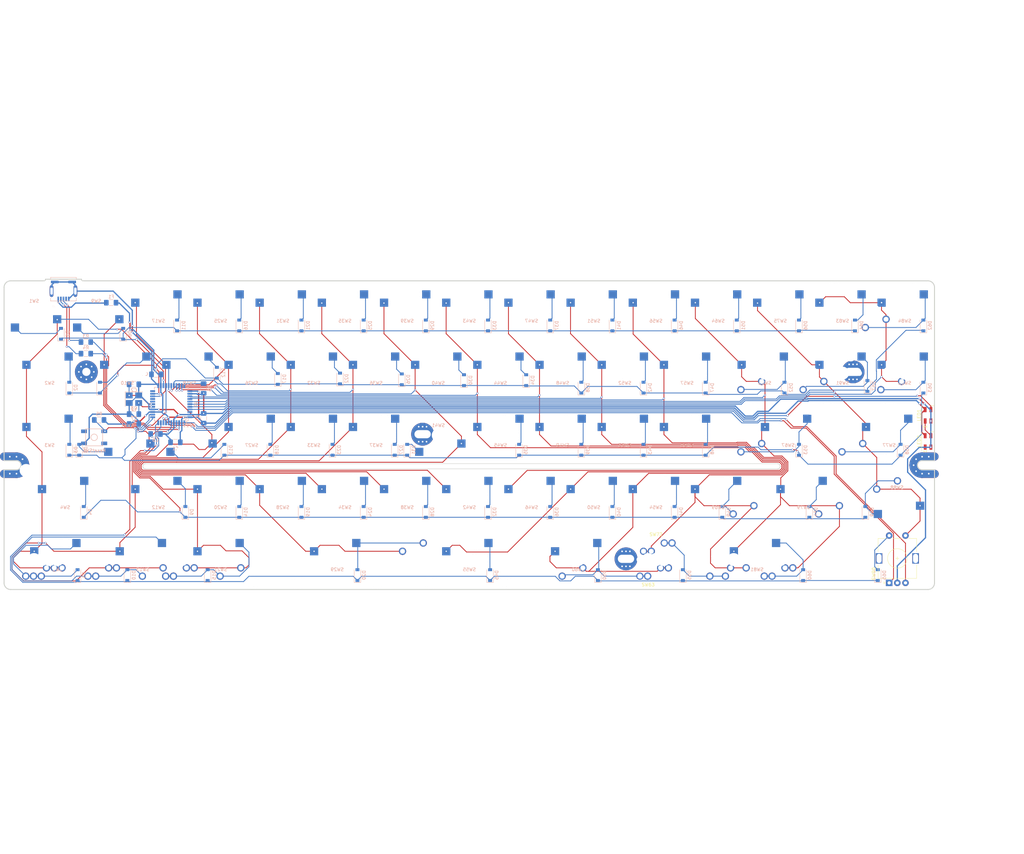
<source format=kicad_pcb>
(kicad_pcb (version 20171130) (host pcbnew "(5.1.6-0-10_14)")
  (layers (0 F.Cu signal) (31 B.Cu signal) (34 B.Paste user) (35 F.Paste user) (36 B.SilkS user) (37 F.SilkS user) (38 B.Mask user) (39 F.Mask user) (44 Edge.Cuts user))
  (net 0 "")
  (net 1 "Net-(D1-Pad2)")
  (net 2 "Net-(D2-Pad2)")
  (net 3 "Net-(D3-Pad2)")
  (net 4 "Net-(D4-Pad2)")
  (net 5 "Net-(D5-Pad2)")
  (net 6 "Net-(D6-Pad2)")
  (net 7 "Net-(D7-Pad2)")
  (net 8 "Net-(D8-Pad2)")
  (net 9 "Net-(D9-Pad2)")
  (net 10 "Net-(D10-Pad2)")
  (net 11 "Net-(D11-Pad2)")
  (net 12 "Net-(D12-Pad2)")
  (net 13 "Net-(D13-Pad2)")
  (net 14 "Net-(D14-Pad2)")
  (net 15 "Net-(D16-Pad2)")
  (net 16 "Net-(D17-Pad2)")
  (net 17 "Net-(D18-Pad2)")
  (net 18 "Net-(D19-Pad2)")
  (net 19 "Net-(D20-Pad2)")
  (net 20 "Net-(D21-Pad2)")
  (net 21 "Net-(D22-Pad2)")
  (net 22 "Net-(D23-Pad2)")
  (net 23 "Net-(D24-Pad2)")
  (net 24 "Net-(D25-Pad2)")
  (net 25 "Net-(D26-Pad2)")
  (net 26 "Net-(D27-Pad2)")
  (net 27 "Net-(D28-Pad2)")
  (net 28 "Net-(D29-Pad2)")
  (net 29 "Net-(D30-Pad2)")
  (net 30 "Net-(D31-Pad2)")
  (net 31 "Net-(D32-Pad2)")
  (net 32 "Net-(D33-Pad2)")
  (net 33 "Net-(D34-Pad2)")
  (net 34 "Net-(D35-Pad2)")
  (net 35 "Net-(D36-Pad2)")
  (net 36 "Net-(D37-Pad2)")
  (net 37 "Net-(D38-Pad2)")
  (net 38 "Net-(D39-Pad2)")
  (net 39 "Net-(D40-Pad2)")
  (net 40 "Net-(D41-Pad2)")
  (net 41 "Net-(D42-Pad2)")
  (net 42 "Net-(D43-Pad2)")
  (net 43 "Net-(D44-Pad2)")
  (net 44 "Net-(D45-Pad2)")
  (net 45 "Net-(D46-Pad2)")
  (net 46 "Net-(D47-Pad2)")
  (net 47 "Net-(D48-Pad2)")
  (net 48 "Net-(D49-Pad2)")
  (net 49 "Net-(D50-Pad2)")
  (net 50 "Net-(D51-Pad2)")
  (net 51 "Net-(D52-Pad2)")
  (net 52 "Net-(D53-Pad2)")
  (net 53 "Net-(D54-Pad2)")
  (net 54 "Net-(D55-Pad2)")
  (net 55 "Net-(D56-Pad2)")
  (net 56 "Net-(D57-Pad2)")
  (net 57 "Net-(D58-Pad2)")
  (net 58 "Net-(D59-Pad2)")
  (net 59 "Net-(D60-Pad2)")
  (net 60 "Net-(D61-Pad2)")
  (net 61 "Net-(D62-Pad2)")
  (net 62 "Net-(D63-Pad2)")
  (net 63 "Net-(D65-Pad2)")
  (net 64 ROW0)
  (net 65 ROW1)
  (net 66 ROW2)
  (net 67 ROW3)
  (net 68 ROW4)
  (net 69 COL1)
  (net 70 +5V)
  (net 71 COL2)
  (net 72 COL3)
  (net 73 COL4)
  (net 74 COL5)
  (net 75 COL6)
  (net 76 COL7)
  (net 77 COL8)
  (net 78 COL9)
  (net 79 COL10)
  (net 80 COL11)
  (net 81 COL12)
  (net 82 COL13)
  (net 83 COL0)
  (net 84 GND)
  (net 85 VCC)
  (net 86 D-)
  (net 87 D+)
  (net 88 "Net-(D15-Pad2)")
  (net 89 RE_A)
  (net 90 RE_B)
  (net 91 "Net-(C2-Pad1)")
  (net 92 "Net-(C3-Pad1)")
  (net 93 "Net-(R5-Pad2)")
  (net 94 "Net-(R6-Pad2)")
  (net 95 "Net-(C6-Pad1)")
  (net 96 "Net-(LED1-Pad1)")
  (net 97 LED)
  (net 98 "Net-(J1-Pad2)")
  (net 99 "Net-(J1-Pad3)")
  (module Crystal:Crystal_SMD_3225-4Pin_3.2x2.5mm_HandSoldering (layer B.Cu) (at 62.382 58.826)
    (fp_text reference Y1 (at 0 3.05) (layer B.SilkS) (effects (justify mirror)))
    (fp_text value 16MHz)
    (pad 1 smd rect (at -1.45 -1.15) (size 2.1 1.8) (layers B.Cu B.Paste B.Mask) (net 91 "Net-(C2-Pad1)"))
    (pad 2 smd rect (at 1.45 -1.15) (size 2.1 1.8) (layers B.Cu B.Paste B.Mask) (net 84 GND))
    (pad 3 smd rect (at 1.45 1.15) (size 2.1 1.8) (layers B.Cu B.Paste B.Mask) (net 92 "Net-(C3-Pad1)"))
    (pad 4 smd rect (at -1.45 1.15) (size 2.1 1.8) (layers B.Cu B.Paste B.Mask) (net 84 GND))
  )
  (module Capacitor_SMD:C_1206_3216Metric_Pad1.42x1.75mm_HandSolder (layer B.Cu) (at 62.382 54.254)
    (fp_text reference C2 (at 0 1.82) (layer B.SilkS) (effects (justify mirror)))
    (fp_text value 22pF)
    (pad 2 smd roundrect (at 1.4875 0) (size 1.425 1.75) (layers B.Cu B.Paste B.Mask) (roundrect_rratio 0.175439) (net 84 GND))
    (pad 1 smd roundrect (at -1.4875 0) (size 1.425 1.75) (layers B.Cu B.Paste B.Mask) (roundrect_rratio 0.175439) (net 91 "Net-(C2-Pad1)"))
  )
  (module Capacitor_SMD:C_1206_3216Metric_Pad1.42x1.75mm_HandSolder (layer B.Cu) (at 62.382 63.398 180)
    (fp_text reference C3 (at 0 1.82) (layer B.SilkS) (effects (justify mirror)))
    (fp_text value 22pF)
    (pad 1 smd roundrect (at -1.4875 0 180) (size 1.425 1.75) (layers B.Cu B.Paste B.Mask) (roundrect_rratio 0.175439) (net 92 "Net-(C3-Pad1)"))
    (pad 2 smd roundrect (at 1.4875 0 180) (size 1.425 1.75) (layers B.Cu B.Paste B.Mask) (roundrect_rratio 0.175439) (net 84 GND))
  )
  (module SMK_ai03_RandomKeyboardParts:D_SOD-123-Pretty (layer B.Cu) (at 106.451 52.603 90)
    (fp_text reference D17 (at 0 2 90) (layer B.SilkS) (effects (justify mirror)))
    (fp_text value D)
    (pad 2 smd rect (at 1.65 0 90) (size 0.9 1.2) (layers B.Cu B.Paste B.Mask) (net 16 "Net-(D17-Pad2)"))
    (pad 1 smd rect (at -1.65 0 90) (size 0.9 1.2) (layers B.Cu B.Paste B.Mask) (net 65 ROW1))
  )
  (module locallib:60_Outline-Modded (layer F.Cu) (at 165.1 69.85)
    (fp_text reference REF** hide)
    (fp_text value 60_Outline hide)
    (fp_line (start -140.5 -47.3) (end -130.3 -47.3) (layer Edge.Cuts) (width 0.3))
    (fp_line (start -129.8 -47.8) (end -118.8 -47.8) (layer Edge.Cuts) (width 0.3))
    (fp_line (start 138.7 11.85095) (end 142.55 11.85095) (layer B.Cu) (width 2.5019))
    (fp_line (start 138.7 6.54905) (end 142.5 6.54905) (layer F.Cu) (width 2.5019))
    (fp_line (start 138.7 6.54905) (end 142.5 6.54905) (layer B.Cu) (width 2.5019))
    (fp_line (start 138.7 11.85095) (end 142.55 11.85095) (layer F.Cu) (width 2.5019))
    (fp_line (start -142.5 11.85095) (end -138.7 11.85095) (layer F.Cu) (width 2.5019))
    (fp_line (start -142.5 11.85095) (end -138.7 11.85095) (layer B.Cu) (width 2.5019))
    (fp_line (start -142.5 6.54905) (end -138.7 6.54905) (layer B.Cu) (width 2.5019))
    (fp_line (start -142.5 6.54905) (end -138.7 6.54905) (layer F.Cu) (width 2.5019))
    (fp_line (start 138.7 7.8) (end 142.5 7.8) (layer Edge.Cuts) (width 0.3))
    (fp_line (start 138.7 10.6) (end 142.5 10.6) (layer Edge.Cuts) (width 0.3))
    (fp_line (start 142.5 7.8) (end 142.5 -45.3) (layer Edge.Cuts) (width 0.3))
    (fp_line (start 142.5 10.6) (end 142.5 45.3) (layer Edge.Cuts) (width 0.3))
    (fp_line (start -142.5 7.8) (end -142.5 -45.3) (layer Edge.Cuts) (width 0.3))
    (fp_line (start -138.7 7.8) (end -142.5 7.8) (layer Edge.Cuts) (width 0.3))
    (fp_line (start -142.5 10.6) (end -138.7 10.6) (layer Edge.Cuts) (width 0.3))
    (fp_line (start -142.5 45.3) (end -142.5 10.6) (layer Edge.Cuts) (width 0.3))
    (fp_line (start 140.5 -47.3) (end -118.3 -47.3) (layer Edge.Cuts) (width 0.3))
    (fp_line (start -140.5 47.3) (end 140.5 47.3) (layer Edge.Cuts) (width 0.3))
    (fp_arc (start -140.5 -45.3) (end -142.5 -45.3) (angle 90) (layer Edge.Cuts) (width 0.3))
    (fp_arc (start -140.5 45.3) (end -140.5 47.3) (angle 90) (layer Edge.Cuts) (width 0.3))
    (fp_arc (start 140.5 45.3) (end 142.5 45.3) (angle 90) (layer Edge.Cuts) (width 0.3))
    (fp_arc (start 140.5 -45.3) (end 140.5 -47.3) (angle 90) (layer Edge.Cuts) (width 0.3))
    (fp_arc (start -138.7 9.2) (end -138.7 7.8) (angle 90) (layer Edge.Cuts) (width 0.3))
    (fp_arc (start 138.7 9.2) (end 138.7 7.8) (angle -90) (layer Edge.Cuts) (width 0.3))
    (fp_arc (start 138.7 9.2) (end 137.3 9.2) (angle -90) (layer Edge.Cuts) (width 0.3))
    (fp_arc (start -138.7 9.2) (end -137.3 9.2) (angle 90) (layer Edge.Cuts) (width 0.3))
    (fp_arc (start -138.7 9.2) (end -136.04905 9.2) (angle 90) (layer F.Cu) (width 2.5019))
    (fp_arc (start -138.7 9.2) (end -138.7 6.54905) (angle 90) (layer F.Cu) (width 2.5019))
    (fp_arc (start -138.7 9.2) (end -136.04905 9.2) (angle 90) (layer B.Cu) (width 2.5019))
    (fp_arc (start -138.7 9.2) (end -138.7 6.54905) (angle 90) (layer B.Cu) (width 2.5019))
    (fp_arc (start 138.7 9.2) (end 138.7 6.54905) (angle -90) (layer B.Cu) (width 2.5019))
    (fp_arc (start 138.7 9.2) (end 136.04905 9.2) (angle -90) (layer B.Cu) (width 2.5019))
    (fp_arc (start 138.7 9.2) (end 138.7 6.54905) (angle -90) (layer F.Cu) (width 2.5019))
    (fp_arc (start 138.7 9.2) (end 136.04905 9.2) (angle -90) (layer F.Cu) (width 2.5019))
    (fp_arc (start -130.3 -47.8) (end -129.8 -47.8) (angle 90) (layer Edge.Cuts) (width 0.3))
    (fp_arc (start -118.3 -47.8) (end -118.3 -47.3) (angle 90) (layer Edge.Cuts) (width 0.3))
    (pad 1 thru_hole circle (at 136.861522 11.038478) (size 1 1) (drill 0.5) (layers *.Cu *.Mask))
    (pad 1 thru_hole circle (at 138.7 11.8) (size 1 1) (drill 0.5) (layers *.Cu *.Mask))
    (pad 1 thru_hole circle (at 140.742035 11.8) (size 1 1) (drill 0.5) (layers *.Cu *.Mask))
    (pad 1 thru_hole circle (at 140.742035 6.6) (size 1 1) (drill 0.5) (layers *.Cu *.Mask))
    (pad 1 thru_hole circle (at 138.7 6.6) (size 1 1) (drill 0.5) (layers *.Cu *.Mask))
    (pad 1 thru_hole circle (at 136.861522 7.361522) (size 1 1) (drill 0.5) (layers *.Cu *.Mask))
    (pad 1 thru_hole circle (at 136.1 9.2) (size 1 1) (drill 0.5) (layers *.Cu *.Mask))
    (pad 1 thru_hole circle (at -140.742035 11.8) (size 1 1) (drill 0.5) (layers *.Cu *.Mask))
    (pad 1 thru_hole circle (at -140.742035 6.6) (size 1 1) (drill 0.5) (layers *.Cu *.Mask))
    (pad 1 thru_hole circle (at -136.861522 11.038478) (size 1 1) (drill 0.5) (layers *.Cu *.Mask))
    (pad 1 thru_hole circle (at -136.861522 7.361522) (size 1 1) (drill 0.5) (layers *.Cu *.Mask))
    (pad 1 thru_hole circle (at -138.7 11.8) (size 1 1) (drill 0.5) (layers *.Cu *.Mask))
    (pad 1 thru_hole circle (at -138.7 6.6) (size 1 1) (drill 0.5) (layers *.Cu *.Mask))
    (pad 1 thru_hole circle (at -136.1 9.2) (size 1 1) (drill 0.5) (layers *.Cu *.Mask))
    (pad 1 thru_hole circle (at -13.1 2) (size 1 1) (drill 0.5) (layers *.Cu *.Mask))
    (pad 1 thru_hole circle (at -15.5 2) (size 1 1) (drill 0.5) (layers *.Cu *.Mask))
    (pad 1 thru_hole circle (at -14.3 2) (size 1 1) (drill 0.5) (layers *.Cu *.Mask))
    (pad 1 thru_hole circle (at -15.5 -2.6) (size 1 1) (drill 0.5) (layers *.Cu *.Mask))
    (pad 1 thru_hole circle (at -13.1 -2.6) (size 1 1) (drill 0.5) (layers *.Cu *.Mask))
    (pad 1 thru_hole circle (at -14.3 -2.6) (size 1 1) (drill 0.5) (layers *.Cu *.Mask))
    (pad 1 thru_hole circle (at 49.2 40.2) (size 1 1) (drill 0.5) (layers *.Cu *.Mask))
    (pad 1 thru_hole circle (at 46.8 40.2) (size 1 1) (drill 0.5) (layers *.Cu *.Mask))
    (pad 1 thru_hole circle (at 46.8 35.6) (size 1 1) (drill 0.5) (layers *.Cu *.Mask))
    (pad 1 thru_hole circle (at 49.2 35.6) (size 1 1) (drill 0.5) (layers *.Cu *.Mask))
    (pad 1 thru_hole circle (at 48 40.2) (size 1 1) (drill 0.5) (layers *.Cu *.Mask))
    (pad 1 thru_hole circle (at 48 35.6) (size 1 1) (drill 0.5) (layers *.Cu *.Mask))
    (pad 1 thru_hole circle (at 118.75 -21.717) (size 1 1) (drill 0.5) (layers *.Cu *.Mask))
    (pad 1 thru_hole circle (at 116.35 -21.7) (size 1 1) (drill 0.5) (layers *.Cu *.Mask))
    (pad 1 thru_hole circle (at 116.35 -17.1) (size 1 1) (drill 0.5) (layers *.Cu *.Mask))
    (pad 1 thru_hole circle (at 118.75 -17.1) (size 1 1) (drill 0.5) (layers *.Cu *.Mask))
    (pad 1 thru_hole circle (at 117.55 -17.1) (size 1 1) (drill 0.5) (layers *.Cu *.Mask))
    (pad 1 thru_hole circle (at 117.55 -21.7) (size 1 1) (drill 0.5) (layers *.Cu *.Mask))
    (pad 1 thru_hole circle (at -115.673654 -17.773654) (size 1 1) (drill 0.5) (layers *.Cu *.Mask))
    (pad 1 thru_hole circle (at -118.926346 -17.773654) (size 1 1) (drill 0.5) (layers *.Cu *.Mask))
    (pad 1 thru_hole circle (at -115.673654 -21.026346) (size 1 1) (drill 0.5) (layers *.Cu *.Mask))
    (pad 1 thru_hole circle (at -118.926346 -21.026346) (size 1 1) (drill 0.5) (layers *.Cu *.Mask))
    (pad 1 thru_hole circle (at -117.3 -17.1) (size 1 1) (drill 0.5) (layers *.Cu *.Mask))
    (pad 1 thru_hole circle (at -115 -19.4) (size 1 1) (drill 0.5) (layers *.Cu *.Mask))
    (pad 1 thru_hole circle (at -119.6 -19.4) (size 1 1) (drill 0.5) (layers *.Cu *.Mask))
    (pad 1 thru_hole circle (at -117.3 -21.7) (size 1 1) (drill 0.5) (layers *.Cu *.Mask))
    (pad 1 thru_hole circle (at 117.55 -19.4) (size 7.00024 7.00024) (drill oval 5.00126 2.49936) (layers *.Cu *.Mask))
    (pad 1 thru_hole circle (at 48 37.9) (size 7.00024 7.00024) (drill oval 5.00126 2.49936) (layers *.Cu *.Mask))
    (pad 1 thru_hole circle (at -14.3 -0.3) (size 7.00024 7.00024) (drill oval 5.00126 2.49936) (layers *.Cu *.Mask))
    (pad 1 thru_hole circle (at -117.3 -19.4) (size 7.0013 7.0013) (drill 2.4994) (layers *.Cu *.Mask))
  )
  (module SMK_ai03_RandomKeyboardParts:D_SOD-123-Pretty (layer B.Cu) (at 40.03 38.76 90)
    (fp_text reference D1 (at 0 2 90) (layer B.SilkS) (effects (justify mirror)))
    (fp_text value D)
    (pad 2 smd rect (at 1.65 0 90) (size 0.9 1.2) (layers B.Cu B.Paste B.Mask) (net 1 "Net-(D1-Pad2)"))
    (pad 1 smd rect (at -1.65 0 90) (size 0.9 1.2) (layers B.Cu B.Paste B.Mask) (net 64 ROW0))
  )
  (module SMK_ai03_RandomKeyboardParts:D_SOD-123-Pretty (layer B.Cu) (at 59.08 38.76 90)
    (fp_text reference D6 (at 0 2 90) (layer B.SilkS) (effects (justify mirror)))
    (fp_text value D)
    (pad 2 smd rect (at 1.65 0 90) (size 0.9 1.2) (layers B.Cu B.Paste B.Mask) (net 6 "Net-(D6-Pad2)"))
    (pad 1 smd rect (at -1.65 0 90) (size 0.9 1.2) (layers B.Cu B.Paste B.Mask) (net 64 ROW0))
  )
  (module SMK_ai03_RandomKeyboardParts:D_SOD-123-Pretty (layer B.Cu) (at 75.59 36.22 90)
    (fp_text reference D11 (at 0 2 90) (layer B.SilkS) (effects (justify mirror)))
    (fp_text value D)
    (pad 2 smd rect (at 1.65 0 90) (size 0.9 1.2) (layers B.Cu B.Paste B.Mask) (net 11 "Net-(D11-Pad2)"))
    (pad 1 smd rect (at -1.65 0 90) (size 0.9 1.2) (layers B.Cu B.Paste B.Mask) (net 64 ROW0))
  )
  (module SMK_ai03_RandomKeyboardParts:D_SOD-123-Pretty (layer B.Cu) (at 94.64 36.22 90)
    (fp_text reference D16 (at 0 2 90) (layer B.SilkS) (effects (justify mirror)))
    (fp_text value D)
    (pad 2 smd rect (at 1.65 0 90) (size 0.9 1.2) (layers B.Cu B.Paste B.Mask) (net 15 "Net-(D16-Pad2)"))
    (pad 1 smd rect (at -1.65 0 90) (size 0.9 1.2) (layers B.Cu B.Paste B.Mask) (net 64 ROW0))
  )
  (module SMK_ai03_RandomKeyboardParts:D_SOD-123-Pretty (layer B.Cu) (at 113.69 36.22 90)
    (fp_text reference D21 (at 0 2 90) (layer B.SilkS) (effects (justify mirror)))
    (fp_text value D)
    (pad 2 smd rect (at 1.65 0 90) (size 0.9 1.2) (layers B.Cu B.Paste B.Mask) (net 20 "Net-(D21-Pad2)"))
    (pad 1 smd rect (at -1.65 0 90) (size 0.9 1.2) (layers B.Cu B.Paste B.Mask) (net 64 ROW0))
  )
  (module SMK_ai03_RandomKeyboardParts:D_SOD-123-Pretty (layer B.Cu) (at 132.74 36.22 90)
    (fp_text reference D25 (at 0 2 90) (layer B.SilkS) (effects (justify mirror)))
    (fp_text value D)
    (pad 2 smd rect (at 1.65 0 90) (size 0.9 1.2) (layers B.Cu B.Paste B.Mask) (net 24 "Net-(D25-Pad2)"))
    (pad 1 smd rect (at -1.65 0 90) (size 0.9 1.2) (layers B.Cu B.Paste B.Mask) (net 64 ROW0))
  )
  (module SMK_ai03_RandomKeyboardParts:D_SOD-123-Pretty (layer B.Cu) (at 151.79 36.22 90)
    (fp_text reference D29 (at 0 2 90) (layer B.SilkS) (effects (justify mirror)))
    (fp_text value D)
    (pad 2 smd rect (at 1.65 0 90) (size 0.9 1.2) (layers B.Cu B.Paste B.Mask) (net 28 "Net-(D29-Pad2)"))
    (pad 1 smd rect (at -1.65 0 90) (size 0.9 1.2) (layers B.Cu B.Paste B.Mask) (net 64 ROW0))
  )
  (module SMK_ai03_RandomKeyboardParts:D_SOD-123-Pretty (layer B.Cu) (at 170.84 36.22 90)
    (fp_text reference D33 (at 0 2 90) (layer B.SilkS) (effects (justify mirror)))
    (fp_text value D)
    (pad 2 smd rect (at 1.65 0 90) (size 0.9 1.2) (layers B.Cu B.Paste B.Mask) (net 32 "Net-(D33-Pad2)"))
    (pad 1 smd rect (at -1.65 0 90) (size 0.9 1.2) (layers B.Cu B.Paste B.Mask) (net 64 ROW0))
  )
  (module SMK_ai03_RandomKeyboardParts:D_SOD-123-Pretty (layer B.Cu) (at 189.89 36.22 90)
    (fp_text reference D37 (at 0 2 90) (layer B.SilkS) (effects (justify mirror)))
    (fp_text value D)
    (pad 2 smd rect (at 1.65 0 90) (size 0.9 1.2) (layers B.Cu B.Paste B.Mask) (net 36 "Net-(D37-Pad2)"))
    (pad 1 smd rect (at -1.65 0 90) (size 0.9 1.2) (layers B.Cu B.Paste B.Mask) (net 64 ROW0))
  )
  (module SMK_ai03_RandomKeyboardParts:D_SOD-123-Pretty (layer B.Cu) (at 208.94 36.22 90)
    (fp_text reference D41 (at 0 2 90) (layer B.SilkS) (effects (justify mirror)))
    (fp_text value D)
    (pad 2 smd rect (at 1.65 0 90) (size 0.9 1.2) (layers B.Cu B.Paste B.Mask) (net 40 "Net-(D41-Pad2)"))
    (pad 1 smd rect (at -1.65 0 90) (size 0.9 1.2) (layers B.Cu B.Paste B.Mask) (net 64 ROW0))
  )
  (module SMK_ai03_RandomKeyboardParts:D_SOD-123-Pretty (layer B.Cu) (at 227.99 36.22 90)
    (fp_text reference D46 (at 0 2 90) (layer B.SilkS) (effects (justify mirror)))
    (fp_text value D)
    (pad 2 smd rect (at 1.65 0 90) (size 0.9 1.2) (layers B.Cu B.Paste B.Mask) (net 45 "Net-(D46-Pad2)"))
    (pad 1 smd rect (at -1.65 0 90) (size 0.9 1.2) (layers B.Cu B.Paste B.Mask) (net 64 ROW0))
  )
  (module SMK_ai03_RandomKeyboardParts:D_SOD-123-Pretty (layer B.Cu) (at 247.04 36.22 90)
    (fp_text reference D51 (at 0 2 90) (layer B.SilkS) (effects (justify mirror)))
    (fp_text value D)
    (pad 2 smd rect (at 1.65 0 90) (size 0.9 1.2) (layers B.Cu B.Paste B.Mask) (net 50 "Net-(D51-Pad2)"))
    (pad 1 smd rect (at -1.65 0 90) (size 0.9 1.2) (layers B.Cu B.Paste B.Mask) (net 64 ROW0))
  )
  (module SMK_ai03_RandomKeyboardParts:D_SOD-123-Pretty (layer B.Cu) (at 266.09 36.22 90)
    (fp_text reference D56 (at 0 2 90) (layer B.SilkS) (effects (justify mirror)))
    (fp_text value D)
    (pad 2 smd rect (at 1.65 0 90) (size 0.9 1.2) (layers B.Cu B.Paste B.Mask) (net 55 "Net-(D56-Pad2)"))
    (pad 1 smd rect (at -1.65 0 90) (size 0.9 1.2) (layers B.Cu B.Paste B.Mask) (net 64 ROW0))
  )
  (module SMK_ai03_RandomKeyboardParts:D_SOD-123-Pretty (layer B.Cu) (at 283.235 36.22 90)
    (fp_text reference D61 (at 0 2 90) (layer B.SilkS) (effects (justify mirror)))
    (fp_text value D)
    (pad 2 smd rect (at 1.65 0 90) (size 0.9 1.2) (layers B.Cu B.Paste B.Mask) (net 60 "Net-(D61-Pad2)"))
    (pad 1 smd rect (at -1.65 0 90) (size 0.9 1.2) (layers B.Cu B.Paste B.Mask) (net 64 ROW0))
  )
  (module SMK_ai03_RandomKeyboardParts:D_SOD-123-Pretty (layer B.Cu) (at 297.205 74.32 90)
    (fp_text reference D58 (at 0 2 90) (layer B.SilkS) (effects (justify mirror)))
    (fp_text value D)
    (pad 2 smd rect (at 1.65 0 90) (size 0.9 1.2) (layers B.Cu B.Paste B.Mask) (net 57 "Net-(D58-Pad2)"))
    (pad 1 smd rect (at -1.65 0 90) (size 0.9 1.2) (layers B.Cu B.Paste B.Mask) (net 66 ROW2))
  )
  (module SMK_ai03_RandomKeyboardParts:D_SOD-123-Pretty (layer B.Cu) (at 42.57 55.27 90)
    (fp_text reference D2 (at 0 2 90) (layer B.SilkS) (effects (justify mirror)))
    (fp_text value D)
    (pad 1 smd rect (at -1.65 0 90) (size 0.9 1.2) (layers B.Cu B.Paste B.Mask) (net 65 ROW1))
    (pad 2 smd rect (at 1.65 0 90) (size 0.9 1.2) (layers B.Cu B.Paste B.Mask) (net 2 "Net-(D2-Pad2)"))
  )
  (module SMK_ai03_RandomKeyboardParts:D_SOD-123-Pretty (layer B.Cu) (at 51.968 55.27 90)
    (fp_text reference D7 (at 0 2 90) (layer B.SilkS) (effects (justify mirror)))
    (fp_text value D)
    (pad 1 smd rect (at -1.65 0 90) (size 0.9 1.2) (layers B.Cu B.Paste B.Mask) (net 65 ROW1))
    (pad 2 smd rect (at 1.65 0 90) (size 0.9 1.2) (layers B.Cu B.Paste B.Mask) (net 7 "Net-(D7-Pad2)"))
  )
  (module SMK_ai03_RandomKeyboardParts:D_SOD-123-Pretty (layer B.Cu) (at 87.782 50.698 90)
    (fp_text reference D12 (at 0 2 90) (layer B.SilkS) (effects (justify mirror)))
    (fp_text value D)
    (pad 2 smd rect (at 1.65 0 90) (size 0.9 1.2) (layers B.Cu B.Paste B.Mask) (net 12 "Net-(D12-Pad2)"))
    (pad 1 smd rect (at -1.65 0 90) (size 0.9 1.2) (layers B.Cu B.Paste B.Mask) (net 65 ROW1))
  )
  (module SMK_ai03_RandomKeyboardParts:D_SOD-123-Pretty (layer B.Cu) (at 125.501 52.476 90)
    (fp_text reference D22 (at 0 2 90) (layer B.SilkS) (effects (justify mirror)))
    (fp_text value D)
    (pad 1 smd rect (at -1.65 0 90) (size 0.9 1.2) (layers B.Cu B.Paste B.Mask) (net 65 ROW1))
    (pad 2 smd rect (at 1.65 0 90) (size 0.9 1.2) (layers B.Cu B.Paste B.Mask) (net 21 "Net-(D22-Pad2)"))
  )
  (module SMK_ai03_RandomKeyboardParts:D_SOD-123-Pretty (layer B.Cu) (at 144.424 52.73 90)
    (fp_text reference D26 (at 0 2 90) (layer B.SilkS) (effects (justify mirror)))
    (fp_text value D)
    (pad 2 smd rect (at 1.65 0 90) (size 0.9 1.2) (layers B.Cu B.Paste B.Mask) (net 25 "Net-(D26-Pad2)"))
    (pad 1 smd rect (at -1.65 0 90) (size 0.9 1.2) (layers B.Cu B.Paste B.Mask) (net 65 ROW1))
  )
  (module SMK_ai03_RandomKeyboardParts:D_SOD-123-Pretty (layer B.Cu) (at 163.474 52.984 90)
    (fp_text reference D30 (at 0 2 90) (layer B.SilkS) (effects (justify mirror)))
    (fp_text value D)
    (pad 2 smd rect (at 1.65 0 90) (size 0.9 1.2) (layers B.Cu B.Paste B.Mask) (net 29 "Net-(D30-Pad2)"))
    (pad 1 smd rect (at -1.65 0 90) (size 0.9 1.2) (layers B.Cu B.Paste B.Mask) (net 65 ROW1))
  )
  (module SMK_ai03_RandomKeyboardParts:D_SOD-123-Pretty (layer B.Cu) (at 182.524 52.984 90)
    (fp_text reference D34 (at 0 2 90) (layer B.SilkS) (effects (justify mirror)))
    (fp_text value D)
    (pad 2 smd rect (at 1.65 0 90) (size 0.9 1.2) (layers B.Cu B.Paste B.Mask) (net 33 "Net-(D34-Pad2)"))
    (pad 1 smd rect (at -1.65 0 90) (size 0.9 1.2) (layers B.Cu B.Paste B.Mask) (net 65 ROW1))
  )
  (module SMK_ai03_RandomKeyboardParts:D_SOD-123-Pretty (layer B.Cu) (at 199.415 55.27 90)
    (fp_text reference D38 (at 0 2 90) (layer B.SilkS) (effects (justify mirror)))
    (fp_text value D)
    (pad 2 smd rect (at 1.65 0 90) (size 0.9 1.2) (layers B.Cu B.Paste B.Mask) (net 37 "Net-(D38-Pad2)"))
    (pad 1 smd rect (at -1.65 0 90) (size 0.9 1.2) (layers B.Cu B.Paste B.Mask) (net 65 ROW1))
  )
  (module SMK_ai03_RandomKeyboardParts:D_SOD-123-Pretty (layer B.Cu) (at 218.465 55.27 90)
    (fp_text reference D42 (at 0 2 90) (layer B.SilkS) (effects (justify mirror)))
    (fp_text value D)
    (pad 2 smd rect (at 1.65 0 90) (size 0.9 1.2) (layers B.Cu B.Paste B.Mask) (net 41 "Net-(D42-Pad2)"))
    (pad 1 smd rect (at -1.65 0 90) (size 0.9 1.2) (layers B.Cu B.Paste B.Mask) (net 65 ROW1))
  )
  (module SMK_ai03_RandomKeyboardParts:D_SOD-123-Pretty (layer B.Cu) (at 237.515 55.27 90)
    (fp_text reference D47 (at 0 2 90) (layer B.SilkS) (effects (justify mirror)))
    (fp_text value D)
    (pad 2 smd rect (at 1.65 0 90) (size 0.9 1.2) (layers B.Cu B.Paste B.Mask) (net 46 "Net-(D47-Pad2)"))
    (pad 1 smd rect (at -1.65 0 90) (size 0.9 1.2) (layers B.Cu B.Paste B.Mask) (net 65 ROW1))
  )
  (module SMK_ai03_RandomKeyboardParts:D_SOD-123-Pretty (layer B.Cu) (at 261.645 55.27 90)
    (fp_text reference D52 (at 0 2 90) (layer B.SilkS) (effects (justify mirror)))
    (fp_text value D)
    (pad 2 smd rect (at 1.65 0 90) (size 0.9 1.2) (layers B.Cu B.Paste B.Mask) (net 51 "Net-(D52-Pad2)"))
    (pad 1 smd rect (at -1.65 0 90) (size 0.9 1.2) (layers B.Cu B.Paste B.Mask) (net 65 ROW1))
  )
  (module SMK_ai03_RandomKeyboardParts:D_SOD-123-Pretty (layer B.Cu) (at 287.045 54.762 90)
    (fp_text reference D57 (at 0 2 90) (layer B.SilkS) (effects (justify mirror)))
    (fp_text value D)
    (pad 2 smd rect (at 1.65 0 90) (size 0.9 1.2) (layers B.Cu B.Paste B.Mask) (net 56 "Net-(D57-Pad2)"))
    (pad 1 smd rect (at -1.65 0 90) (size 0.9 1.2) (layers B.Cu B.Paste B.Mask) (net 65 ROW1))
  )
  (module SMK_ai03_RandomKeyboardParts:D_SOD-123-Pretty (layer B.Cu) (at 304.19 36.22 90)
    (fp_text reference D62 (at 0 2 90) (layer B.SilkS) (effects (justify mirror)))
    (fp_text value D)
    (pad 2 smd rect (at 1.65 0 90) (size 0.9 1.2) (layers B.Cu B.Paste B.Mask) (net 61 "Net-(D62-Pad2)"))
    (pad 1 smd rect (at -1.65 0 90) (size 0.9 1.2) (layers B.Cu B.Paste B.Mask) (net 65 ROW1))
  )
  (module SMK_ai03_RandomKeyboardParts:D_SOD-123-Pretty (layer B.Cu) (at 42.57 74.32 90)
    (fp_text reference D3 (at 0 2 90) (layer B.SilkS) (effects (justify mirror)))
    (fp_text value D)
    (pad 2 smd rect (at 1.65 0 90) (size 0.9 1.2) (layers B.Cu B.Paste B.Mask) (net 3 "Net-(D3-Pad2)"))
    (pad 1 smd rect (at -1.65 0 90) (size 0.9 1.2) (layers B.Cu B.Paste B.Mask) (net 66 ROW2))
  )
  (module SMK_ai03_RandomKeyboardParts:D_SOD-123-Pretty (layer B.Cu) (at 45.618 74.32 90)
    (fp_text reference D8 (at 0 2 90) (layer B.SilkS) (effects (justify mirror)))
    (fp_text value D)
    (pad 2 smd rect (at 1.65 0 90) (size 0.9 1.2) (layers B.Cu B.Paste B.Mask) (net 8 "Net-(D8-Pad2)"))
    (pad 1 smd rect (at -1.65 0 90) (size 0.9 1.2) (layers B.Cu B.Paste B.Mask) (net 66 ROW2))
  )
  (module SMK_ai03_RandomKeyboardParts:D_SOD-123-Pretty (layer B.Cu) (at 90.068 74.32 90)
    (fp_text reference D13 (at 0 2 90) (layer B.SilkS) (effects (justify mirror)))
    (fp_text value D)
    (pad 2 smd rect (at 1.65 0 90) (size 0.9 1.2) (layers B.Cu B.Paste B.Mask) (net 13 "Net-(D13-Pad2)"))
    (pad 1 smd rect (at -1.65 0 90) (size 0.9 1.2) (layers B.Cu B.Paste B.Mask) (net 66 ROW2))
  )
  (module SMK_ai03_RandomKeyboardParts:D_SOD-123-Pretty (layer B.Cu) (at 104.165 74.32 90)
    (fp_text reference D18 (at 0 2 90) (layer B.SilkS) (effects (justify mirror)))
    (fp_text value D)
    (pad 2 smd rect (at 1.65 0 90) (size 0.9 1.2) (layers B.Cu B.Paste B.Mask) (net 17 "Net-(D18-Pad2)"))
    (pad 1 smd rect (at -1.65 0 90) (size 0.9 1.2) (layers B.Cu B.Paste B.Mask) (net 66 ROW2))
  )
  (module SMK_ai03_RandomKeyboardParts:D_SOD-123-Pretty (layer B.Cu) (at 123.215 74.32 90)
    (fp_text reference D23 (at 0 2 90) (layer B.SilkS) (effects (justify mirror)))
    (fp_text value D)
    (pad 1 smd rect (at -1.65 0 90) (size 0.9 1.2) (layers B.Cu B.Paste B.Mask) (net 66 ROW2))
    (pad 2 smd rect (at 1.65 0 90) (size 0.9 1.2) (layers B.Cu B.Paste B.Mask) (net 22 "Net-(D23-Pad2)"))
  )
  (module SMK_ai03_RandomKeyboardParts:D_SOD-123-Pretty (layer B.Cu) (at 142.265 74.32 90)
    (fp_text reference D27 (at 0 2 90) (layer B.SilkS) (effects (justify mirror)))
    (fp_text value D)
    (pad 1 smd rect (at -1.65 0 90) (size 0.9 1.2) (layers B.Cu B.Paste B.Mask) (net 66 ROW2))
    (pad 2 smd rect (at 1.65 0 90) (size 0.9 1.2) (layers B.Cu B.Paste B.Mask) (net 26 "Net-(D27-Pad2)"))
  )
  (module SMK_ai03_RandomKeyboardParts:D_SOD-123-Pretty (layer B.Cu) (at 146.075 74.32 90)
    (fp_text reference D31 (at 0 2 90) (layer B.SilkS) (effects (justify mirror)))
    (fp_text value D)
    (pad 1 smd rect (at -1.65 0 90) (size 0.9 1.2) (layers B.Cu B.Paste B.Mask) (net 66 ROW2))
    (pad 2 smd rect (at 1.65 0 90) (size 0.9 1.2) (layers B.Cu B.Paste B.Mask) (net 30 "Net-(D31-Pad2)"))
  )
  (module SMK_ai03_RandomKeyboardParts:D_SOD-123-Pretty (layer B.Cu) (at 180.365 74.32 90)
    (fp_text reference D35 (at 0 2 90) (layer B.SilkS) (effects (justify mirror)))
    (fp_text value D)
    (pad 1 smd rect (at -1.65 0 90) (size 0.9 1.2) (layers B.Cu B.Paste B.Mask) (net 66 ROW2))
    (pad 2 smd rect (at 1.65 0 90) (size 0.9 1.2) (layers B.Cu B.Paste B.Mask) (net 34 "Net-(D35-Pad2)"))
  )
  (module SMK_ai03_RandomKeyboardParts:D_SOD-123-Pretty (layer B.Cu) (at 199.415 74.32 90)
    (fp_text reference D39 (at 0 2 90) (layer B.SilkS) (effects (justify mirror)))
    (fp_text value D)
    (pad 1 smd rect (at -1.65 0 90) (size 0.9 1.2) (layers B.Cu B.Paste B.Mask) (net 66 ROW2))
    (pad 2 smd rect (at 1.65 0 90) (size 0.9 1.2) (layers B.Cu B.Paste B.Mask) (net 38 "Net-(D39-Pad2)"))
  )
  (module SMK_ai03_RandomKeyboardParts:D_SOD-123-Pretty (layer B.Cu) (at 218.465 74.32 90)
    (fp_text reference D43 (at 0 2 90) (layer B.SilkS) (effects (justify mirror)))
    (fp_text value D)
    (pad 1 smd rect (at -1.65 0 90) (size 0.9 1.2) (layers B.Cu B.Paste B.Mask) (net 66 ROW2))
    (pad 2 smd rect (at 1.65 0 90) (size 0.9 1.2) (layers B.Cu B.Paste B.Mask) (net 42 "Net-(D43-Pad2)"))
  )
  (module SMK_ai03_RandomKeyboardParts:D_SOD-123-Pretty (layer B.Cu) (at 237.515 74.32 90)
    (fp_text reference D48 (at 0 2 90) (layer B.SilkS) (effects (justify mirror)))
    (fp_text value D)
    (pad 1 smd rect (at -1.65 0 90) (size 0.9 1.2) (layers B.Cu B.Paste B.Mask) (net 66 ROW2))
    (pad 2 smd rect (at 1.65 0 90) (size 0.9 1.2) (layers B.Cu B.Paste B.Mask) (net 47 "Net-(D48-Pad2)"))
  )
  (module SMK_ai03_RandomKeyboardParts:D_SOD-123-Pretty (layer B.Cu) (at 266.09 74.32 90)
    (fp_text reference D53 (at 0 2 90) (layer B.SilkS) (effects (justify mirror)))
    (fp_text value D)
    (pad 1 smd rect (at -1.65 0 90) (size 0.9 1.2) (layers B.Cu B.Paste B.Mask) (net 66 ROW2))
    (pad 2 smd rect (at 1.65 0 90) (size 0.9 1.2) (layers B.Cu B.Paste B.Mask) (net 52 "Net-(D53-Pad2)"))
  )
  (module SMK_ai03_RandomKeyboardParts:D_SOD-123-Pretty (layer B.Cu) (at 304.19 55.27 90)
    (fp_text reference D63 (at 0 2 90) (layer B.SilkS) (effects (justify mirror)))
    (fp_text value D)
    (pad 1 smd rect (at -1.65 0 90) (size 0.9 1.2) (layers B.Cu B.Paste B.Mask) (net 66 ROW2))
    (pad 2 smd rect (at 1.65 0 90) (size 0.9 1.2) (layers B.Cu B.Paste B.Mask) (net 62 "Net-(D63-Pad2)"))
  )
  (module SMK_ai03_RandomKeyboardParts:D_SOD-123-Pretty (layer B.Cu) (at 47.015 93.37 90)
    (fp_text reference D4 (at 0 2 90) (layer B.SilkS) (effects (justify mirror)))
    (fp_text value D)
    (pad 1 smd rect (at -1.65 0 90) (size 0.9 1.2) (layers B.Cu B.Paste B.Mask) (net 67 ROW3))
    (pad 2 smd rect (at 1.65 0 90) (size 0.9 1.2) (layers B.Cu B.Paste B.Mask) (net 4 "Net-(D4-Pad2)"))
  )
  (module SMK_ai03_RandomKeyboardParts:D_SOD-123-Pretty (layer B.Cu) (at 78.13 93.37 90)
    (fp_text reference D9 (at 0 2 90) (layer B.SilkS) (effects (justify mirror)))
    (fp_text value D)
    (pad 1 smd rect (at -1.65 0 90) (size 0.9 1.2) (layers B.Cu B.Paste B.Mask) (net 67 ROW3))
    (pad 2 smd rect (at 1.65 0 90) (size 0.9 1.2) (layers B.Cu B.Paste B.Mask) (net 9 "Net-(D9-Pad2)"))
  )
  (module SMK_ai03_RandomKeyboardParts:D_SOD-123-Pretty (layer B.Cu) (at 94.64 93.37 90)
    (fp_text reference D14 (at 0 2 90) (layer B.SilkS) (effects (justify mirror)))
    (fp_text value D)
    (pad 1 smd rect (at -1.65 0 90) (size 0.9 1.2) (layers B.Cu B.Paste B.Mask) (net 67 ROW3))
    (pad 2 smd rect (at 1.65 0 90) (size 0.9 1.2) (layers B.Cu B.Paste B.Mask) (net 14 "Net-(D14-Pad2)"))
  )
  (module SMK_ai03_RandomKeyboardParts:D_SOD-123-Pretty (layer B.Cu) (at 113.69 93.37 90)
    (fp_text reference D19 (at 0 2 90) (layer B.SilkS) (effects (justify mirror)))
    (fp_text value D)
    (pad 1 smd rect (at -1.65 0 90) (size 0.9 1.2) (layers B.Cu B.Paste B.Mask) (net 67 ROW3))
    (pad 2 smd rect (at 1.65 0 90) (size 0.9 1.2) (layers B.Cu B.Paste B.Mask) (net 18 "Net-(D19-Pad2)"))
  )
  (module SMK_ai03_RandomKeyboardParts:D_SOD-123-Pretty (layer B.Cu) (at 132.74 93.37 90)
    (fp_text reference D24 (at 0 2 90) (layer B.SilkS) (effects (justify mirror)))
    (fp_text value D)
    (pad 1 smd rect (at -1.65 0 90) (size 0.9 1.2) (layers B.Cu B.Paste B.Mask) (net 67 ROW3))
    (pad 2 smd rect (at 1.65 0 90) (size 0.9 1.2) (layers B.Cu B.Paste B.Mask) (net 23 "Net-(D24-Pad2)"))
  )
  (module SMK_ai03_RandomKeyboardParts:D_SOD-123-Pretty (layer B.Cu) (at 151.79 93.37 90)
    (fp_text reference D28 (at 0 2 90) (layer B.SilkS) (effects (justify mirror)))
    (fp_text value D)
    (pad 1 smd rect (at -1.65 0 90) (size 0.9 1.2) (layers B.Cu B.Paste B.Mask) (net 67 ROW3))
    (pad 2 smd rect (at 1.65 0 90) (size 0.9 1.2) (layers B.Cu B.Paste B.Mask) (net 27 "Net-(D28-Pad2)"))
  )
  (module SMK_ai03_RandomKeyboardParts:D_SOD-123-Pretty (layer B.Cu) (at 170.84 93.37 90)
    (fp_text reference D32 (at 0 2 90) (layer B.SilkS) (effects (justify mirror)))
    (fp_text value D)
    (pad 1 smd rect (at -1.65 0 90) (size 0.9 1.2) (layers B.Cu B.Paste B.Mask) (net 67 ROW3))
    (pad 2 smd rect (at 1.65 0 90) (size 0.9 1.2) (layers B.Cu B.Paste B.Mask) (net 31 "Net-(D32-Pad2)"))
  )
  (module SMK_ai03_RandomKeyboardParts:D_SOD-123-Pretty (layer B.Cu) (at 189.89 93.37 90)
    (fp_text reference D36 (at 0 2 90) (layer B.SilkS) (effects (justify mirror)))
    (fp_text value D)
    (pad 1 smd rect (at -1.65 0 90) (size 0.9 1.2) (layers B.Cu B.Paste B.Mask) (net 67 ROW3))
    (pad 2 smd rect (at 1.65 0 90) (size 0.9 1.2) (layers B.Cu B.Paste B.Mask) (net 35 "Net-(D36-Pad2)"))
  )
  (module SMK_ai03_RandomKeyboardParts:D_SOD-123-Pretty (layer B.Cu) (at 208.94 93.37 90)
    (fp_text reference D40 (at 0 2 90) (layer B.SilkS) (effects (justify mirror)))
    (fp_text value D)
    (pad 1 smd rect (at -1.65 0 90) (size 0.9 1.2) (layers B.Cu B.Paste B.Mask) (net 67 ROW3))
    (pad 2 smd rect (at 1.65 0 90) (size 0.9 1.2) (layers B.Cu B.Paste B.Mask) (net 39 "Net-(D40-Pad2)"))
  )
  (module SMK_ai03_RandomKeyboardParts:D_SOD-123-Pretty (layer B.Cu) (at 227.99 93.37 90)
    (fp_text reference D44 (at 0 2 90) (layer B.SilkS) (effects (justify mirror)))
    (fp_text value D)
    (pad 1 smd rect (at -1.65 0 90) (size 0.9 1.2) (layers B.Cu B.Paste B.Mask) (net 67 ROW3))
    (pad 2 smd rect (at 1.65 0 90) (size 0.9 1.2) (layers B.Cu B.Paste B.Mask) (net 43 "Net-(D44-Pad2)"))
  )
  (module SMK_ai03_RandomKeyboardParts:D_SOD-123-Pretty (layer B.Cu) (at 242.595 93.37 90)
    (fp_text reference D49 (at 0 2 90) (layer B.SilkS) (effects (justify mirror)))
    (fp_text value D)
    (pad 1 smd rect (at -1.65 0 90) (size 0.9 1.2) (layers B.Cu B.Paste B.Mask) (net 67 ROW3))
    (pad 2 smd rect (at 1.65 0 90) (size 0.9 1.2) (layers B.Cu B.Paste B.Mask) (net 48 "Net-(D49-Pad2)"))
  )
  (module SMK_ai03_RandomKeyboardParts:D_SOD-123-Pretty (layer B.Cu) (at 269.265 93.37 90)
    (fp_text reference D54 (at 0 2 90) (layer B.SilkS) (effects (justify mirror)))
    (fp_text value D)
    (pad 1 smd rect (at -1.65 0 90) (size 0.9 1.2) (layers B.Cu B.Paste B.Mask) (net 67 ROW3))
    (pad 2 smd rect (at 1.65 0 90) (size 0.9 1.2) (layers B.Cu B.Paste B.Mask) (net 53 "Net-(D54-Pad2)"))
  )
  (module SMK_ai03_RandomKeyboardParts:D_SOD-123-Pretty (layer B.Cu) (at 286.41 93.37 90)
    (fp_text reference D59 (at 0 2 90) (layer B.SilkS) (effects (justify mirror)))
    (fp_text value D)
    (pad 1 smd rect (at -1.65 0 90) (size 0.9 1.2) (layers B.Cu B.Paste B.Mask) (net 67 ROW3))
    (pad 2 smd rect (at 1.65 0 90) (size 0.9 1.2) (layers B.Cu B.Paste B.Mask) (net 58 "Net-(D59-Pad2)"))
  )
  (module SMK_ai03_RandomKeyboardParts:D_SOD-123-Pretty (layer B.Cu) (at 45.11 112.7375 90)
    (fp_text reference D5 (at 0 2 90) (layer B.SilkS) (effects (justify mirror)))
    (fp_text value D)
    (pad 1 smd rect (at -1.65 0 90) (size 0.9 1.2) (layers B.Cu B.Paste B.Mask) (net 68 ROW4))
    (pad 2 smd rect (at 1.65 0 90) (size 0.9 1.2) (layers B.Cu B.Paste B.Mask) (net 5 "Net-(D5-Pad2)"))
  )
  (module SMK_ai03_RandomKeyboardParts:D_SOD-123-Pretty (layer B.Cu) (at 60.35 112.7375 90)
    (fp_text reference D10 (at 0 2 90) (layer B.SilkS) (effects (justify mirror)))
    (fp_text value D)
    (pad 1 smd rect (at -1.65 0 90) (size 0.9 1.2) (layers B.Cu B.Paste B.Mask) (net 68 ROW4))
    (pad 2 smd rect (at 1.65 0 90) (size 0.9 1.2) (layers B.Cu B.Paste B.Mask) (net 10 "Net-(D10-Pad2)"))
  )
  (module SMK_ai03_RandomKeyboardParts:D_SOD-123-Pretty (layer B.Cu) (at 84.95625 112.7375 90)
    (fp_text reference D15 (at 0 2 90) (layer B.SilkS) (effects (justify mirror)))
    (fp_text value D)
    (pad 1 smd rect (at -1.65 0 90) (size 0.9 1.2) (layers B.Cu B.Paste B.Mask) (net 68 ROW4))
    (pad 2 smd rect (at 1.65 0 90) (size 0.9 1.2) (layers B.Cu B.Paste B.Mask) (net 88 "Net-(D15-Pad2)"))
  )
  (module SMK_ai03_RandomKeyboardParts:D_SOD-123-Pretty (layer B.Cu) (at 130.835 112.7375 90)
    (fp_text reference D20 (at 0 2 90) (layer B.SilkS) (effects (justify mirror)))
    (fp_text value D)
    (pad 1 smd rect (at -1.65 0 90) (size 0.9 1.2) (layers B.Cu B.Paste B.Mask) (net 68 ROW4))
    (pad 2 smd rect (at 1.65 0 90) (size 0.9 1.2) (layers B.Cu B.Paste B.Mask) (net 19 "Net-(D20-Pad2)"))
  )
  (module SMK_ai03_RandomKeyboardParts:D_SOD-123-Pretty (layer B.Cu) (at 171.475 112.7375 90)
    (fp_text reference D45 (at 0 2 90) (layer B.SilkS) (effects (justify mirror)))
    (fp_text value D)
    (pad 1 smd rect (at -1.65 0 90) (size 0.9 1.2) (layers B.Cu B.Paste B.Mask) (net 68 ROW4))
    (pad 2 smd rect (at 1.65 0 90) (size 0.9 1.2) (layers B.Cu B.Paste B.Mask) (net 44 "Net-(D45-Pad2)"))
  )
  (module SMK_ai03_RandomKeyboardParts:D_SOD-123-Pretty (layer B.Cu) (at 267.36 112.7375 90)
    (fp_text reference D60 (at 0 2 90) (layer B.SilkS) (effects (justify mirror)))
    (fp_text value D)
    (pad 1 smd rect (at -1.65 0 90) (size 0.9 1.2) (layers B.Cu B.Paste B.Mask) (net 68 ROW4))
    (pad 2 smd rect (at 1.65 0 90) (size 0.9 1.2) (layers B.Cu B.Paste B.Mask) (net 59 "Net-(D60-Pad2)"))
  )
  (module SMK_ai03_RandomKeyboardParts:D_SOD-123-Pretty (layer B.Cu) (at 290.22 112.7375 90)
    (fp_text reference D65 (at 0 2 90) (layer B.SilkS) (effects (justify mirror)))
    (fp_text value D)
    (pad 2 smd rect (at 1.65 0 90) (size 0.9 1.2) (layers B.Cu B.Paste B.Mask) (net 63 "Net-(D65-Pad2)"))
    (pad 1 smd rect (at -1.65 0 90) (size 0.9 1.2) (layers B.Cu B.Paste B.Mask) (net 68 ROW4))
  )
  (module Fuse:Fuse_1206_3216Metric_Pad1.42x1.75mm_HandSolder (layer B.Cu) (at 55.397 29.235 180)
    (fp_text reference F1 (at 0 1.82) (layer B.SilkS) (effects (justify mirror)))
    (fp_text value 500mA)
    (pad 1 smd roundrect (at -1.4875 0 180) (size 1.425 1.75) (layers B.Cu B.Paste B.Mask) (roundrect_rratio 0.175439) (net 70 +5V))
    (pad 2 smd roundrect (at 1.4875 0 180) (size 1.425 1.75) (layers B.Cu B.Paste B.Mask) (roundrect_rratio 0.175439) (net 85 VCC))
  )
  (module SMK_ai03_RandomKeyboardParts:SKQG-1155865 (layer B.Cu) (at 50.19 70.51 180)
    (fp_text reference ResetSW1 (at 0 -4.064) (layer B.SilkS) (effects (justify mirror)))
    (fp_text value 5.2x5.2mm)
    (pad 1 smd rect (at 3.1 -1.85 180) (size 1.8 1.1) (layers B.Cu B.Paste B.Mask) (net 84 GND))
    (pad 2 smd rect (at -3.1 1.85 180) (size 1.8 1.1) (layers B.Cu B.Paste B.Mask) (net 93 "Net-(R5-Pad2)"))
    (pad 3 smd rect (at 3.1 1.85 180) (size 1.8 1.1) (layers B.Cu B.Paste B.Mask))
    (pad 4 smd rect (at -3.1 -1.85 180) (size 1.8 1.1) (layers B.Cu B.Paste B.Mask))
  )
  (module SMK_ai03_RandomKeyboardParts:D_SOD-123-Pretty (layer B.Cu) (at 204.495 112.7375 90)
    (fp_text reference D50 (at 0 2 90) (layer B.SilkS) (effects (justify mirror)))
    (fp_text value D)
    (pad 1 smd rect (at -1.65 0 90) (size 0.9 1.2) (layers B.Cu B.Paste B.Mask) (net 68 ROW4))
    (pad 2 smd rect (at 1.65 0 90) (size 0.9 1.2) (layers B.Cu B.Paste B.Mask) (net 49 "Net-(D50-Pad2)"))
  )
  (module SMK_ai03_RandomKeyboardParts:D_SOD-123-Pretty (layer B.Cu) (at 230.53 112.7375 90)
    (fp_text reference D55 (at 0 2 90) (layer B.SilkS) (effects (justify mirror)))
    (fp_text value D)
    (pad 2 smd rect (at 1.65 0 90) (size 0.9 1.2) (layers B.Cu B.Paste B.Mask) (net 54 "Net-(D55-Pad2)"))
    (pad 1 smd rect (at -1.65 0 90) (size 0.9 1.2) (layers B.Cu B.Paste B.Mask) (net 68 ROW4))
  )
  (module LED_SMD:LED_SK6812MINI_PLCC4_3.5x3.5mm_P1.75mm (layer F.Cu) (at 305.61875 63.75 90)
    (fp_text reference LED1 (at 0 -2.75 90) (layer F.SilkS))
    (fp_text value SK6812MINI)
    (fp_text user 1 (at -3.5 -0.875 90) (layer F.SilkS))
    (pad 1 smd rect (at -1.75 -0.875 90) (size 1.6 0.85) (layers F.Cu F.Paste F.Mask) (net 96 "Net-(LED1-Pad1)"))
    (pad 2 smd rect (at -1.75 0.875 90) (size 1.6 0.85) (layers F.Cu F.Paste F.Mask) (net 84 GND))
    (pad 4 smd rect (at 1.75 -0.875 90) (size 1.6 0.85) (layers F.Cu F.Paste F.Mask) (net 70 +5V))
    (pad 3 smd rect (at 1.75 0.875 90) (size 1.6 0.85) (layers F.Cu F.Paste F.Mask) (net 97 LED))
  )
  (module LED_SMD:LED_SK6812MINI_PLCC4_3.5x3.5mm_P1.75mm (layer F.Cu) (at 305.61875 71.75 90)
    (fp_text reference LED2 (at 0 -2.75 90) (layer F.SilkS))
    (fp_text value SK6812MINI)
    (fp_text user 1 (at -3 -0.875 90) (layer F.SilkS))
    (pad 3 smd rect (at 1.75 0.875 90) (size 1.6 0.85) (layers F.Cu F.Paste F.Mask) (net 96 "Net-(LED1-Pad1)"))
    (pad 4 smd rect (at 1.75 -0.875 90) (size 1.6 0.85) (layers F.Cu F.Paste F.Mask) (net 70 +5V))
    (pad 2 smd rect (at -1.75 0.875 90) (size 1.6 0.85) (layers F.Cu F.Paste F.Mask) (net 84 GND))
    (pad 1 smd rect (at -1.75 -0.875 90) (size 1.6 0.85) (layers F.Cu F.Paste F.Mask))
  )
  (module Rotary_Encoder:RotaryEncoder_Alps_EC11E-Switch_Vertical_H20mm (layer F.Cu) (at 293.7125 115.11914 90)
    (fp_text reference SW90 (at 2.8 -4.7 90) (layer F.SilkS))
    (fp_text value Rotary_Encoder_Switch)
    (pad S1 thru_hole circle (at 14.5 5 90) (size 2 2) (drill 1) (layers *.Cu *.Mask) (net 81 COL12))
    (pad S2 thru_hole circle (at 14.5 0 90) (size 2 2) (drill 1) (layers *.Cu *.Mask) (net 63 "Net-(D65-Pad2)"))
    (pad MP thru_hole rect (at 7.5 8.1 90) (size 3.2 2) (drill oval 2.8 1.5) (layers *.Cu *.Mask))
    (pad MP thru_hole rect (at 7.5 -3.1 90) (size 3.2 2) (drill oval 2.8 1.5) (layers *.Cu *.Mask))
    (pad B thru_hole circle (at 0 5 90) (size 2 2) (drill 1) (layers *.Cu *.Mask) (net 90 RE_B))
    (pad C thru_hole circle (at 0 2.5 90) (size 2 2) (drill 1) (layers *.Cu *.Mask) (net 84 GND))
    (pad A thru_hole rect (at 0 0 90) (size 2 2) (drill 1) (layers *.Cu *.Mask) (net 89 RE_A))
  )
  (module MX_Alps_Hybrid:MXOnly-1U-NoLED (layer F.Cu) (at 67.49375 107.97536 180)
    (fp_text reference SW14)
    (fp_text value SW_Push)
    (pad "" np_thru_hole circle (at 5.08 0 228.0996) (size 1.75 1.75) (drill 1.75) (layers *.Cu *.Mask))
    (pad "" np_thru_hole circle (at -5.08 0 228.0996) (size 1.75 1.75) (drill 1.75) (layers *.Cu *.Mask))
    (pad 1 thru_hole circle (at -3.81 -2.54 180) (size 2.25 2.25) (drill 1.47) (layers *.Cu B.Mask) (net 69 COL1))
    (pad "" np_thru_hole circle (at 0 0 180) (size 3.9878 3.9878) (drill 3.9878) (layers *.Cu *.Mask))
    (pad 2 thru_hole circle (at 2.54 -5.08 180) (size 2.25 2.25) (drill 1.47) (layers *.Cu B.Mask) (net 10 "Net-(D10-Pad2)"))
  )
  (module MX_Alps_Hybrid:MXOnly-1U-NoLED (layer F.Cu) (at 50.825 107.97536 180)
    (fp_text reference SW15)
    (fp_text value SW_Push)
    (pad 2 thru_hole circle (at 2.54 -5.08 180) (size 2.25 2.25) (drill 1.47) (layers *.Cu B.Mask) (net 10 "Net-(D10-Pad2)"))
    (pad "" np_thru_hole circle (at 0 0 180) (size 3.9878 3.9878) (drill 3.9878) (layers *.Cu *.Mask))
    (pad 1 thru_hole circle (at -3.81 -2.54 180) (size 2.25 2.25) (drill 1.47) (layers *.Cu B.Mask) (net 69 COL1))
    (pad "" np_thru_hole circle (at -5.08 0 228.0996) (size 1.75 1.75) (drill 1.75) (layers *.Cu *.Mask))
    (pad "" np_thru_hole circle (at 5.08 0 228.0996) (size 1.75 1.75) (drill 1.75) (layers *.Cu *.Mask))
  )
  (module MX_Alps_Hybrid:MXOnly-1U-NoLED (layer F.Cu) (at 53.20625 107.97536 180)
    (fp_text reference SW16)
    (fp_text value SW_Push)
    (pad "" np_thru_hole circle (at 5.08 0 228.0996) (size 1.75 1.75) (drill 1.75) (layers *.Cu *.Mask))
    (pad "" np_thru_hole circle (at -5.08 0 228.0996) (size 1.75 1.75) (drill 1.75) (layers *.Cu *.Mask))
    (pad 1 thru_hole circle (at -3.81 -2.54 180) (size 2.25 2.25) (drill 1.47) (layers *.Cu B.Mask) (net 69 COL1))
    (pad "" np_thru_hole circle (at 0 0 180) (size 3.9878 3.9878) (drill 3.9878) (layers *.Cu *.Mask))
    (pad 2 thru_hole circle (at 2.54 -5.08 180) (size 2.25 2.25) (drill 1.47) (layers *.Cu B.Mask) (net 10 "Net-(D10-Pad2)"))
  )
  (module MX_Alps_Hybrid:MXOnly-1U-NoLED (layer F.Cu) (at 36.5375 107.97536 180)
    (fp_text reference SW6)
    (fp_text value SW_Push)
    (pad 2 thru_hole circle (at 2.54 -5.08 180) (size 2.25 2.25) (drill 1.47) (layers *.Cu B.Mask) (net 5 "Net-(D5-Pad2)"))
    (pad "" np_thru_hole circle (at 0 0 180) (size 3.9878 3.9878) (drill 3.9878) (layers *.Cu *.Mask))
    (pad 1 thru_hole circle (at -3.81 -2.54 180) (size 2.25 2.25) (drill 1.47) (layers *.Cu B.Mask) (net 83 COL0))
    (pad "" np_thru_hole circle (at -5.08 0 228.0996) (size 1.75 1.75) (drill 1.75) (layers *.Cu *.Mask))
    (pad "" np_thru_hole circle (at 5.08 0 228.0996) (size 1.75 1.75) (drill 1.75) (layers *.Cu *.Mask))
  )
  (module MX_Alps_Hybrid:MXOnly-1U-NoLED (layer F.Cu) (at 34.15625 107.97536 180)
    (fp_text reference SW7)
    (fp_text value SW_Push)
    (pad 2 thru_hole circle (at 2.54 -5.08 180) (size 2.25 2.25) (drill 1.47) (layers *.Cu B.Mask) (net 5 "Net-(D5-Pad2)"))
    (pad "" np_thru_hole circle (at 0 0 180) (size 3.9878 3.9878) (drill 3.9878) (layers *.Cu *.Mask))
    (pad 1 thru_hole circle (at -3.81 -2.54 180) (size 2.25 2.25) (drill 1.47) (layers *.Cu B.Mask) (net 83 COL0))
    (pad "" np_thru_hole circle (at -5.08 0 228.0996) (size 1.75 1.75) (drill 1.75) (layers *.Cu *.Mask))
    (pad "" np_thru_hole circle (at 5.08 0 228.0996) (size 1.75 1.75) (drill 1.75) (layers *.Cu *.Mask))
  )
  (module MX_Alps_Hybrid:MXOnly-1U-NoLED (layer F.Cu) (at 31.775 107.97536 180)
    (fp_text reference SW8)
    (fp_text value SW_Push)
    (pad "" np_thru_hole circle (at 5.08 0 228.0996) (size 1.75 1.75) (drill 1.75) (layers *.Cu *.Mask))
    (pad "" np_thru_hole circle (at -5.08 0 228.0996) (size 1.75 1.75) (drill 1.75) (layers *.Cu *.Mask))
    (pad 1 thru_hole circle (at -3.81 -2.54 180) (size 2.25 2.25) (drill 1.47) (layers *.Cu B.Mask) (net 83 COL0))
    (pad "" np_thru_hole circle (at 0 0 180) (size 3.9878 3.9878) (drill 3.9878) (layers *.Cu *.Mask))
    (pad 2 thru_hole circle (at 2.54 -5.08 180) (size 2.25 2.25) (drill 1.47) (layers *.Cu B.Mask) (net 5 "Net-(D5-Pad2)"))
  )
  (module MX_Alps_Hybrid:MXOnly-1U-NoLED (layer F.Cu) (at 91.30625 107.97536 180)
    (fp_text reference SW22)
    (fp_text value SW_Push)
    (pad "" np_thru_hole circle (at 5.08 0 228.0996) (size 1.75 1.75) (drill 1.75) (layers *.Cu *.Mask))
    (pad "" np_thru_hole circle (at -5.08 0 228.0996) (size 1.75 1.75) (drill 1.75) (layers *.Cu *.Mask))
    (pad 1 thru_hole circle (at -3.81 -2.54 180) (size 2.25 2.25) (drill 1.47) (layers *.Cu B.Mask) (net 71 COL2))
    (pad "" np_thru_hole circle (at 0 0 180) (size 3.9878 3.9878) (drill 3.9878) (layers *.Cu *.Mask))
    (pad 2 thru_hole circle (at 2.54 -5.08 180) (size 2.25 2.25) (drill 1.47) (layers *.Cu B.Mask) (net 88 "Net-(D15-Pad2)"))
  )
  (module MX_Alps_Hybrid:MXOnly-1U-NoLED (layer F.Cu) (at 74.6375 107.97536 180)
    (fp_text reference SW23)
    (fp_text value SW_Push)
    (pad "" np_thru_hole circle (at 5.08 0 228.0996) (size 1.75 1.75) (drill 1.75) (layers *.Cu *.Mask))
    (pad "" np_thru_hole circle (at -5.08 0 228.0996) (size 1.75 1.75) (drill 1.75) (layers *.Cu *.Mask))
    (pad 1 thru_hole circle (at -3.81 -2.54 180) (size 2.25 2.25) (drill 1.47) (layers *.Cu B.Mask) (net 71 COL2))
    (pad "" np_thru_hole circle (at 0 0 180) (size 3.9878 3.9878) (drill 3.9878) (layers *.Cu *.Mask))
    (pad 2 thru_hole circle (at 2.54 -5.08 180) (size 2.25 2.25) (drill 1.47) (layers *.Cu B.Mask) (net 88 "Net-(D15-Pad2)"))
  )
  (module MX_Alps_Hybrid:MXOnly-1U-NoLED (layer F.Cu) (at 77.01875 107.97536 180)
    (fp_text reference SW24)
    (fp_text value SW_Push)
    (pad 2 thru_hole circle (at 2.54 -5.08 180) (size 2.25 2.25) (drill 1.47) (layers *.Cu B.Mask) (net 88 "Net-(D15-Pad2)"))
    (pad "" np_thru_hole circle (at 0 0 180) (size 3.9878 3.9878) (drill 3.9878) (layers *.Cu *.Mask))
    (pad 1 thru_hole circle (at -3.81 -2.54 180) (size 2.25 2.25) (drill 1.47) (layers *.Cu B.Mask) (net 71 COL2))
    (pad "" np_thru_hole circle (at -5.08 0 228.0996) (size 1.75 1.75) (drill 1.75) (layers *.Cu *.Mask))
    (pad "" np_thru_hole circle (at 5.08 0 228.0996) (size 1.75 1.75) (drill 1.75) (layers *.Cu *.Mask))
  )
  (module MX_Alps_Hybrid:MXOnly-6.25U-ReversedStabilizers-NoLED (layer F.Cu) (at 148.45625 107.97536)
    (fp_text reference SW30)
    (fp_text value SW_Push)
    (pad "" np_thru_hole circle (at 49.9999 -8.255) (size 3.9878 3.9878) (drill 3.9878) (layers *.Cu *.Mask))
    (pad "" np_thru_hole circle (at -49.9999 -8.255) (size 3.9878 3.9878) (drill 3.9878) (layers *.Cu *.Mask))
    (pad "" np_thru_hole circle (at 49.9999 6.985) (size 3.048 3.048) (drill 3.048) (layers *.Cu *.Mask))
    (pad "" np_thru_hole circle (at -49.9999 6.985) (size 3.048 3.048) (drill 3.048) (layers *.Cu *.Mask))
    (pad "" np_thru_hole circle (at 5.08 0 48.0996) (size 1.75 1.75) (drill 1.75) (layers *.Cu *.Mask))
    (pad "" np_thru_hole circle (at -5.08 0 48.0996) (size 1.75 1.75) (drill 1.75) (layers *.Cu *.Mask))
    (pad 1 thru_hole circle (at -3.81 -2.54) (size 2.25 2.25) (drill 1.47) (layers *.Cu B.Mask) (net 72 COL3))
    (pad "" np_thru_hole circle (at 0 0) (size 3.9878 3.9878) (drill 3.9878) (layers *.Cu *.Mask))
    (pad 2 thru_hole circle (at 2.54 -5.08) (size 2.25 2.25) (drill 1.47) (layers *.Cu B.Mask) (net 19 "Net-(D20-Pad2)"))
  )
  (module MX_Alps_Hybrid:MXOnly-2U-Hotswap-ReversedStabilizers (layer F.Cu) (at 41.3 88.92528)
    (fp_text reference SW4)
    (fp_text value SW_Push)
    (fp_text user %R (at 0 3.048) (layer B.SilkS) (effects (justify mirror)))
    (pad "" np_thru_hole circle (at -11.938 -8.255) (size 3.9878 3.9878) (drill 3.9878) (layers *.Cu *.Mask))
    (pad "" np_thru_hole circle (at 11.938 -8.255) (size 3.9878 3.9878) (drill 3.9878) (layers *.Cu *.Mask))
    (pad "" np_thru_hole circle (at -11.938 6.985) (size 3.048 3.048) (drill 3.048) (layers *.Cu *.Mask))
    (pad "" np_thru_hole circle (at 11.938 6.985) (size 3.048 3.048) (drill 3.048) (layers *.Cu *.Mask))
    (pad 2 smd rect (at 5.842 -5.08) (size 2.55 2.5) (layers B.Cu B.Paste B.Mask) (net 4 "Net-(D4-Pad2)"))
    (pad 1 smd rect (at -7.085 -2.54) (size 2.55 2.5) (layers B.Cu B.Paste B.Mask) (net 83 COL0))
    (pad "" np_thru_hole circle (at 5.08 0 48.0996) (size 1.75 1.75) (drill 1.75) (layers *.Cu *.Mask))
    (pad "" np_thru_hole circle (at -5.08 0 48.0996) (size 1.75 1.75) (drill 1.75) (layers *.Cu *.Mask))
    (pad "" np_thru_hole circle (at -3.81 -2.54) (size 3 3) (drill 3) (layers *.Cu *.Mask))
    (pad "" np_thru_hole circle (at 0 0) (size 3.9878 3.9878) (drill 3.9878) (layers *.Cu *.Mask))
    (pad "" np_thru_hole circle (at 2.54 -5.08) (size 3 3) (drill 3) (layers *.Cu *.Mask))
  )
  (module MX_Alps_Hybrid:MXOnly-1U-Hotswap (layer F.Cu) (at 38.91875 107.97536)
    (fp_text reference SW5)
    (fp_text value SW_Push)
    (fp_text user %R (at 0 3.048) (layer B.SilkS) (effects (justify mirror)))
    (pad "" np_thru_hole circle (at 2.54 -5.08) (size 3 3) (drill 3) (layers *.Cu *.Mask))
    (pad "" np_thru_hole circle (at 0 0) (size 3.9878 3.9878) (drill 3.9878) (layers *.Cu *.Mask))
    (pad "" np_thru_hole circle (at -3.81 -2.54) (size 3 3) (drill 3) (layers *.Cu *.Mask))
    (pad "" np_thru_hole circle (at -5.08 0 48.0996) (size 1.75 1.75) (drill 1.75) (layers *.Cu *.Mask))
    (pad "" np_thru_hole circle (at 5.08 0 48.0996) (size 1.75 1.75) (drill 1.75) (layers *.Cu *.Mask))
    (pad 1 smd rect (at -7.085 -2.54) (size 2.55 2.5) (layers B.Cu B.Paste B.Mask) (net 83 COL0))
    (pad 2 smd rect (at 5.842 -5.08) (size 2.55 2.5) (layers B.Cu B.Paste B.Mask) (net 5 "Net-(D5-Pad2)"))
  )
  (module MX_Alps_Hybrid:MXOnly-2.25U-Hotswap-ReversedStabilizers (layer F.Cu) (at 124.64375 107.97536)
    (fp_text reference SW29)
    (fp_text value SW_Push)
    (fp_text user %R (at 0 3.048) (layer B.SilkS) (effects (justify mirror)))
    (pad "" np_thru_hole circle (at 2.54 -5.08) (size 3 3) (drill 3) (layers *.Cu *.Mask))
    (pad "" np_thru_hole circle (at 0 0) (size 3.9878 3.9878) (drill 3.9878) (layers *.Cu *.Mask))
    (pad "" np_thru_hole circle (at -3.81 -2.54) (size 3 3) (drill 3) (layers *.Cu *.Mask))
    (pad "" np_thru_hole circle (at -5.08 0 48.0996) (size 1.75 1.75) (drill 1.75) (layers *.Cu *.Mask))
    (pad "" np_thru_hole circle (at 5.08 0 48.0996) (size 1.75 1.75) (drill 1.75) (layers *.Cu *.Mask))
    (pad 1 smd rect (at -7.085 -2.54) (size 2.55 2.5) (layers B.Cu B.Paste B.Mask) (net 72 COL3))
    (pad 2 smd rect (at 5.842 -5.08) (size 2.55 2.5) (layers B.Cu B.Paste B.Mask) (net 19 "Net-(D20-Pad2)"))
    (pad "" np_thru_hole circle (at 11.938 6.985) (size 3.048 3.048) (drill 3.048) (layers *.Cu *.Mask))
    (pad "" np_thru_hole circle (at -11.938 6.985) (size 3.048 3.048) (drill 3.048) (layers *.Cu *.Mask))
    (pad "" np_thru_hole circle (at 11.938 -8.255) (size 3.9878 3.9878) (drill 3.9878) (layers *.Cu *.Mask))
    (pad "" np_thru_hole circle (at -11.938 -8.255) (size 3.9878 3.9878) (drill 3.9878) (layers *.Cu *.Mask))
  )
  (module MX_Alps_Hybrid:MXOnly-2U-Hotswap-ReversedStabilizers (layer F.Cu) (at 165.125 107.97536)
    (fp_text reference SW55)
    (fp_text value SW_Push)
    (fp_text user %R (at 0 3.048) (layer B.SilkS) (effects (justify mirror)))
    (pad "" np_thru_hole circle (at 2.54 -5.08) (size 3 3) (drill 3) (layers *.Cu *.Mask))
    (pad "" np_thru_hole circle (at 0 0) (size 3.9878 3.9878) (drill 3.9878) (layers *.Cu *.Mask))
    (pad "" np_thru_hole circle (at -3.81 -2.54) (size 3 3) (drill 3) (layers *.Cu *.Mask))
    (pad "" np_thru_hole circle (at -5.08 0 48.0996) (size 1.75 1.75) (drill 1.75) (layers *.Cu *.Mask))
    (pad "" np_thru_hole circle (at 5.08 0 48.0996) (size 1.75 1.75) (drill 1.75) (layers *.Cu *.Mask))
    (pad 1 smd rect (at -7.085 -2.54) (size 2.55 2.5) (layers B.Cu B.Paste B.Mask) (net 77 COL8))
    (pad 2 smd rect (at 5.842 -5.08) (size 2.55 2.5) (layers B.Cu B.Paste B.Mask) (net 44 "Net-(D45-Pad2)"))
    (pad "" np_thru_hole circle (at 11.938 6.985) (size 3.048 3.048) (drill 3.048) (layers *.Cu *.Mask))
    (pad "" np_thru_hole circle (at -11.938 6.985) (size 3.048 3.048) (drill 3.048) (layers *.Cu *.Mask))
    (pad "" np_thru_hole circle (at 11.938 -8.255) (size 3.9878 3.9878) (drill 3.9878) (layers *.Cu *.Mask))
    (pad "" np_thru_hole circle (at -11.938 -8.255) (size 3.9878 3.9878) (drill 3.9878) (layers *.Cu *.Mask))
  )
  (module MX_Alps_Hybrid:MXOnly-1U-Hotswap (layer F.Cu) (at 31.775 31.77504 180)
    (fp_text reference SW1)
    (fp_text value SW_Push)
    (fp_text user %R (at 0 3.048) (layer B.SilkS) (effects (justify mirror)))
    (pad "" np_thru_hole circle (at 2.54 -5.08 180) (size 3 3) (drill 3) (layers *.Cu *.Mask))
    (pad "" np_thru_hole circle (at 0 0 180) (size 3.9878 3.9878) (drill 3.9878) (layers *.Cu *.Mask))
    (pad "" np_thru_hole circle (at -3.81 -2.54 180) (size 3 3) (drill 3) (layers *.Cu *.Mask))
    (pad "" np_thru_hole circle (at -5.08 0 228.0996) (size 1.75 1.75) (drill 1.75) (layers *.Cu *.Mask))
    (pad "" np_thru_hole circle (at 5.08 0 228.0996) (size 1.75 1.75) (drill 1.75) (layers *.Cu *.Mask))
    (pad 1 smd rect (at -7.085 -2.54 180) (size 2.55 2.5) (layers B.Cu B.Paste B.Mask) (net 83 COL0))
    (pad 2 smd rect (at 5.842 -5.08 180) (size 2.55 2.5) (layers B.Cu B.Paste B.Mask) (net 1 "Net-(D1-Pad2)"))
  )
  (module MX_Alps_Hybrid:MXOnly-1U-Hotswap (layer F.Cu) (at 36.5375 50.82512)
    (fp_text reference SW2)
    (fp_text value SW_Push)
    (fp_text user %R (at 0 3.048) (layer B.SilkS) (effects (justify mirror)))
    (pad 2 smd rect (at 5.842 -5.08) (size 2.55 2.5) (layers B.Cu B.Paste B.Mask) (net 2 "Net-(D2-Pad2)"))
    (pad 1 smd rect (at -7.085 -2.54) (size 2.55 2.5) (layers B.Cu B.Paste B.Mask) (net 83 COL0))
    (pad "" np_thru_hole circle (at 5.08 0 48.0996) (size 1.75 1.75) (drill 1.75) (layers *.Cu *.Mask))
    (pad "" np_thru_hole circle (at -5.08 0 48.0996) (size 1.75 1.75) (drill 1.75) (layers *.Cu *.Mask))
    (pad "" np_thru_hole circle (at -3.81 -2.54) (size 3 3) (drill 3) (layers *.Cu *.Mask))
    (pad "" np_thru_hole circle (at 0 0) (size 3.9878 3.9878) (drill 3.9878) (layers *.Cu *.Mask))
    (pad "" np_thru_hole circle (at 2.54 -5.08) (size 3 3) (drill 3) (layers *.Cu *.Mask))
  )
  (module MX_Alps_Hybrid:MXOnly-1U-Hotswap (layer F.Cu) (at 36.5375 69.8752)
    (fp_text reference SW3)
    (fp_text value SW_Push)
    (fp_text user %R (at 0 3.048) (layer B.SilkS) (effects (justify mirror)))
    (pad 2 smd rect (at 5.842 -5.08) (size 2.55 2.5) (layers B.Cu B.Paste B.Mask) (net 3 "Net-(D3-Pad2)"))
    (pad 1 smd rect (at -7.085 -2.54) (size 2.55 2.5) (layers B.Cu B.Paste B.Mask) (net 83 COL0))
    (pad "" np_thru_hole circle (at 5.08 0 48.0996) (size 1.75 1.75) (drill 1.75) (layers *.Cu *.Mask))
    (pad "" np_thru_hole circle (at -5.08 0 48.0996) (size 1.75 1.75) (drill 1.75) (layers *.Cu *.Mask))
    (pad "" np_thru_hole circle (at -3.81 -2.54) (size 3 3) (drill 3) (layers *.Cu *.Mask))
    (pad "" np_thru_hole circle (at 0 0) (size 3.9878 3.9878) (drill 3.9878) (layers *.Cu *.Mask))
    (pad "" np_thru_hole circle (at 2.54 -5.08) (size 3 3) (drill 3) (layers *.Cu *.Mask))
  )
  (module MX_Alps_Hybrid:MXOnly-1U-Hotswap (layer F.Cu) (at 50.825 31.77504 180)
    (fp_text reference SW9)
    (fp_text value SW_Push)
    (fp_text user %R (at 0 3.048) (layer B.SilkS) (effects (justify mirror)))
    (pad 2 smd rect (at 5.842 -5.08 180) (size 2.55 2.5) (layers B.Cu B.Paste B.Mask) (net 6 "Net-(D6-Pad2)"))
    (pad 1 smd rect (at -7.085 -2.54 180) (size 2.55 2.5) (layers B.Cu B.Paste B.Mask) (net 69 COL1))
    (pad "" np_thru_hole circle (at 5.08 0 228.0996) (size 1.75 1.75) (drill 1.75) (layers *.Cu *.Mask))
    (pad "" np_thru_hole circle (at -5.08 0 228.0996) (size 1.75 1.75) (drill 1.75) (layers *.Cu *.Mask))
    (pad "" np_thru_hole circle (at -3.81 -2.54 180) (size 3 3) (drill 3) (layers *.Cu *.Mask))
    (pad "" np_thru_hole circle (at 0 0 180) (size 3.9878 3.9878) (drill 3.9878) (layers *.Cu *.Mask))
    (pad "" np_thru_hole circle (at 2.54 -5.08 180) (size 3 3) (drill 3) (layers *.Cu *.Mask))
  )
  (module MX_Alps_Hybrid:MXOnly-1U-Hotswap (layer F.Cu) (at 60.35 50.82512)
    (fp_text reference SW10)
    (fp_text value SW_Push)
    (fp_text user %R (at 0 3.048) (layer B.SilkS) (effects (justify mirror)))
    (pad 2 smd rect (at 5.842 -5.08) (size 2.55 2.5) (layers B.Cu B.Paste B.Mask) (net 7 "Net-(D7-Pad2)"))
    (pad 1 smd rect (at -7.085 -2.54) (size 2.55 2.5) (layers B.Cu B.Paste B.Mask) (net 69 COL1))
    (pad "" np_thru_hole circle (at 5.08 0 48.0996) (size 1.75 1.75) (drill 1.75) (layers *.Cu *.Mask))
    (pad "" np_thru_hole circle (at -5.08 0 48.0996) (size 1.75 1.75) (drill 1.75) (layers *.Cu *.Mask))
    (pad "" np_thru_hole circle (at -3.81 -2.54) (size 3 3) (drill 3) (layers *.Cu *.Mask))
    (pad "" np_thru_hole circle (at 0 0) (size 3.9878 3.9878) (drill 3.9878) (layers *.Cu *.Mask))
    (pad "" np_thru_hole circle (at 2.54 -5.08) (size 3 3) (drill 3) (layers *.Cu *.Mask))
  )
  (module MX_Alps_Hybrid:MXOnly-1U-Hotswap (layer F.Cu) (at 60.35 69.8752 180)
    (fp_text reference SW11)
    (fp_text value SW_Push)
    (fp_text user %R (at 0 3.048) (layer B.SilkS) (effects (justify mirror)))
    (pad "" np_thru_hole circle (at 2.54 -5.08 180) (size 3 3) (drill 3) (layers *.Cu *.Mask))
    (pad "" np_thru_hole circle (at 0 0 180) (size 3.9878 3.9878) (drill 3.9878) (layers *.Cu *.Mask))
    (pad "" np_thru_hole circle (at -3.81 -2.54 180) (size 3 3) (drill 3) (layers *.Cu *.Mask))
    (pad "" np_thru_hole circle (at -5.08 0 228.0996) (size 1.75 1.75) (drill 1.75) (layers *.Cu *.Mask))
    (pad "" np_thru_hole circle (at 5.08 0 228.0996) (size 1.75 1.75) (drill 1.75) (layers *.Cu *.Mask))
    (pad 1 smd rect (at -7.085 -2.54 180) (size 2.55 2.5) (layers B.Cu B.Paste B.Mask) (net 69 COL1))
    (pad 2 smd rect (at 5.842 -5.08 180) (size 2.55 2.5) (layers B.Cu B.Paste B.Mask) (net 8 "Net-(D8-Pad2)"))
  )
  (module MX_Alps_Hybrid:MXOnly-1U-Hotswap (layer F.Cu) (at 69.875 88.92528)
    (fp_text reference SW12)
    (fp_text value SW_Push)
    (fp_text user %R (at 0 3.048) (layer B.SilkS) (effects (justify mirror)))
    (pad "" np_thru_hole circle (at 2.54 -5.08) (size 3 3) (drill 3) (layers *.Cu *.Mask))
    (pad "" np_thru_hole circle (at 0 0) (size 3.9878 3.9878) (drill 3.9878) (layers *.Cu *.Mask))
    (pad "" np_thru_hole circle (at -3.81 -2.54) (size 3 3) (drill 3) (layers *.Cu *.Mask))
    (pad "" np_thru_hole circle (at -5.08 0 48.0996) (size 1.75 1.75) (drill 1.75) (layers *.Cu *.Mask))
    (pad "" np_thru_hole circle (at 5.08 0 48.0996) (size 1.75 1.75) (drill 1.75) (layers *.Cu *.Mask))
    (pad 1 smd rect (at -7.085 -2.54) (size 2.55 2.5) (layers B.Cu B.Paste B.Mask) (net 69 COL1))
    (pad 2 smd rect (at 5.842 -5.08) (size 2.55 2.5) (layers B.Cu B.Paste B.Mask) (net 9 "Net-(D9-Pad2)"))
  )
  (module MX_Alps_Hybrid:MXOnly-1U-Hotswap (layer F.Cu) (at 65.1125 107.97536)
    (fp_text reference SW13)
    (fp_text value SW_Push)
    (fp_text user %R (at 0 3.048) (layer B.SilkS) (effects (justify mirror)))
    (pad 2 smd rect (at 5.842 -5.08) (size 2.55 2.5) (layers B.Cu B.Paste B.Mask) (net 10 "Net-(D10-Pad2)"))
    (pad 1 smd rect (at -7.085 -2.54) (size 2.55 2.5) (layers B.Cu B.Paste B.Mask) (net 69 COL1))
    (pad "" np_thru_hole circle (at 5.08 0 48.0996) (size 1.75 1.75) (drill 1.75) (layers *.Cu *.Mask))
    (pad "" np_thru_hole circle (at -5.08 0 48.0996) (size 1.75 1.75) (drill 1.75) (layers *.Cu *.Mask))
    (pad "" np_thru_hole circle (at -3.81 -2.54) (size 3 3) (drill 3) (layers *.Cu *.Mask))
    (pad "" np_thru_hole circle (at 0 0) (size 3.9878 3.9878) (drill 3.9878) (layers *.Cu *.Mask))
    (pad "" np_thru_hole circle (at 2.54 -5.08) (size 3 3) (drill 3) (layers *.Cu *.Mask))
  )
  (module MX_Alps_Hybrid:MXOnly-1U-Hotswap (layer F.Cu) (at 69.875 31.77504)
    (fp_text reference SW17)
    (fp_text value SW_Push)
    (fp_text user %R (at 0 3.048) (layer B.SilkS) (effects (justify mirror)))
    (pad "" np_thru_hole circle (at 2.54 -5.08) (size 3 3) (drill 3) (layers *.Cu *.Mask))
    (pad "" np_thru_hole circle (at 0 0) (size 3.9878 3.9878) (drill 3.9878) (layers *.Cu *.Mask))
    (pad "" np_thru_hole circle (at -3.81 -2.54) (size 3 3) (drill 3) (layers *.Cu *.Mask))
    (pad "" np_thru_hole circle (at -5.08 0 48.0996) (size 1.75 1.75) (drill 1.75) (layers *.Cu *.Mask))
    (pad "" np_thru_hole circle (at 5.08 0 48.0996) (size 1.75 1.75) (drill 1.75) (layers *.Cu *.Mask))
    (pad 1 smd rect (at -7.085 -2.54) (size 2.55 2.5) (layers B.Cu B.Paste B.Mask) (net 71 COL2))
    (pad 2 smd rect (at 5.842 -5.08) (size 2.55 2.5) (layers B.Cu B.Paste B.Mask) (net 11 "Net-(D11-Pad2)"))
  )
  (module MX_Alps_Hybrid:MXOnly-1U-Hotswap (layer F.Cu) (at 79.4 50.82512)
    (fp_text reference SW18)
    (fp_text value SW_Push)
    (fp_text user %R (at 0 3.048) (layer B.SilkS) (effects (justify mirror)))
    (pad 2 smd rect (at 5.842 -5.08) (size 2.55 2.5) (layers B.Cu B.Paste B.Mask) (net 12 "Net-(D12-Pad2)"))
    (pad 1 smd rect (at -7.085 -2.54) (size 2.55 2.5) (layers B.Cu B.Paste B.Mask) (net 71 COL2))
    (pad "" np_thru_hole circle (at 5.08 0 48.0996) (size 1.75 1.75) (drill 1.75) (layers *.Cu *.Mask))
    (pad "" np_thru_hole circle (at -5.08 0 48.0996) (size 1.75 1.75) (drill 1.75) (layers *.Cu *.Mask))
    (pad "" np_thru_hole circle (at -3.81 -2.54) (size 3 3) (drill 3) (layers *.Cu *.Mask))
    (pad "" np_thru_hole circle (at 0 0) (size 3.9878 3.9878) (drill 3.9878) (layers *.Cu *.Mask))
    (pad "" np_thru_hole circle (at 2.54 -5.08) (size 3 3) (drill 3) (layers *.Cu *.Mask))
  )
  (module MX_Alps_Hybrid:MXOnly-1U-Hotswap (layer F.Cu) (at 79.4 69.8752 180)
    (fp_text reference SW19)
    (fp_text value SW_Push)
    (fp_text user %R (at 0 3.048) (layer B.SilkS) (effects (justify mirror)))
    (pad "" np_thru_hole circle (at 2.54 -5.08 180) (size 3 3) (drill 3) (layers *.Cu *.Mask))
    (pad "" np_thru_hole circle (at 0 0 180) (size 3.9878 3.9878) (drill 3.9878) (layers *.Cu *.Mask))
    (pad "" np_thru_hole circle (at -3.81 -2.54 180) (size 3 3) (drill 3) (layers *.Cu *.Mask))
    (pad "" np_thru_hole circle (at -5.08 0 228.0996) (size 1.75 1.75) (drill 1.75) (layers *.Cu *.Mask))
    (pad "" np_thru_hole circle (at 5.08 0 228.0996) (size 1.75 1.75) (drill 1.75) (layers *.Cu *.Mask))
    (pad 1 smd rect (at -7.085 -2.54 180) (size 2.55 2.5) (layers B.Cu B.Paste B.Mask) (net 71 COL2))
    (pad 2 smd rect (at 5.842 -5.08 180) (size 2.55 2.5) (layers B.Cu B.Paste B.Mask) (net 13 "Net-(D13-Pad2)"))
  )
  (module MX_Alps_Hybrid:MXOnly-1U-Hotswap (layer F.Cu) (at 88.925 88.92528)
    (fp_text reference SW20)
    (fp_text value SW_Push)
    (fp_text user %R (at 0 3.048) (layer B.SilkS) (effects (justify mirror)))
    (pad "" np_thru_hole circle (at 2.54 -5.08) (size 3 3) (drill 3) (layers *.Cu *.Mask))
    (pad "" np_thru_hole circle (at 0 0) (size 3.9878 3.9878) (drill 3.9878) (layers *.Cu *.Mask))
    (pad "" np_thru_hole circle (at -3.81 -2.54) (size 3 3) (drill 3) (layers *.Cu *.Mask))
    (pad "" np_thru_hole circle (at -5.08 0 48.0996) (size 1.75 1.75) (drill 1.75) (layers *.Cu *.Mask))
    (pad "" np_thru_hole circle (at 5.08 0 48.0996) (size 1.75 1.75) (drill 1.75) (layers *.Cu *.Mask))
    (pad 1 smd rect (at -7.085 -2.54) (size 2.55 2.5) (layers B.Cu B.Paste B.Mask) (net 71 COL2))
    (pad 2 smd rect (at 5.842 -5.08) (size 2.55 2.5) (layers B.Cu B.Paste B.Mask) (net 14 "Net-(D14-Pad2)"))
  )
  (module MX_Alps_Hybrid:MXOnly-1U-Hotswap (layer F.Cu) (at 88.925 107.97536)
    (fp_text reference SW21)
    (fp_text value SW_Push)
    (fp_text user %R (at 0 3.048) (layer B.SilkS) (effects (justify mirror)))
    (pad 2 smd rect (at 5.842 -5.08) (size 2.55 2.5) (layers B.Cu B.Paste B.Mask) (net 88 "Net-(D15-Pad2)"))
    (pad 1 smd rect (at -7.085 -2.54) (size 2.55 2.5) (layers B.Cu B.Paste B.Mask) (net 71 COL2))
    (pad "" np_thru_hole circle (at 5.08 0 48.0996) (size 1.75 1.75) (drill 1.75) (layers *.Cu *.Mask))
    (pad "" np_thru_hole circle (at -5.08 0 48.0996) (size 1.75 1.75) (drill 1.75) (layers *.Cu *.Mask))
    (pad "" np_thru_hole circle (at -3.81 -2.54) (size 3 3) (drill 3) (layers *.Cu *.Mask))
    (pad "" np_thru_hole circle (at 0 0) (size 3.9878 3.9878) (drill 3.9878) (layers *.Cu *.Mask))
    (pad "" np_thru_hole circle (at 2.54 -5.08) (size 3 3) (drill 3) (layers *.Cu *.Mask))
  )
  (module MX_Alps_Hybrid:MXOnly-1U-Hotswap (layer F.Cu) (at 88.925 31.77504)
    (fp_text reference SW25)
    (fp_text value SW_Push)
    (fp_text user %R (at 0 3.048) (layer B.SilkS) (effects (justify mirror)))
    (pad "" np_thru_hole circle (at 2.54 -5.08) (size 3 3) (drill 3) (layers *.Cu *.Mask))
    (pad "" np_thru_hole circle (at 0 0) (size 3.9878 3.9878) (drill 3.9878) (layers *.Cu *.Mask))
    (pad "" np_thru_hole circle (at -3.81 -2.54) (size 3 3) (drill 3) (layers *.Cu *.Mask))
    (pad "" np_thru_hole circle (at -5.08 0 48.0996) (size 1.75 1.75) (drill 1.75) (layers *.Cu *.Mask))
    (pad "" np_thru_hole circle (at 5.08 0 48.0996) (size 1.75 1.75) (drill 1.75) (layers *.Cu *.Mask))
    (pad 1 smd rect (at -7.085 -2.54) (size 2.55 2.5) (layers B.Cu B.Paste B.Mask) (net 72 COL3))
    (pad 2 smd rect (at 5.842 -5.08) (size 2.55 2.5) (layers B.Cu B.Paste B.Mask) (net 15 "Net-(D16-Pad2)"))
  )
  (module MX_Alps_Hybrid:MXOnly-1U-Hotswap (layer F.Cu) (at 98.45 50.82512)
    (fp_text reference SW26)
    (fp_text value SW_Push)
    (fp_text user %R (at 0 3.048) (layer B.SilkS) (effects (justify mirror)))
    (pad 2 smd rect (at 5.842 -5.08) (size 2.55 2.5) (layers B.Cu B.Paste B.Mask) (net 16 "Net-(D17-Pad2)"))
    (pad 1 smd rect (at -7.085 -2.54) (size 2.55 2.5) (layers B.Cu B.Paste B.Mask) (net 72 COL3))
    (pad "" np_thru_hole circle (at 5.08 0 48.0996) (size 1.75 1.75) (drill 1.75) (layers *.Cu *.Mask))
    (pad "" np_thru_hole circle (at -5.08 0 48.0996) (size 1.75 1.75) (drill 1.75) (layers *.Cu *.Mask))
    (pad "" np_thru_hole circle (at -3.81 -2.54) (size 3 3) (drill 3) (layers *.Cu *.Mask))
    (pad "" np_thru_hole circle (at 0 0) (size 3.9878 3.9878) (drill 3.9878) (layers *.Cu *.Mask))
    (pad "" np_thru_hole circle (at 2.54 -5.08) (size 3 3) (drill 3) (layers *.Cu *.Mask))
  )
  (module MX_Alps_Hybrid:MXOnly-1U-Hotswap (layer F.Cu) (at 98.45 69.8752)
    (fp_text reference SW27)
    (fp_text value SW_Push)
    (fp_text user %R (at 0 3.048) (layer B.SilkS) (effects (justify mirror)))
    (pad "" np_thru_hole circle (at 2.54 -5.08) (size 3 3) (drill 3) (layers *.Cu *.Mask))
    (pad "" np_thru_hole circle (at 0 0) (size 3.9878 3.9878) (drill 3.9878) (layers *.Cu *.Mask))
    (pad "" np_thru_hole circle (at -3.81 -2.54) (size 3 3) (drill 3) (layers *.Cu *.Mask))
    (pad "" np_thru_hole circle (at -5.08 0 48.0996) (size 1.75 1.75) (drill 1.75) (layers *.Cu *.Mask))
    (pad "" np_thru_hole circle (at 5.08 0 48.0996) (size 1.75 1.75) (drill 1.75) (layers *.Cu *.Mask))
    (pad 1 smd rect (at -7.085 -2.54) (size 2.55 2.5) (layers B.Cu B.Paste B.Mask) (net 72 COL3))
    (pad 2 smd rect (at 5.842 -5.08) (size 2.55 2.5) (layers B.Cu B.Paste B.Mask) (net 17 "Net-(D18-Pad2)"))
  )
  (module MX_Alps_Hybrid:MXOnly-1U-Hotswap (layer F.Cu) (at 107.975 88.92528)
    (fp_text reference SW28)
    (fp_text value SW_Push)
    (fp_text user %R (at 0 3.048) (layer B.SilkS) (effects (justify mirror)))
    (pad "" np_thru_hole circle (at 2.54 -5.08) (size 3 3) (drill 3) (layers *.Cu *.Mask))
    (pad "" np_thru_hole circle (at 0 0) (size 3.9878 3.9878) (drill 3.9878) (layers *.Cu *.Mask))
    (pad "" np_thru_hole circle (at -3.81 -2.54) (size 3 3) (drill 3) (layers *.Cu *.Mask))
    (pad "" np_thru_hole circle (at -5.08 0 48.0996) (size 1.75 1.75) (drill 1.75) (layers *.Cu *.Mask))
    (pad "" np_thru_hole circle (at 5.08 0 48.0996) (size 1.75 1.75) (drill 1.75) (layers *.Cu *.Mask))
    (pad 1 smd rect (at -7.085 -2.54) (size 2.55 2.5) (layers B.Cu B.Paste B.Mask) (net 72 COL3))
    (pad 2 smd rect (at 5.842 -5.08) (size 2.55 2.5) (layers B.Cu B.Paste B.Mask) (net 18 "Net-(D19-Pad2)"))
  )
  (module MX_Alps_Hybrid:MXOnly-1U-Hotswap (layer F.Cu) (at 107.975 31.77504)
    (fp_text reference SW31)
    (fp_text value SW_Push)
    (fp_text user %R (at 0 3.048) (layer B.SilkS) (effects (justify mirror)))
    (pad "" np_thru_hole circle (at 2.54 -5.08) (size 3 3) (drill 3) (layers *.Cu *.Mask))
    (pad "" np_thru_hole circle (at 0 0) (size 3.9878 3.9878) (drill 3.9878) (layers *.Cu *.Mask))
    (pad "" np_thru_hole circle (at -3.81 -2.54) (size 3 3) (drill 3) (layers *.Cu *.Mask))
    (pad "" np_thru_hole circle (at -5.08 0 48.0996) (size 1.75 1.75) (drill 1.75) (layers *.Cu *.Mask))
    (pad "" np_thru_hole circle (at 5.08 0 48.0996) (size 1.75 1.75) (drill 1.75) (layers *.Cu *.Mask))
    (pad 1 smd rect (at -7.085 -2.54) (size 2.55 2.5) (layers B.Cu B.Paste B.Mask) (net 73 COL4))
    (pad 2 smd rect (at 5.842 -5.08) (size 2.55 2.5) (layers B.Cu B.Paste B.Mask) (net 20 "Net-(D21-Pad2)"))
  )
  (module MX_Alps_Hybrid:MXOnly-1U-Hotswap (layer F.Cu) (at 117.5 50.82512)
    (fp_text reference SW32)
    (fp_text value SW_Push)
    (fp_text user %R (at 0 3.048) (layer B.SilkS) (effects (justify mirror)))
    (pad 2 smd rect (at 5.842 -5.08) (size 2.55 2.5) (layers B.Cu B.Paste B.Mask) (net 21 "Net-(D22-Pad2)"))
    (pad 1 smd rect (at -7.085 -2.54) (size 2.55 2.5) (layers B.Cu B.Paste B.Mask) (net 73 COL4))
    (pad "" np_thru_hole circle (at 5.08 0 48.0996) (size 1.75 1.75) (drill 1.75) (layers *.Cu *.Mask))
    (pad "" np_thru_hole circle (at -5.08 0 48.0996) (size 1.75 1.75) (drill 1.75) (layers *.Cu *.Mask))
    (pad "" np_thru_hole circle (at -3.81 -2.54) (size 3 3) (drill 3) (layers *.Cu *.Mask))
    (pad "" np_thru_hole circle (at 0 0) (size 3.9878 3.9878) (drill 3.9878) (layers *.Cu *.Mask))
    (pad "" np_thru_hole circle (at 2.54 -5.08) (size 3 3) (drill 3) (layers *.Cu *.Mask))
  )
  (module MX_Alps_Hybrid:MXOnly-1U-Hotswap (layer F.Cu) (at 117.5 69.8752)
    (fp_text reference SW33)
    (fp_text value SW_Push)
    (fp_text user %R (at 0 3.048) (layer B.SilkS) (effects (justify mirror)))
    (pad "" np_thru_hole circle (at 2.54 -5.08) (size 3 3) (drill 3) (layers *.Cu *.Mask))
    (pad "" np_thru_hole circle (at 0 0) (size 3.9878 3.9878) (drill 3.9878) (layers *.Cu *.Mask))
    (pad "" np_thru_hole circle (at -3.81 -2.54) (size 3 3) (drill 3) (layers *.Cu *.Mask))
    (pad "" np_thru_hole circle (at -5.08 0 48.0996) (size 1.75 1.75) (drill 1.75) (layers *.Cu *.Mask))
    (pad "" np_thru_hole circle (at 5.08 0 48.0996) (size 1.75 1.75) (drill 1.75) (layers *.Cu *.Mask))
    (pad 1 smd rect (at -7.085 -2.54) (size 2.55 2.5) (layers B.Cu B.Paste B.Mask) (net 73 COL4))
    (pad 2 smd rect (at 5.842 -5.08) (size 2.55 2.5) (layers B.Cu B.Paste B.Mask) (net 22 "Net-(D23-Pad2)"))
  )
  (module MX_Alps_Hybrid:MXOnly-1U-Hotswap (layer F.Cu) (at 127.025 88.92528)
    (fp_text reference SW34)
    (fp_text value SW_Push)
    (fp_text user %R (at 0 3.048) (layer B.SilkS) (effects (justify mirror)))
    (pad "" np_thru_hole circle (at 2.54 -5.08) (size 3 3) (drill 3) (layers *.Cu *.Mask))
    (pad "" np_thru_hole circle (at 0 0) (size 3.9878 3.9878) (drill 3.9878) (layers *.Cu *.Mask))
    (pad "" np_thru_hole circle (at -3.81 -2.54) (size 3 3) (drill 3) (layers *.Cu *.Mask))
    (pad "" np_thru_hole circle (at -5.08 0 48.0996) (size 1.75 1.75) (drill 1.75) (layers *.Cu *.Mask))
    (pad "" np_thru_hole circle (at 5.08 0 48.0996) (size 1.75 1.75) (drill 1.75) (layers *.Cu *.Mask))
    (pad 1 smd rect (at -7.085 -2.54) (size 2.55 2.5) (layers B.Cu B.Paste B.Mask) (net 73 COL4))
    (pad 2 smd rect (at 5.842 -5.08) (size 2.55 2.5) (layers B.Cu B.Paste B.Mask) (net 23 "Net-(D24-Pad2)"))
  )
  (module MX_Alps_Hybrid:MXOnly-1U-Hotswap (layer F.Cu) (at 127.025 31.77504)
    (fp_text reference SW35)
    (fp_text value SW_Push)
    (fp_text user %R (at 0 3.048) (layer B.SilkS) (effects (justify mirror)))
    (pad "" np_thru_hole circle (at 2.54 -5.08) (size 3 3) (drill 3) (layers *.Cu *.Mask))
    (pad "" np_thru_hole circle (at 0 0) (size 3.9878 3.9878) (drill 3.9878) (layers *.Cu *.Mask))
    (pad "" np_thru_hole circle (at -3.81 -2.54) (size 3 3) (drill 3) (layers *.Cu *.Mask))
    (pad "" np_thru_hole circle (at -5.08 0 48.0996) (size 1.75 1.75) (drill 1.75) (layers *.Cu *.Mask))
    (pad "" np_thru_hole circle (at 5.08 0 48.0996) (size 1.75 1.75) (drill 1.75) (layers *.Cu *.Mask))
    (pad 1 smd rect (at -7.085 -2.54) (size 2.55 2.5) (layers B.Cu B.Paste B.Mask) (net 74 COL5))
    (pad 2 smd rect (at 5.842 -5.08) (size 2.55 2.5) (layers B.Cu B.Paste B.Mask) (net 24 "Net-(D25-Pad2)"))
  )
  (module MX_Alps_Hybrid:MXOnly-1U-Hotswap (layer F.Cu) (at 136.55 50.82512)
    (fp_text reference SW36)
    (fp_text value SW_Push)
    (fp_text user %R (at 0 3.048) (layer B.SilkS) (effects (justify mirror)))
    (pad 2 smd rect (at 5.842 -5.08) (size 2.55 2.5) (layers B.Cu B.Paste B.Mask) (net 25 "Net-(D26-Pad2)"))
    (pad 1 smd rect (at -7.085 -2.54) (size 2.55 2.5) (layers B.Cu B.Paste B.Mask) (net 74 COL5))
    (pad "" np_thru_hole circle (at 5.08 0 48.0996) (size 1.75 1.75) (drill 1.75) (layers *.Cu *.Mask))
    (pad "" np_thru_hole circle (at -5.08 0 48.0996) (size 1.75 1.75) (drill 1.75) (layers *.Cu *.Mask))
    (pad "" np_thru_hole circle (at -3.81 -2.54) (size 3 3) (drill 3) (layers *.Cu *.Mask))
    (pad "" np_thru_hole circle (at 0 0) (size 3.9878 3.9878) (drill 3.9878) (layers *.Cu *.Mask))
    (pad "" np_thru_hole circle (at 2.54 -5.08) (size 3 3) (drill 3) (layers *.Cu *.Mask))
  )
  (module MX_Alps_Hybrid:MXOnly-1U-Hotswap (layer F.Cu) (at 136.55 69.8752)
    (fp_text reference SW37)
    (fp_text value SW_Push)
    (fp_text user %R (at 0 3.048) (layer B.SilkS) (effects (justify mirror)))
    (pad "" np_thru_hole circle (at 2.54 -5.08) (size 3 3) (drill 3) (layers *.Cu *.Mask))
    (pad "" np_thru_hole circle (at 0 0) (size 3.9878 3.9878) (drill 3.9878) (layers *.Cu *.Mask))
    (pad "" np_thru_hole circle (at -3.81 -2.54) (size 3 3) (drill 3) (layers *.Cu *.Mask))
    (pad "" np_thru_hole circle (at -5.08 0 48.0996) (size 1.75 1.75) (drill 1.75) (layers *.Cu *.Mask))
    (pad "" np_thru_hole circle (at 5.08 0 48.0996) (size 1.75 1.75) (drill 1.75) (layers *.Cu *.Mask))
    (pad 1 smd rect (at -7.085 -2.54) (size 2.55 2.5) (layers B.Cu B.Paste B.Mask) (net 74 COL5))
    (pad 2 smd rect (at 5.842 -5.08) (size 2.55 2.5) (layers B.Cu B.Paste B.Mask) (net 26 "Net-(D27-Pad2)"))
  )
  (module MX_Alps_Hybrid:MXOnly-1U-Hotswap (layer F.Cu) (at 146.075 88.92528)
    (fp_text reference SW38)
    (fp_text value SW_Push)
    (fp_text user %R (at 0 3.048) (layer B.SilkS) (effects (justify mirror)))
    (pad "" np_thru_hole circle (at 2.54 -5.08) (size 3 3) (drill 3) (layers *.Cu *.Mask))
    (pad "" np_thru_hole circle (at 0 0) (size 3.9878 3.9878) (drill 3.9878) (layers *.Cu *.Mask))
    (pad "" np_thru_hole circle (at -3.81 -2.54) (size 3 3) (drill 3) (layers *.Cu *.Mask))
    (pad "" np_thru_hole circle (at -5.08 0 48.0996) (size 1.75 1.75) (drill 1.75) (layers *.Cu *.Mask))
    (pad "" np_thru_hole circle (at 5.08 0 48.0996) (size 1.75 1.75) (drill 1.75) (layers *.Cu *.Mask))
    (pad 1 smd rect (at -7.085 -2.54) (size 2.55 2.5) (layers B.Cu B.Paste B.Mask) (net 74 COL5))
    (pad 2 smd rect (at 5.842 -5.08) (size 2.55 2.5) (layers B.Cu B.Paste B.Mask) (net 27 "Net-(D28-Pad2)"))
  )
  (module MX_Alps_Hybrid:MXOnly-1U-Hotswap (layer F.Cu) (at 146.075 31.77504)
    (fp_text reference SW39)
    (fp_text value SW_Push)
    (fp_text user %R (at 0 3.048) (layer B.SilkS) (effects (justify mirror)))
    (pad 2 smd rect (at 5.842 -5.08) (size 2.55 2.5) (layers B.Cu B.Paste B.Mask) (net 28 "Net-(D29-Pad2)"))
    (pad 1 smd rect (at -7.085 -2.54) (size 2.55 2.5) (layers B.Cu B.Paste B.Mask) (net 75 COL6))
    (pad "" np_thru_hole circle (at 5.08 0 48.0996) (size 1.75 1.75) (drill 1.75) (layers *.Cu *.Mask))
    (pad "" np_thru_hole circle (at -5.08 0 48.0996) (size 1.75 1.75) (drill 1.75) (layers *.Cu *.Mask))
    (pad "" np_thru_hole circle (at -3.81 -2.54) (size 3 3) (drill 3) (layers *.Cu *.Mask))
    (pad "" np_thru_hole circle (at 0 0) (size 3.9878 3.9878) (drill 3.9878) (layers *.Cu *.Mask))
    (pad "" np_thru_hole circle (at 2.54 -5.08) (size 3 3) (drill 3) (layers *.Cu *.Mask))
  )
  (module MX_Alps_Hybrid:MXOnly-1U-Hotswap (layer F.Cu) (at 155.6 50.82512)
    (fp_text reference SW40)
    (fp_text value SW_Push)
    (fp_text user %R (at 0 3.048) (layer B.SilkS) (effects (justify mirror)))
    (pad 2 smd rect (at 5.842 -5.08) (size 2.55 2.5) (layers B.Cu B.Paste B.Mask) (net 29 "Net-(D30-Pad2)"))
    (pad 1 smd rect (at -7.085 -2.54) (size 2.55 2.5) (layers B.Cu B.Paste B.Mask) (net 75 COL6))
    (pad "" np_thru_hole circle (at 5.08 0 48.0996) (size 1.75 1.75) (drill 1.75) (layers *.Cu *.Mask))
    (pad "" np_thru_hole circle (at -5.08 0 48.0996) (size 1.75 1.75) (drill 1.75) (layers *.Cu *.Mask))
    (pad "" np_thru_hole circle (at -3.81 -2.54) (size 3 3) (drill 3) (layers *.Cu *.Mask))
    (pad "" np_thru_hole circle (at 0 0) (size 3.9878 3.9878) (drill 3.9878) (layers *.Cu *.Mask))
    (pad "" np_thru_hole circle (at 2.54 -5.08) (size 3 3) (drill 3) (layers *.Cu *.Mask))
  )
  (module MX_Alps_Hybrid:MXOnly-1U-Hotswap (layer F.Cu) (at 155.6 69.8752 180)
    (fp_text reference SW41)
    (fp_text value SW_Push)
    (fp_text user %R (at 0 3.048) (layer B.SilkS) (effects (justify mirror)))
    (pad "" np_thru_hole circle (at 2.54 -5.08 180) (size 3 3) (drill 3) (layers *.Cu *.Mask))
    (pad "" np_thru_hole circle (at 0 0 180) (size 3.9878 3.9878) (drill 3.9878) (layers *.Cu *.Mask))
    (pad "" np_thru_hole circle (at -3.81 -2.54 180) (size 3 3) (drill 3) (layers *.Cu *.Mask))
    (pad "" np_thru_hole circle (at -5.08 0 228.0996) (size 1.75 1.75) (drill 1.75) (layers *.Cu *.Mask))
    (pad "" np_thru_hole circle (at 5.08 0 228.0996) (size 1.75 1.75) (drill 1.75) (layers *.Cu *.Mask))
    (pad 1 smd rect (at -7.085 -2.54 180) (size 2.55 2.5) (layers B.Cu B.Paste B.Mask) (net 75 COL6))
    (pad 2 smd rect (at 5.842 -5.08 180) (size 2.55 2.5) (layers B.Cu B.Paste B.Mask) (net 30 "Net-(D31-Pad2)"))
  )
  (module MX_Alps_Hybrid:MXOnly-1U-Hotswap (layer F.Cu) (at 165.125 88.92528)
    (fp_text reference SW42)
    (fp_text value SW_Push)
    (fp_text user %R (at 0 3.048) (layer B.SilkS) (effects (justify mirror)))
    (pad "" np_thru_hole circle (at 2.54 -5.08) (size 3 3) (drill 3) (layers *.Cu *.Mask))
    (pad "" np_thru_hole circle (at 0 0) (size 3.9878 3.9878) (drill 3.9878) (layers *.Cu *.Mask))
    (pad "" np_thru_hole circle (at -3.81 -2.54) (size 3 3) (drill 3) (layers *.Cu *.Mask))
    (pad "" np_thru_hole circle (at -5.08 0 48.0996) (size 1.75 1.75) (drill 1.75) (layers *.Cu *.Mask))
    (pad "" np_thru_hole circle (at 5.08 0 48.0996) (size 1.75 1.75) (drill 1.75) (layers *.Cu *.Mask))
    (pad 1 smd rect (at -7.085 -2.54) (size 2.55 2.5) (layers B.Cu B.Paste B.Mask) (net 75 COL6))
    (pad 2 smd rect (at 5.842 -5.08) (size 2.55 2.5) (layers B.Cu B.Paste B.Mask) (net 31 "Net-(D32-Pad2)"))
  )
  (module MX_Alps_Hybrid:MXOnly-1U-Hotswap (layer F.Cu) (at 165.125 31.77504)
    (fp_text reference SW43)
    (fp_text value SW_Push)
    (fp_text user %R (at 0 3.048) (layer B.SilkS) (effects (justify mirror)))
    (pad "" np_thru_hole circle (at 2.54 -5.08) (size 3 3) (drill 3) (layers *.Cu *.Mask))
    (pad "" np_thru_hole circle (at 0 0) (size 3.9878 3.9878) (drill 3.9878) (layers *.Cu *.Mask))
    (pad "" np_thru_hole circle (at -3.81 -2.54) (size 3 3) (drill 3) (layers *.Cu *.Mask))
    (pad "" np_thru_hole circle (at -5.08 0 48.0996) (size 1.75 1.75) (drill 1.75) (layers *.Cu *.Mask))
    (pad "" np_thru_hole circle (at 5.08 0 48.0996) (size 1.75 1.75) (drill 1.75) (layers *.Cu *.Mask))
    (pad 1 smd rect (at -7.085 -2.54) (size 2.55 2.5) (layers B.Cu B.Paste B.Mask) (net 76 COL7))
    (pad 2 smd rect (at 5.842 -5.08) (size 2.55 2.5) (layers B.Cu B.Paste B.Mask) (net 32 "Net-(D33-Pad2)"))
  )
  (module MX_Alps_Hybrid:MXOnly-1U-Hotswap (layer F.Cu) (at 174.65 50.82512)
    (fp_text reference SW44)
    (fp_text value SW_Push)
    (fp_text user %R (at 0 3.048) (layer B.SilkS) (effects (justify mirror)))
    (pad 2 smd rect (at 5.842 -5.08) (size 2.55 2.5) (layers B.Cu B.Paste B.Mask) (net 33 "Net-(D34-Pad2)"))
    (pad 1 smd rect (at -7.085 -2.54) (size 2.55 2.5) (layers B.Cu B.Paste B.Mask) (net 76 COL7))
    (pad "" np_thru_hole circle (at 5.08 0 48.0996) (size 1.75 1.75) (drill 1.75) (layers *.Cu *.Mask))
    (pad "" np_thru_hole circle (at -5.08 0 48.0996) (size 1.75 1.75) (drill 1.75) (layers *.Cu *.Mask))
    (pad "" np_thru_hole circle (at -3.81 -2.54) (size 3 3) (drill 3) (layers *.Cu *.Mask))
    (pad "" np_thru_hole circle (at 0 0) (size 3.9878 3.9878) (drill 3.9878) (layers *.Cu *.Mask))
    (pad "" np_thru_hole circle (at 2.54 -5.08) (size 3 3) (drill 3) (layers *.Cu *.Mask))
  )
  (module MX_Alps_Hybrid:MXOnly-1U-Hotswap (layer F.Cu) (at 174.65 69.8752)
    (fp_text reference SW45)
    (fp_text value SW_Push)
    (fp_text user %R (at 0 3.048) (layer B.SilkS) (effects (justify mirror)))
    (pad 2 smd rect (at 5.842 -5.08) (size 2.55 2.5) (layers B.Cu B.Paste B.Mask) (net 34 "Net-(D35-Pad2)"))
    (pad 1 smd rect (at -7.085 -2.54) (size 2.55 2.5) (layers B.Cu B.Paste B.Mask) (net 76 COL7))
    (pad "" np_thru_hole circle (at 5.08 0 48.0996) (size 1.75 1.75) (drill 1.75) (layers *.Cu *.Mask))
    (pad "" np_thru_hole circle (at -5.08 0 48.0996) (size 1.75 1.75) (drill 1.75) (layers *.Cu *.Mask))
    (pad "" np_thru_hole circle (at -3.81 -2.54) (size 3 3) (drill 3) (layers *.Cu *.Mask))
    (pad "" np_thru_hole circle (at 0 0) (size 3.9878 3.9878) (drill 3.9878) (layers *.Cu *.Mask))
    (pad "" np_thru_hole circle (at 2.54 -5.08) (size 3 3) (drill 3) (layers *.Cu *.Mask))
  )
  (module MX_Alps_Hybrid:MXOnly-1U-Hotswap (layer F.Cu) (at 184.175 88.92528)
    (fp_text reference SW46)
    (fp_text value SW_Push)
    (fp_text user %R (at 0 3.048) (layer B.SilkS) (effects (justify mirror)))
    (pad "" np_thru_hole circle (at 2.54 -5.08) (size 3 3) (drill 3) (layers *.Cu *.Mask))
    (pad "" np_thru_hole circle (at 0 0) (size 3.9878 3.9878) (drill 3.9878) (layers *.Cu *.Mask))
    (pad "" np_thru_hole circle (at -3.81 -2.54) (size 3 3) (drill 3) (layers *.Cu *.Mask))
    (pad "" np_thru_hole circle (at -5.08 0 48.0996) (size 1.75 1.75) (drill 1.75) (layers *.Cu *.Mask))
    (pad "" np_thru_hole circle (at 5.08 0 48.0996) (size 1.75 1.75) (drill 1.75) (layers *.Cu *.Mask))
    (pad 1 smd rect (at -7.085 -2.54) (size 2.55 2.5) (layers B.Cu B.Paste B.Mask) (net 76 COL7))
    (pad 2 smd rect (at 5.842 -5.08) (size 2.55 2.5) (layers B.Cu B.Paste B.Mask) (net 35 "Net-(D36-Pad2)"))
  )
  (module MX_Alps_Hybrid:MXOnly-1U-Hotswap (layer F.Cu) (at 184.175 31.77504)
    (fp_text reference SW47)
    (fp_text value SW_Push)
    (fp_text user %R (at 0 3.048) (layer B.SilkS) (effects (justify mirror)))
    (pad 2 smd rect (at 5.842 -5.08) (size 2.55 2.5) (layers B.Cu B.Paste B.Mask) (net 36 "Net-(D37-Pad2)"))
    (pad 1 smd rect (at -7.085 -2.54) (size 2.55 2.5) (layers B.Cu B.Paste B.Mask) (net 77 COL8))
    (pad "" np_thru_hole circle (at 5.08 0 48.0996) (size 1.75 1.75) (drill 1.75) (layers *.Cu *.Mask))
    (pad "" np_thru_hole circle (at -5.08 0 48.0996) (size 1.75 1.75) (drill 1.75) (layers *.Cu *.Mask))
    (pad "" np_thru_hole circle (at -3.81 -2.54) (size 3 3) (drill 3) (layers *.Cu *.Mask))
    (pad "" np_thru_hole circle (at 0 0) (size 3.9878 3.9878) (drill 3.9878) (layers *.Cu *.Mask))
    (pad "" np_thru_hole circle (at 2.54 -5.08) (size 3 3) (drill 3) (layers *.Cu *.Mask))
  )
  (module MX_Alps_Hybrid:MXOnly-1U-Hotswap (layer F.Cu) (at 193.7 50.82512)
    (fp_text reference SW48)
    (fp_text value SW_Push)
    (fp_text user %R (at 0 3.048) (layer B.SilkS) (effects (justify mirror)))
    (pad 2 smd rect (at 5.842 -5.08) (size 2.55 2.5) (layers B.Cu B.Paste B.Mask) (net 37 "Net-(D38-Pad2)"))
    (pad 1 smd rect (at -7.085 -2.54) (size 2.55 2.5) (layers B.Cu B.Paste B.Mask) (net 77 COL8))
    (pad "" np_thru_hole circle (at 5.08 0 48.0996) (size 1.75 1.75) (drill 1.75) (layers *.Cu *.Mask))
    (pad "" np_thru_hole circle (at -5.08 0 48.0996) (size 1.75 1.75) (drill 1.75) (layers *.Cu *.Mask))
    (pad "" np_thru_hole circle (at -3.81 -2.54) (size 3 3) (drill 3) (layers *.Cu *.Mask))
    (pad "" np_thru_hole circle (at 0 0) (size 3.9878 3.9878) (drill 3.9878) (layers *.Cu *.Mask))
    (pad "" np_thru_hole circle (at 2.54 -5.08) (size 3 3) (drill 3) (layers *.Cu *.Mask))
  )
  (module MX_Alps_Hybrid:MXOnly-1U-Hotswap (layer F.Cu) (at 193.7 69.8752)
    (fp_text reference SW49)
    (fp_text value SW_Push)
    (fp_text user %R (at 0 3.048) (layer B.SilkS) (effects (justify mirror)))
    (pad 2 smd rect (at 5.842 -5.08) (size 2.55 2.5) (layers B.Cu B.Paste B.Mask) (net 38 "Net-(D39-Pad2)"))
    (pad 1 smd rect (at -7.085 -2.54) (size 2.55 2.5) (layers B.Cu B.Paste B.Mask) (net 77 COL8))
    (pad "" np_thru_hole circle (at 5.08 0 48.0996) (size 1.75 1.75) (drill 1.75) (layers *.Cu *.Mask))
    (pad "" np_thru_hole circle (at -5.08 0 48.0996) (size 1.75 1.75) (drill 1.75) (layers *.Cu *.Mask))
    (pad "" np_thru_hole circle (at -3.81 -2.54) (size 3 3) (drill 3) (layers *.Cu *.Mask))
    (pad "" np_thru_hole circle (at 0 0) (size 3.9878 3.9878) (drill 3.9878) (layers *.Cu *.Mask))
    (pad "" np_thru_hole circle (at 2.54 -5.08) (size 3 3) (drill 3) (layers *.Cu *.Mask))
  )
  (module MX_Alps_Hybrid:MXOnly-1U-Hotswap (layer F.Cu) (at 203.225 88.92528)
    (fp_text reference SW50)
    (fp_text value SW_Push)
    (fp_text user %R (at 0 3.048) (layer B.SilkS) (effects (justify mirror)))
    (pad "" np_thru_hole circle (at 2.54 -5.08) (size 3 3) (drill 3) (layers *.Cu *.Mask))
    (pad "" np_thru_hole circle (at 0 0) (size 3.9878 3.9878) (drill 3.9878) (layers *.Cu *.Mask))
    (pad "" np_thru_hole circle (at -3.81 -2.54) (size 3 3) (drill 3) (layers *.Cu *.Mask))
    (pad "" np_thru_hole circle (at -5.08 0 48.0996) (size 1.75 1.75) (drill 1.75) (layers *.Cu *.Mask))
    (pad "" np_thru_hole circle (at 5.08 0 48.0996) (size 1.75 1.75) (drill 1.75) (layers *.Cu *.Mask))
    (pad 1 smd rect (at -7.085 -2.54) (size 2.55 2.5) (layers B.Cu B.Paste B.Mask) (net 77 COL8))
    (pad 2 smd rect (at 5.842 -5.08) (size 2.55 2.5) (layers B.Cu B.Paste B.Mask) (net 39 "Net-(D40-Pad2)"))
  )
  (module MX_Alps_Hybrid:MXOnly-1U-Hotswap (layer F.Cu) (at 203.225 31.77504)
    (fp_text reference SW51)
    (fp_text value SW_Push)
    (fp_text user %R (at 0 3.048) (layer B.SilkS) (effects (justify mirror)))
    (pad "" np_thru_hole circle (at 2.54 -5.08) (size 3 3) (drill 3) (layers *.Cu *.Mask))
    (pad "" np_thru_hole circle (at 0 0) (size 3.9878 3.9878) (drill 3.9878) (layers *.Cu *.Mask))
    (pad "" np_thru_hole circle (at -3.81 -2.54) (size 3 3) (drill 3) (layers *.Cu *.Mask))
    (pad "" np_thru_hole circle (at -5.08 0 48.0996) (size 1.75 1.75) (drill 1.75) (layers *.Cu *.Mask))
    (pad "" np_thru_hole circle (at 5.08 0 48.0996) (size 1.75 1.75) (drill 1.75) (layers *.Cu *.Mask))
    (pad 1 smd rect (at -7.085 -2.54) (size 2.55 2.5) (layers B.Cu B.Paste B.Mask) (net 78 COL9))
    (pad 2 smd rect (at 5.842 -5.08) (size 2.55 2.5) (layers B.Cu B.Paste B.Mask) (net 40 "Net-(D41-Pad2)"))
  )
  (module MX_Alps_Hybrid:MXOnly-1U-Hotswap (layer F.Cu) (at 212.75 50.82512)
    (fp_text reference SW52)
    (fp_text value SW_Push)
    (fp_text user %R (at 0 3.048) (layer B.SilkS) (effects (justify mirror)))
    (pad 2 smd rect (at 5.842 -5.08) (size 2.55 2.5) (layers B.Cu B.Paste B.Mask) (net 41 "Net-(D42-Pad2)"))
    (pad 1 smd rect (at -7.085 -2.54) (size 2.55 2.5) (layers B.Cu B.Paste B.Mask) (net 78 COL9))
    (pad "" np_thru_hole circle (at 5.08 0 48.0996) (size 1.75 1.75) (drill 1.75) (layers *.Cu *.Mask))
    (pad "" np_thru_hole circle (at -5.08 0 48.0996) (size 1.75 1.75) (drill 1.75) (layers *.Cu *.Mask))
    (pad "" np_thru_hole circle (at -3.81 -2.54) (size 3 3) (drill 3) (layers *.Cu *.Mask))
    (pad "" np_thru_hole circle (at 0 0) (size 3.9878 3.9878) (drill 3.9878) (layers *.Cu *.Mask))
    (pad "" np_thru_hole circle (at 2.54 -5.08) (size 3 3) (drill 3) (layers *.Cu *.Mask))
  )
  (module MX_Alps_Hybrid:MXOnly-1U-Hotswap (layer F.Cu) (at 212.75 69.8752)
    (fp_text reference SW53)
    (fp_text value SW_Push)
    (fp_text user %R (at 0 3.048) (layer B.SilkS) (effects (justify mirror)))
    (pad 2 smd rect (at 5.842 -5.08) (size 2.55 2.5) (layers B.Cu B.Paste B.Mask) (net 42 "Net-(D43-Pad2)"))
    (pad 1 smd rect (at -7.085 -2.54) (size 2.55 2.5) (layers B.Cu B.Paste B.Mask) (net 78 COL9))
    (pad "" np_thru_hole circle (at 5.08 0 48.0996) (size 1.75 1.75) (drill 1.75) (layers *.Cu *.Mask))
    (pad "" np_thru_hole circle (at -5.08 0 48.0996) (size 1.75 1.75) (drill 1.75) (layers *.Cu *.Mask))
    (pad "" np_thru_hole circle (at -3.81 -2.54) (size 3 3) (drill 3) (layers *.Cu *.Mask))
    (pad "" np_thru_hole circle (at 0 0) (size 3.9878 3.9878) (drill 3.9878) (layers *.Cu *.Mask))
    (pad "" np_thru_hole circle (at 2.54 -5.08) (size 3 3) (drill 3) (layers *.Cu *.Mask))
  )
  (module MX_Alps_Hybrid:MXOnly-1U-Hotswap (layer F.Cu) (at 222.275 88.92528)
    (fp_text reference SW54)
    (fp_text value SW_Push)
    (fp_text user %R (at 0 3.048) (layer B.SilkS) (effects (justify mirror)))
    (pad "" np_thru_hole circle (at 2.54 -5.08) (size 3 3) (drill 3) (layers *.Cu *.Mask))
    (pad "" np_thru_hole circle (at 0 0) (size 3.9878 3.9878) (drill 3.9878) (layers *.Cu *.Mask))
    (pad "" np_thru_hole circle (at -3.81 -2.54) (size 3 3) (drill 3) (layers *.Cu *.Mask))
    (pad "" np_thru_hole circle (at -5.08 0 48.0996) (size 1.75 1.75) (drill 1.75) (layers *.Cu *.Mask))
    (pad "" np_thru_hole circle (at 5.08 0 48.0996) (size 1.75 1.75) (drill 1.75) (layers *.Cu *.Mask))
    (pad 1 smd rect (at -7.085 -2.54) (size 2.55 2.5) (layers B.Cu B.Paste B.Mask) (net 78 COL9))
    (pad 2 smd rect (at 5.842 -5.08) (size 2.55 2.5) (layers B.Cu B.Paste B.Mask) (net 43 "Net-(D44-Pad2)"))
  )
  (module MX_Alps_Hybrid:MXOnly-1U-Hotswap (layer F.Cu) (at 222.275 31.77504)
    (fp_text reference SW56)
    (fp_text value SW_Push)
    (fp_text user %R (at 0 3.048) (layer B.SilkS) (effects (justify mirror)))
    (pad 2 smd rect (at 5.842 -5.08) (size 2.55 2.5) (layers B.Cu B.Paste B.Mask) (net 45 "Net-(D46-Pad2)"))
    (pad 1 smd rect (at -7.085 -2.54) (size 2.55 2.5) (layers B.Cu B.Paste B.Mask) (net 79 COL10))
    (pad "" np_thru_hole circle (at 5.08 0 48.0996) (size 1.75 1.75) (drill 1.75) (layers *.Cu *.Mask))
    (pad "" np_thru_hole circle (at -5.08 0 48.0996) (size 1.75 1.75) (drill 1.75) (layers *.Cu *.Mask))
    (pad "" np_thru_hole circle (at -3.81 -2.54) (size 3 3) (drill 3) (layers *.Cu *.Mask))
    (pad "" np_thru_hole circle (at 0 0) (size 3.9878 3.9878) (drill 3.9878) (layers *.Cu *.Mask))
    (pad "" np_thru_hole circle (at 2.54 -5.08) (size 3 3) (drill 3) (layers *.Cu *.Mask))
  )
  (module MX_Alps_Hybrid:MXOnly-1U-Hotswap (layer F.Cu) (at 231.8 50.82512)
    (fp_text reference SW57)
    (fp_text value SW_Push)
    (fp_text user %R (at 0 3.048) (layer B.SilkS) (effects (justify mirror)))
    (pad 2 smd rect (at 5.842 -5.08) (size 2.55 2.5) (layers B.Cu B.Paste B.Mask) (net 46 "Net-(D47-Pad2)"))
    (pad 1 smd rect (at -7.085 -2.54) (size 2.55 2.5) (layers B.Cu B.Paste B.Mask) (net 79 COL10))
    (pad "" np_thru_hole circle (at 5.08 0 48.0996) (size 1.75 1.75) (drill 1.75) (layers *.Cu *.Mask))
    (pad "" np_thru_hole circle (at -5.08 0 48.0996) (size 1.75 1.75) (drill 1.75) (layers *.Cu *.Mask))
    (pad "" np_thru_hole circle (at -3.81 -2.54) (size 3 3) (drill 3) (layers *.Cu *.Mask))
    (pad "" np_thru_hole circle (at 0 0) (size 3.9878 3.9878) (drill 3.9878) (layers *.Cu *.Mask))
    (pad "" np_thru_hole circle (at 2.54 -5.08) (size 3 3) (drill 3) (layers *.Cu *.Mask))
  )
  (module MX_Alps_Hybrid:MXOnly-1U-Hotswap (layer F.Cu) (at 231.8 69.8752)
    (fp_text reference SW58)
    (fp_text value SW_Push)
    (fp_text user %R (at 0 3.048) (layer B.SilkS) (effects (justify mirror)))
    (pad 2 smd rect (at 5.842 -5.08) (size 2.55 2.5) (layers B.Cu B.Paste B.Mask) (net 47 "Net-(D48-Pad2)"))
    (pad 1 smd rect (at -7.085 -2.54) (size 2.55 2.5) (layers B.Cu B.Paste B.Mask) (net 79 COL10))
    (pad "" np_thru_hole circle (at 5.08 0 48.0996) (size 1.75 1.75) (drill 1.75) (layers *.Cu *.Mask))
    (pad "" np_thru_hole circle (at -5.08 0 48.0996) (size 1.75 1.75) (drill 1.75) (layers *.Cu *.Mask))
    (pad "" np_thru_hole circle (at -3.81 -2.54) (size 3 3) (drill 3) (layers *.Cu *.Mask))
    (pad "" np_thru_hole circle (at 0 0) (size 3.9878 3.9878) (drill 3.9878) (layers *.Cu *.Mask))
    (pad "" np_thru_hole circle (at 2.54 -5.08) (size 3 3) (drill 3) (layers *.Cu *.Mask))
  )
  (module MX_Alps_Hybrid:MXOnly-1U-Hotswap (layer F.Cu) (at 198.4625 107.97536)
    (fp_text reference SW60)
    (fp_text value SW_Push)
    (fp_text user %R (at 0 3.048) (layer B.SilkS) (effects (justify mirror)))
    (pad "" np_thru_hole circle (at 2.54 -5.08) (size 3 3) (drill 3) (layers *.Cu *.Mask))
    (pad "" np_thru_hole circle (at 0 0) (size 3.9878 3.9878) (drill 3.9878) (layers *.Cu *.Mask))
    (pad "" np_thru_hole circle (at -3.81 -2.54) (size 3 3) (drill 3) (layers *.Cu *.Mask))
    (pad "" np_thru_hole circle (at -5.08 0 48.0996) (size 1.75 1.75) (drill 1.75) (layers *.Cu *.Mask))
    (pad "" np_thru_hole circle (at 5.08 0 48.0996) (size 1.75 1.75) (drill 1.75) (layers *.Cu *.Mask))
    (pad 1 smd rect (at -7.085 -2.54) (size 2.55 2.5) (layers B.Cu B.Paste B.Mask) (net 78 COL9))
    (pad 2 smd rect (at 5.842 -5.08) (size 2.55 2.5) (layers B.Cu B.Paste B.Mask) (net 49 "Net-(D50-Pad2)"))
  )
  (module MX_Alps_Hybrid:MXOnly-1U-Hotswap (layer F.Cu) (at 241.325 31.77504)
    (fp_text reference SW64)
    (fp_text value SW_Push)
    (fp_text user %R (at 0 3.048) (layer B.SilkS) (effects (justify mirror)))
    (pad "" np_thru_hole circle (at 2.54 -5.08) (size 3 3) (drill 3) (layers *.Cu *.Mask))
    (pad "" np_thru_hole circle (at 0 0) (size 3.9878 3.9878) (drill 3.9878) (layers *.Cu *.Mask))
    (pad "" np_thru_hole circle (at -3.81 -2.54) (size 3 3) (drill 3) (layers *.Cu *.Mask))
    (pad "" np_thru_hole circle (at -5.08 0 48.0996) (size 1.75 1.75) (drill 1.75) (layers *.Cu *.Mask))
    (pad "" np_thru_hole circle (at 5.08 0 48.0996) (size 1.75 1.75) (drill 1.75) (layers *.Cu *.Mask))
    (pad 1 smd rect (at -7.085 -2.54) (size 2.55 2.5) (layers B.Cu B.Paste B.Mask) (net 80 COL11))
    (pad 2 smd rect (at 5.842 -5.08) (size 2.55 2.5) (layers B.Cu B.Paste B.Mask) (net 50 "Net-(D51-Pad2)"))
  )
  (module MX_Alps_Hybrid:MXOnly-1U-Hotswap (layer F.Cu) (at 255.6125 50.82512)
    (fp_text reference SW65)
    (fp_text value SW_Push)
    (fp_text user %R (at 0 3.048) (layer B.SilkS) (effects (justify mirror)))
    (pad "" np_thru_hole circle (at 2.54 -5.08) (size 3 3) (drill 3) (layers *.Cu *.Mask))
    (pad "" np_thru_hole circle (at 0 0) (size 3.9878 3.9878) (drill 3.9878) (layers *.Cu *.Mask))
    (pad "" np_thru_hole circle (at -3.81 -2.54) (size 3 3) (drill 3) (layers *.Cu *.Mask))
    (pad "" np_thru_hole circle (at -5.08 0 48.0996) (size 1.75 1.75) (drill 1.75) (layers *.Cu *.Mask))
    (pad "" np_thru_hole circle (at 5.08 0 48.0996) (size 1.75 1.75) (drill 1.75) (layers *.Cu *.Mask))
    (pad 1 smd rect (at -7.085 -2.54) (size 2.55 2.5) (layers B.Cu B.Paste B.Mask) (net 80 COL11))
    (pad 2 smd rect (at 5.842 -5.08) (size 2.55 2.5) (layers B.Cu B.Paste B.Mask) (net 51 "Net-(D52-Pad2)"))
  )
  (module MX_Alps_Hybrid:MXOnly-1U-Hotswap (layer F.Cu) (at 241.325 88.92528)
    (fp_text reference SW69)
    (fp_text value SW_Push)
    (fp_text user %R (at 0 3.048) (layer B.SilkS) (effects (justify mirror)))
    (pad "" np_thru_hole circle (at 2.54 -5.08) (size 3 3) (drill 3) (layers *.Cu *.Mask))
    (pad "" np_thru_hole circle (at 0 0) (size 3.9878 3.9878) (drill 3.9878) (layers *.Cu *.Mask))
    (pad "" np_thru_hole circle (at -3.81 -2.54) (size 3 3) (drill 3) (layers *.Cu *.Mask))
    (pad "" np_thru_hole circle (at -5.08 0 48.0996) (size 1.75 1.75) (drill 1.75) (layers *.Cu *.Mask))
    (pad "" np_thru_hole circle (at 5.08 0 48.0996) (size 1.75 1.75) (drill 1.75) (layers *.Cu *.Mask))
    (pad 1 smd rect (at -7.085 -2.54) (size 2.55 2.5) (layers B.Cu B.Paste B.Mask) (net 79 COL10))
    (pad 2 smd rect (at 5.842 -5.08) (size 2.55 2.5) (layers B.Cu B.Paste B.Mask) (net 48 "Net-(D49-Pad2)"))
  )
  (module MX_Alps_Hybrid:MXOnly-1U-Hotswap (layer F.Cu) (at 260.375 31.77504)
    (fp_text reference SW75)
    (fp_text value SW_Push)
    (fp_text user %R (at 0 3.048) (layer B.SilkS) (effects (justify mirror)))
    (pad 2 smd rect (at 5.842 -5.08) (size 2.55 2.5) (layers B.Cu B.Paste B.Mask) (net 55 "Net-(D56-Pad2)"))
    (pad 1 smd rect (at -7.085 -2.54) (size 2.55 2.5) (layers B.Cu B.Paste B.Mask) (net 81 COL12))
    (pad "" np_thru_hole circle (at 5.08 0 48.0996) (size 1.75 1.75) (drill 1.75) (layers *.Cu *.Mask))
    (pad "" np_thru_hole circle (at -5.08 0 48.0996) (size 1.75 1.75) (drill 1.75) (layers *.Cu *.Mask))
    (pad "" np_thru_hole circle (at -3.81 -2.54) (size 3 3) (drill 3) (layers *.Cu *.Mask))
    (pad "" np_thru_hole circle (at 0 0) (size 3.9878 3.9878) (drill 3.9878) (layers *.Cu *.Mask))
    (pad "" np_thru_hole circle (at 2.54 -5.08) (size 3 3) (drill 3) (layers *.Cu *.Mask))
  )
  (module MX_Alps_Hybrid:MXOnly-1U-Hotswap (layer F.Cu) (at 293.7125 69.8752)
    (fp_text reference SW77)
    (fp_text value SW_Push)
    (fp_text user %R (at 0 3.048) (layer B.SilkS) (effects (justify mirror)))
    (pad 2 smd rect (at 5.842 -5.08) (size 2.55 2.5) (layers B.Cu B.Paste B.Mask) (net 57 "Net-(D58-Pad2)"))
    (pad 1 smd rect (at -7.085 -2.54) (size 2.55 2.5) (layers B.Cu B.Paste B.Mask) (net 81 COL12))
    (pad "" np_thru_hole circle (at 5.08 0 48.0996) (size 1.75 1.75) (drill 1.75) (layers *.Cu *.Mask))
    (pad "" np_thru_hole circle (at -5.08 0 48.0996) (size 1.75 1.75) (drill 1.75) (layers *.Cu *.Mask))
    (pad "" np_thru_hole circle (at -3.81 -2.54) (size 3 3) (drill 3) (layers *.Cu *.Mask))
    (pad "" np_thru_hole circle (at 0 0) (size 3.9878 3.9878) (drill 3.9878) (layers *.Cu *.Mask))
    (pad "" np_thru_hole circle (at 2.54 -5.08) (size 3 3) (drill 3) (layers *.Cu *.Mask))
  )
  (module MX_Alps_Hybrid:MXOnly-1U-Hotswap (layer F.Cu) (at 267.51875 88.92528)
    (fp_text reference SW79)
    (fp_text value SW_Push)
    (fp_text user %R (at 0 3.048) (layer B.SilkS) (effects (justify mirror)))
    (pad 2 smd rect (at 5.842 -5.08) (size 2.55 2.5) (layers B.Cu B.Paste B.Mask) (net 53 "Net-(D54-Pad2)"))
    (pad 1 smd rect (at -7.085 -2.54) (size 2.55 2.5) (layers B.Cu B.Paste B.Mask) (net 80 COL11))
    (pad "" np_thru_hole circle (at 5.08 0 48.0996) (size 1.75 1.75) (drill 1.75) (layers *.Cu *.Mask))
    (pad "" np_thru_hole circle (at -5.08 0 48.0996) (size 1.75 1.75) (drill 1.75) (layers *.Cu *.Mask))
    (pad "" np_thru_hole circle (at -3.81 -2.54) (size 3 3) (drill 3) (layers *.Cu *.Mask))
    (pad "" np_thru_hole circle (at 0 0) (size 3.9878 3.9878) (drill 3.9878) (layers *.Cu *.Mask))
    (pad "" np_thru_hole circle (at 2.54 -5.08) (size 3 3) (drill 3) (layers *.Cu *.Mask))
  )
  (module MX_Alps_Hybrid:MXOnly-1U-Hotswap (layer F.Cu) (at 253.23125 107.97536)
    (fp_text reference SW81)
    (fp_text value SW_Push)
    (fp_text user %R (at 0 3.048) (layer B.SilkS) (effects (justify mirror)))
    (pad 2 smd rect (at 5.842 -5.08) (size 2.55 2.5) (layers B.Cu B.Paste B.Mask) (net 59 "Net-(D60-Pad2)"))
    (pad 1 smd rect (at -7.085 -2.54) (size 2.55 2.5) (layers B.Cu B.Paste B.Mask) (net 80 COL11))
    (pad "" np_thru_hole circle (at 5.08 0 48.0996) (size 1.75 1.75) (drill 1.75) (layers *.Cu *.Mask))
    (pad "" np_thru_hole circle (at -5.08 0 48.0996) (size 1.75 1.75) (drill 1.75) (layers *.Cu *.Mask))
    (pad "" np_thru_hole circle (at -3.81 -2.54) (size 3 3) (drill 3) (layers *.Cu *.Mask))
    (pad "" np_thru_hole circle (at 0 0) (size 3.9878 3.9878) (drill 3.9878) (layers *.Cu *.Mask))
    (pad "" np_thru_hole circle (at 2.54 -5.08) (size 3 3) (drill 3) (layers *.Cu *.Mask))
  )
  (module MX_Alps_Hybrid:MXOnly-1U-Hotswap (layer F.Cu) (at 279.425 31.77504)
    (fp_text reference SW83)
    (fp_text value SW_Push)
    (fp_text user %R (at 0 3.048) (layer B.SilkS) (effects (justify mirror)))
    (pad "" np_thru_hole circle (at 2.54 -5.08) (size 3 3) (drill 3) (layers *.Cu *.Mask))
    (pad "" np_thru_hole circle (at 0 0) (size 3.9878 3.9878) (drill 3.9878) (layers *.Cu *.Mask))
    (pad "" np_thru_hole circle (at -3.81 -2.54) (size 3 3) (drill 3) (layers *.Cu *.Mask))
    (pad "" np_thru_hole circle (at -5.08 0 48.0996) (size 1.75 1.75) (drill 1.75) (layers *.Cu *.Mask))
    (pad "" np_thru_hole circle (at 5.08 0 48.0996) (size 1.75 1.75) (drill 1.75) (layers *.Cu *.Mask))
    (pad 1 smd rect (at -7.085 -2.54) (size 2.55 2.5) (layers B.Cu B.Paste B.Mask) (net 82 COL13))
    (pad 2 smd rect (at 5.842 -5.08) (size 2.55 2.5) (layers B.Cu B.Paste B.Mask) (net 60 "Net-(D61-Pad2)"))
  )
  (module MX_Alps_Hybrid:MXOnly-1U-Hotswap (layer F.Cu) (at 298.475 31.77504)
    (fp_text reference SW84)
    (fp_text value SW_Push)
    (fp_text user %R (at 0 3.048) (layer B.SilkS) (effects (justify mirror)))
    (pad 2 smd rect (at 5.842 -5.08) (size 2.55 2.5) (layers B.Cu B.Paste B.Mask) (net 61 "Net-(D62-Pad2)"))
    (pad 1 smd rect (at -7.085 -2.54) (size 2.55 2.5) (layers B.Cu B.Paste B.Mask) (net 82 COL13))
    (pad "" np_thru_hole circle (at 5.08 0 48.0996) (size 1.75 1.75) (drill 1.75) (layers *.Cu *.Mask))
    (pad "" np_thru_hole circle (at -5.08 0 48.0996) (size 1.75 1.75) (drill 1.75) (layers *.Cu *.Mask))
    (pad "" np_thru_hole circle (at -3.81 -2.54) (size 3 3) (drill 3) (layers *.Cu *.Mask))
    (pad "" np_thru_hole circle (at 0 0) (size 3.9878 3.9878) (drill 3.9878) (layers *.Cu *.Mask))
    (pad "" np_thru_hole circle (at 2.54 -5.08) (size 3 3) (drill 3) (layers *.Cu *.Mask))
  )
  (module MX_Alps_Hybrid:MXOnly-1U-Hotswap (layer F.Cu) (at 298.475 50.82512)
    (fp_text reference SW86)
    (fp_text value SW_Push)
    (fp_text user %R (at 0 3.048) (layer B.SilkS) (effects (justify mirror)))
    (pad 2 smd rect (at 5.842 -5.08) (size 2.55 2.5) (layers B.Cu B.Paste B.Mask) (net 62 "Net-(D63-Pad2)"))
    (pad 1 smd rect (at -7.085 -2.54) (size 2.55 2.5) (layers B.Cu B.Paste B.Mask) (net 82 COL13))
    (pad "" np_thru_hole circle (at 5.08 0 48.0996) (size 1.75 1.75) (drill 1.75) (layers *.Cu *.Mask))
    (pad "" np_thru_hole circle (at -5.08 0 48.0996) (size 1.75 1.75) (drill 1.75) (layers *.Cu *.Mask))
    (pad "" np_thru_hole circle (at -3.81 -2.54) (size 3 3) (drill 3) (layers *.Cu *.Mask))
    (pad "" np_thru_hole circle (at 0 0) (size 3.9878 3.9878) (drill 3.9878) (layers *.Cu *.Mask))
    (pad "" np_thru_hole circle (at 2.54 -5.08) (size 3 3) (drill 3) (layers *.Cu *.Mask))
  )
  (module MX_Alps_Hybrid:MXOnly-1U-Hotswap (layer F.Cu) (at 296.09375 88.92528 180)
    (fp_text reference SW88)
    (fp_text value SW_Push)
    (fp_text user %R (at 0 3.048) (layer B.SilkS) (effects (justify mirror)))
    (pad 2 smd rect (at 5.842 -5.08 180) (size 2.55 2.5) (layers B.Cu B.Paste B.Mask) (net 58 "Net-(D59-Pad2)"))
    (pad 1 smd rect (at -7.085 -2.54 180) (size 2.55 2.5) (layers B.Cu B.Paste B.Mask) (net 81 COL12))
    (pad "" np_thru_hole circle (at 5.08 0 228.0996) (size 1.75 1.75) (drill 1.75) (layers *.Cu *.Mask))
    (pad "" np_thru_hole circle (at -5.08 0 228.0996) (size 1.75 1.75) (drill 1.75) (layers *.Cu *.Mask))
    (pad "" np_thru_hole circle (at -3.81 -2.54 180) (size 3 3) (drill 3) (layers *.Cu *.Mask))
    (pad "" np_thru_hole circle (at 0 0 180) (size 3.9878 3.9878) (drill 3.9878) (layers *.Cu *.Mask))
    (pad "" np_thru_hole circle (at 2.54 -5.08 180) (size 3 3) (drill 3) (layers *.Cu *.Mask))
  )
  (module MX_Alps_Hybrid:MXOnly-1U-NoLED (layer F.Cu) (at 196.08125 107.97536 180)
    (fp_text reference SW61)
    (fp_text value SW_Push)
    (pad "" np_thru_hole circle (at 5.08 0 228.0996) (size 1.75 1.75) (drill 1.75) (layers *.Cu *.Mask))
    (pad "" np_thru_hole circle (at -5.08 0 228.0996) (size 1.75 1.75) (drill 1.75) (layers *.Cu *.Mask))
    (pad 1 thru_hole circle (at -3.81 -2.54 180) (size 2.25 2.25) (drill 1.47) (layers *.Cu B.Mask) (net 78 COL9))
    (pad "" np_thru_hole circle (at 0 0 180) (size 3.9878 3.9878) (drill 3.9878) (layers *.Cu *.Mask))
    (pad 2 thru_hole circle (at 2.54 -5.08 180) (size 2.25 2.25) (drill 1.47) (layers *.Cu B.Mask) (net 49 "Net-(D50-Pad2)"))
  )
  (module MX_Alps_Hybrid:MXOnly-1U-NoLED (layer F.Cu) (at 222.275 107.97536 180)
    (fp_text reference SW62)
    (fp_text value SW_Push)
    (pad 2 thru_hole circle (at 2.54 -5.08 180) (size 2.25 2.25) (drill 1.47) (layers *.Cu B.Mask) (net 49 "Net-(D50-Pad2)"))
    (pad "" np_thru_hole circle (at 0 0 180) (size 3.9878 3.9878) (drill 3.9878) (layers *.Cu *.Mask))
    (pad 1 thru_hole circle (at -3.81 -2.54 180) (size 2.25 2.25) (drill 1.47) (layers *.Cu B.Mask) (net 78 COL9))
    (pad "" np_thru_hole circle (at -5.08 0 228.0996) (size 1.75 1.75) (drill 1.75) (layers *.Cu *.Mask))
    (pad "" np_thru_hole circle (at 5.08 0 228.0996) (size 1.75 1.75) (drill 1.75) (layers *.Cu *.Mask))
  )
  (module SMK_hsgw:SW_Cherry_MX1A_1.00u_Plate (layer F.Cu) (at 219.89375 107.97536 180)
    (fp_text reference SW63 (at 0 -7.7) (layer F.SilkS))
    (fp_text value SW_Push hide)
    (pad "" np_thru_hole circle (at 0 0 180) (size 4 4) (drill 4) (layers *.Cu *.Mask))
    (pad 1 thru_hole circle (at -3.81 -2.54 180) (size 2.2 2.2) (drill 1.5) (layers *.Cu *.Mask) (net 78 COL9))
    (pad 2 thru_hole circle (at 2.54 -5.08 180) (size 2.2 2.2) (drill 1.5) (layers *.Cu *.Mask) (net 49 "Net-(D50-Pad2)"))
  )
  (module MX_Alps_Hybrid:MXOnly-1U-Hotswap (layer F.Cu) (at 279.425 50.82512)
    (fp_text reference SW91)
    (fp_text value SW_Push)
    (fp_text user %R (at 0 3.048) (layer B.SilkS) (effects (justify mirror)))
    (pad "" np_thru_hole circle (at 2.54 -5.08) (size 3 3) (drill 3) (layers *.Cu *.Mask))
    (pad "" np_thru_hole circle (at 0 0) (size 3.9878 3.9878) (drill 3.9878) (layers *.Cu *.Mask))
    (pad "" np_thru_hole circle (at -3.81 -2.54) (size 3 3) (drill 3) (layers *.Cu *.Mask))
    (pad "" np_thru_hole circle (at -5.08 0 48.0996) (size 1.75 1.75) (drill 1.75) (layers *.Cu *.Mask))
    (pad "" np_thru_hole circle (at 5.08 0 48.0996) (size 1.75 1.75) (drill 1.75) (layers *.Cu *.Mask))
    (pad 1 smd rect (at -7.085 -2.54) (size 2.55 2.5) (layers B.Cu B.Paste B.Mask) (net 81 COL12))
    (pad 2 smd rect (at 5.842 -5.08) (size 2.55 2.5) (layers B.Cu B.Paste B.Mask) (net 56 "Net-(D57-Pad2)"))
  )
  (module MX_Alps_Hybrid:MXOnly-1U-NoLED (layer F.Cu) (at 250.85 50.82512 180)
    (fp_text reference SW66)
    (fp_text value SW_Push)
    (pad 2 thru_hole circle (at 2.54 -5.08 180) (size 2.25 2.25) (drill 1.47) (layers *.Cu B.Mask) (net 51 "Net-(D52-Pad2)"))
    (pad "" np_thru_hole circle (at 0 0 180) (size 3.9878 3.9878) (drill 3.9878) (layers *.Cu *.Mask))
    (pad 1 thru_hole circle (at -3.81 -2.54 180) (size 2.25 2.25) (drill 1.47) (layers *.Cu B.Mask) (net 80 COL11))
    (pad "" np_thru_hole circle (at -5.08 0 228.0996) (size 1.75 1.75) (drill 1.75) (layers *.Cu *.Mask))
    (pad "" np_thru_hole circle (at 5.08 0 228.0996) (size 1.75 1.75) (drill 1.75) (layers *.Cu *.Mask))
  )
  (module MX_Alps_Hybrid:MXOnly-1U-NoLED (layer F.Cu) (at 250.85 69.8752 180)
    (fp_text reference SW68)
    (fp_text value SW_Push)
    (pad 2 thru_hole circle (at 2.54 -5.08 180) (size 2.25 2.25) (drill 1.47) (layers *.Cu B.Mask) (net 52 "Net-(D53-Pad2)"))
    (pad "" np_thru_hole circle (at 0 0 180) (size 3.9878 3.9878) (drill 3.9878) (layers *.Cu *.Mask))
    (pad 1 thru_hole circle (at -3.81 -2.54 180) (size 2.25 2.25) (drill 1.47) (layers *.Cu B.Mask) (net 80 COL11))
    (pad "" np_thru_hole circle (at -5.08 0 228.0996) (size 1.75 1.75) (drill 1.75) (layers *.Cu *.Mask))
    (pad "" np_thru_hole circle (at 5.08 0 228.0996) (size 1.75 1.75) (drill 1.75) (layers *.Cu *.Mask))
  )
  (module MX_Alps_Hybrid:MXOnly-1U-NoLED (layer F.Cu) (at 248.46875 88.92528 180)
    (fp_text reference SW70)
    (fp_text value SW_Push)
    (pad "" np_thru_hole circle (at 5.08 0 228.0996) (size 1.75 1.75) (drill 1.75) (layers *.Cu *.Mask))
    (pad "" np_thru_hole circle (at -5.08 0 228.0996) (size 1.75 1.75) (drill 1.75) (layers *.Cu *.Mask))
    (pad 1 thru_hole circle (at -3.81 -2.54 180) (size 2.25 2.25) (drill 1.47) (layers *.Cu B.Mask) (net 79 COL10))
    (pad "" np_thru_hole circle (at 0 0 180) (size 3.9878 3.9878) (drill 3.9878) (layers *.Cu *.Mask))
    (pad 2 thru_hole circle (at 2.54 -5.08 180) (size 2.25 2.25) (drill 1.47) (layers *.Cu B.Mask) (net 48 "Net-(D49-Pad2)"))
  )
  (module MX_Alps_Hybrid:MXOnly-1U-NoLED (layer F.Cu) (at 269.9 50.82512 180)
    (fp_text reference SW76)
    (fp_text value SW_Push)
    (pad "" np_thru_hole circle (at 5.08 0 228.0996) (size 1.75 1.75) (drill 1.75) (layers *.Cu *.Mask))
    (pad "" np_thru_hole circle (at -5.08 0 228.0996) (size 1.75 1.75) (drill 1.75) (layers *.Cu *.Mask))
    (pad 1 thru_hole circle (at -3.81 -2.54 180) (size 2.25 2.25) (drill 1.47) (layers *.Cu B.Mask) (net 81 COL12))
    (pad "" np_thru_hole circle (at 0 0 180) (size 3.9878 3.9878) (drill 3.9878) (layers *.Cu *.Mask))
    (pad 2 thru_hole circle (at 2.54 -5.08 180) (size 2.25 2.25) (drill 1.47) (layers *.Cu B.Mask) (net 56 "Net-(D57-Pad2)"))
  )
  (module MX_Alps_Hybrid:MXOnly-1U-NoLED (layer F.Cu) (at 274.6625 88.92528 180)
    (fp_text reference SW80)
    (fp_text value SW_Push)
    (pad 2 thru_hole circle (at 2.54 -5.08 180) (size 2.25 2.25) (drill 1.47) (layers *.Cu B.Mask) (net 53 "Net-(D54-Pad2)"))
    (pad "" np_thru_hole circle (at 0 0 180) (size 3.9878 3.9878) (drill 3.9878) (layers *.Cu *.Mask))
    (pad 1 thru_hole circle (at -3.81 -2.54 180) (size 2.25 2.25) (drill 1.47) (layers *.Cu B.Mask) (net 80 COL11))
    (pad "" np_thru_hole circle (at -5.08 0 228.0996) (size 1.75 1.75) (drill 1.75) (layers *.Cu *.Mask))
    (pad "" np_thru_hole circle (at 5.08 0 228.0996) (size 1.75 1.75) (drill 1.75) (layers *.Cu *.Mask))
  )
  (module MX_Alps_Hybrid:MXOnly-1U-NoLED (layer F.Cu) (at 293.7125 50.82512 180)
    (fp_text reference SW87)
    (fp_text value SW_Push)
    (pad "" np_thru_hole circle (at 5.08 0 228.0996) (size 1.75 1.75) (drill 1.75) (layers *.Cu *.Mask))
    (pad "" np_thru_hole circle (at -5.08 0 228.0996) (size 1.75 1.75) (drill 1.75) (layers *.Cu *.Mask))
    (pad 1 thru_hole circle (at -3.81 -2.54 180) (size 2.25 2.25) (drill 1.47) (layers *.Cu B.Mask) (net 82 COL13))
    (pad "" np_thru_hole circle (at 0 0 180) (size 3.9878 3.9878) (drill 3.9878) (layers *.Cu *.Mask))
    (pad 2 thru_hole circle (at 2.54 -5.08 180) (size 2.25 2.25) (drill 1.47) (layers *.Cu B.Mask) (net 62 "Net-(D63-Pad2)"))
  )
  (module MX_Alps_Hybrid:MXOnly-1U-NoLED (layer F.Cu) (at 293.7125 88.92528)
    (fp_text reference SW89)
    (fp_text value SW_Push)
    (pad "" np_thru_hole circle (at 5.08 0 48.0996) (size 1.75 1.75) (drill 1.75) (layers *.Cu *.Mask))
    (pad "" np_thru_hole circle (at -5.08 0 48.0996) (size 1.75 1.75) (drill 1.75) (layers *.Cu *.Mask))
    (pad 1 thru_hole circle (at -3.81 -2.54) (size 2.25 2.25) (drill 1.47) (layers *.Cu B.Mask) (net 81 COL12))
    (pad "" np_thru_hole circle (at 0 0) (size 3.9878 3.9878) (drill 3.9878) (layers *.Cu *.Mask))
    (pad 2 thru_hole circle (at 2.54 -5.08) (size 2.25 2.25) (drill 1.47) (layers *.Cu B.Mask) (net 58 "Net-(D59-Pad2)"))
  )
  (module MX_Alps_Hybrid:MXOnly-2.25U-Hotswap-ReversedStabilizers (layer F.Cu) (at 262.75625 69.8752)
    (fp_text reference SW67)
    (fp_text value SW_Push)
    (fp_text user %R (at 0 3.048) (layer B.SilkS) (effects (justify mirror)))
    (pad "" np_thru_hole circle (at 2.54 -5.08) (size 3 3) (drill 3) (layers *.Cu *.Mask))
    (pad "" np_thru_hole circle (at 0 0) (size 3.9878 3.9878) (drill 3.9878) (layers *.Cu *.Mask))
    (pad "" np_thru_hole circle (at -3.81 -2.54) (size 3 3) (drill 3) (layers *.Cu *.Mask))
    (pad "" np_thru_hole circle (at -5.08 0 48.0996) (size 1.75 1.75) (drill 1.75) (layers *.Cu *.Mask))
    (pad "" np_thru_hole circle (at 5.08 0 48.0996) (size 1.75 1.75) (drill 1.75) (layers *.Cu *.Mask))
    (pad 1 smd rect (at -7.085 -2.54) (size 2.55 2.5) (layers B.Cu B.Paste B.Mask) (net 80 COL11))
    (pad 2 smd rect (at 5.842 -5.08) (size 2.55 2.5) (layers B.Cu B.Paste B.Mask) (net 52 "Net-(D53-Pad2)"))
    (pad "" np_thru_hole circle (at 11.938 6.985) (size 3.048 3.048) (drill 3.048) (layers *.Cu *.Mask))
    (pad "" np_thru_hole circle (at -11.938 6.985) (size 3.048 3.048) (drill 3.048) (layers *.Cu *.Mask))
    (pad "" np_thru_hole circle (at 11.938 -8.255) (size 3.9878 3.9878) (drill 3.9878) (layers *.Cu *.Mask))
    (pad "" np_thru_hole circle (at -11.938 -8.255) (size 3.9878 3.9878) (drill 3.9878) (layers *.Cu *.Mask))
  )
  (module MX_Alps_Hybrid:MXOnly-1U-NoLED (layer F.Cu) (at 260.375 107.97536 180)
    (fp_text reference SW59)
    (fp_text value SW_Push)
    (pad "" np_thru_hole circle (at 5.08 0 228.0996) (size 1.75 1.75) (drill 1.75) (layers *.Cu *.Mask))
    (pad "" np_thru_hole circle (at -5.08 0 228.0996) (size 1.75 1.75) (drill 1.75) (layers *.Cu *.Mask))
    (pad 1 thru_hole circle (at -3.81 -2.54 180) (size 2.25 2.25) (drill 1.47) (layers *.Cu B.Mask) (net 80 COL11))
    (pad "" np_thru_hole circle (at 0 0 180) (size 3.9878 3.9878) (drill 3.9878) (layers *.Cu *.Mask))
    (pad 2 thru_hole circle (at 2.54 -5.08 180) (size 2.25 2.25) (drill 1.47) (layers *.Cu B.Mask) (net 59 "Net-(D60-Pad2)"))
  )
  (module MX_Alps_Hybrid:MXOnly-1U-NoLED (layer F.Cu) (at 246.0875 107.97536 180)
    (fp_text reference SW73)
    (fp_text value SW_Push)
    (pad "" np_thru_hole circle (at 5.08 0 228.0996) (size 1.75 1.75) (drill 1.75) (layers *.Cu *.Mask))
    (pad "" np_thru_hole circle (at -5.08 0 228.0996) (size 1.75 1.75) (drill 1.75) (layers *.Cu *.Mask))
    (pad 1 thru_hole circle (at -3.81 -2.54 180) (size 2.25 2.25) (drill 1.47) (layers *.Cu B.Mask) (net 79 COL10))
    (pad "" np_thru_hole circle (at 0 0 180) (size 3.9878 3.9878) (drill 3.9878) (layers *.Cu *.Mask))
    (pad 2 thru_hole circle (at 2.54 -5.08 180) (size 2.25 2.25) (drill 1.47) (layers *.Cu B.Mask) (net 54 "Net-(D55-Pad2)"))
  )
  (module MX_Alps_Hybrid:MXOnly-1U-NoLED (layer F.Cu) (at 241.325 107.97536 180)
    (fp_text reference SW74)
    (fp_text value SW_Push)
    (pad 2 thru_hole circle (at 2.54 -5.08 180) (size 2.25 2.25) (drill 1.47) (layers *.Cu B.Mask) (net 54 "Net-(D55-Pad2)"))
    (pad "" np_thru_hole circle (at 0 0 180) (size 3.9878 3.9878) (drill 3.9878) (layers *.Cu *.Mask))
    (pad 1 thru_hole circle (at -3.81 -2.54 180) (size 2.25 2.25) (drill 1.47) (layers *.Cu B.Mask) (net 79 COL10))
    (pad "" np_thru_hole circle (at -5.08 0 228.0996) (size 1.75 1.75) (drill 1.75) (layers *.Cu *.Mask))
    (pad "" np_thru_hole circle (at 5.08 0 228.0996) (size 1.75 1.75) (drill 1.75) (layers *.Cu *.Mask))
  )
  (module MX_Alps_Hybrid:MXOnly-1U-NoLED (layer F.Cu) (at 257.99375 107.97536 180)
    (fp_text reference SW82)
    (fp_text value SW_Push)
    (pad 2 thru_hole circle (at 2.54 -5.08 180) (size 2.25 2.25) (drill 1.47) (layers *.Cu B.Mask) (net 59 "Net-(D60-Pad2)"))
    (pad "" np_thru_hole circle (at 0 0 180) (size 3.9878 3.9878) (drill 3.9878) (layers *.Cu *.Mask))
    (pad 1 thru_hole circle (at -3.81 -2.54 180) (size 2.25 2.25) (drill 1.47) (layers *.Cu B.Mask) (net 80 COL11))
    (pad "" np_thru_hole circle (at -5.08 0 228.0996) (size 1.75 1.75) (drill 1.75) (layers *.Cu *.Mask))
    (pad "" np_thru_hole circle (at 5.08 0 228.0996) (size 1.75 1.75) (drill 1.75) (layers *.Cu *.Mask))
  )
  (module MX_Alps_Hybrid:MXOnly-1U-NoLED (layer F.Cu) (at 224.65625 107.97536)
    (fp_text reference SW71)
    (fp_text value SW_Push)
    (pad "" np_thru_hole circle (at 5.08 0 48.0996) (size 1.75 1.75) (drill 1.75) (layers *.Cu *.Mask))
    (pad "" np_thru_hole circle (at -5.08 0 48.0996) (size 1.75 1.75) (drill 1.75) (layers *.Cu *.Mask))
    (pad 1 thru_hole circle (at -3.81 -2.54) (size 2.25 2.25) (drill 1.47) (layers *.Cu B.Mask) (net 79 COL10))
    (pad "" np_thru_hole circle (at 0 0) (size 3.9878 3.9878) (drill 3.9878) (layers *.Cu *.Mask))
    (pad 2 thru_hole circle (at 2.54 -5.08) (size 2.25 2.25) (drill 1.47) (layers *.Cu B.Mask) (net 54 "Net-(D55-Pad2)"))
  )
  (module SMK_hsgw:SW_Cherry_MX1A_1.00u_Plate (layer F.Cu) (at 222.275 107.97536)
    (fp_text reference SW72 (at 0 -7.7) (layer F.SilkS))
    (fp_text value SW_Push hide)
    (pad "" np_thru_hole circle (at 0 0) (size 4 4) (drill 4) (layers *.Cu *.Mask))
    (pad 1 thru_hole circle (at -3.81 -2.54) (size 2.2 2.2) (drill 1.5) (layers *.Cu *.Mask) (net 79 COL10))
    (pad 2 thru_hole circle (at 2.54 -5.08) (size 2.2 2.2) (drill 1.5) (layers *.Cu *.Mask) (net 54 "Net-(D55-Pad2)"))
  )
  (module MX_Alps_Hybrid:MXOnly-2.25U-NoLED (layer F.Cu) (at 281.80625 69.8752 180)
    (fp_text reference SW78)
    (fp_text value SW_Push)
    (pad "" np_thru_hole circle (at 11.90625 8.255 180) (size 3.9878 3.9878) (drill 3.9878) (layers *.Cu *.Mask))
    (pad "" np_thru_hole circle (at -11.90625 8.255 180) (size 3.9878 3.9878) (drill 3.9878) (layers *.Cu *.Mask))
    (pad "" np_thru_hole circle (at 11.90625 -6.985 180) (size 3.048 3.048) (drill 3.048) (layers *.Cu *.Mask))
    (pad "" np_thru_hole circle (at -11.90625 -6.985 180) (size 3.048 3.048) (drill 3.048) (layers *.Cu *.Mask))
    (pad "" np_thru_hole circle (at 5.08 0 228.0996) (size 1.75 1.75) (drill 1.75) (layers *.Cu *.Mask))
    (pad "" np_thru_hole circle (at -5.08 0 228.0996) (size 1.75 1.75) (drill 1.75) (layers *.Cu *.Mask))
    (pad 1 thru_hole circle (at -3.81 -2.54 180) (size 2.25 2.25) (drill 1.47) (layers *.Cu B.Mask) (net 81 COL12))
    (pad "" np_thru_hole circle (at 0 0 180) (size 3.9878 3.9878) (drill 3.9878) (layers *.Cu *.Mask))
    (pad 2 thru_hole circle (at 2.54 -5.08 180) (size 2.25 2.25) (drill 1.47) (layers *.Cu B.Mask) (net 57 "Net-(D58-Pad2)"))
  )
  (module SMK_keebio:TQFP-44_10x10mm_Pitch0.8mm (layer B.Cu) (at 73.812 60.35 90)
    (fp_text reference U2 (at 0 7.450001 270) (layer B.SilkS) (effects (font (size 0.8 0.8)) (justify mirror)))
    (fp_text value ATmega32U4-AU)
    (pad 1 smd rect (at -5.7 4 90) (size 1.5 0.55) (layers B.Cu B.Paste B.Mask) (net 97 LED))
    (pad 2 smd rect (at -5.7 3.2 90) (size 1.5 0.55) (layers B.Cu B.Paste B.Mask) (net 70 +5V))
    (pad 3 smd rect (at -5.7 2.4 90) (size 1.5 0.55) (layers B.Cu B.Paste B.Mask) (net 86 D-))
    (pad 4 smd rect (at -5.7 1.6 90) (size 1.5 0.55) (layers B.Cu B.Paste B.Mask) (net 87 D+))
    (pad 5 smd rect (at -5.7 0.8 90) (size 1.5 0.55) (layers B.Cu B.Paste B.Mask) (net 84 GND))
    (pad 6 smd rect (at -5.7 0 90) (size 1.5 0.55) (layers B.Cu B.Paste B.Mask) (net 95 "Net-(C6-Pad1)"))
    (pad 7 smd rect (at -5.7 -0.8 90) (size 1.5 0.55) (layers B.Cu B.Paste B.Mask) (net 70 +5V))
    (pad 8 smd rect (at -5.7 -1.6 90) (size 1.5 0.55) (layers B.Cu B.Paste B.Mask) (net 90 RE_B))
    (pad 9 smd rect (at -5.7 -2.4 90) (size 1.5 0.55) (layers B.Cu B.Paste B.Mask) (net 89 RE_A))
    (pad 10 smd rect (at -5.7 -3.2 90) (size 1.5 0.55) (layers B.Cu B.Paste B.Mask) (net 68 ROW4))
    (pad 11 smd rect (at -5.7 -4 90) (size 1.5 0.55) (layers B.Cu B.Paste B.Mask) (net 67 ROW3))
    (pad 12 smd rect (at -4 -5.7) (size 1.5 0.55) (layers B.Cu B.Paste B.Mask) (net 66 ROW2))
    (pad 13 smd rect (at -3.2 -5.7) (size 1.5 0.55) (layers B.Cu B.Paste B.Mask) (net 93 "Net-(R5-Pad2)"))
    (pad 14 smd rect (at -2.4 -5.7) (size 1.5 0.55) (layers B.Cu B.Paste B.Mask) (net 70 +5V))
    (pad 15 smd rect (at -1.6 -5.7) (size 1.5 0.55) (layers B.Cu B.Paste B.Mask) (net 84 GND))
    (pad 16 smd rect (at -0.8 -5.7) (size 1.5 0.55) (layers B.Cu B.Paste B.Mask) (net 92 "Net-(C3-Pad1)"))
    (pad 17 smd rect (at 0 -5.7) (size 1.5 0.55) (layers B.Cu B.Paste B.Mask) (net 91 "Net-(C2-Pad1)"))
    (pad 18 smd rect (at 0.8 -5.7) (size 1.5 0.55) (layers B.Cu B.Paste B.Mask))
    (pad 19 smd rect (at 1.6 -5.7) (size 1.5 0.55) (layers B.Cu B.Paste B.Mask))
    (pad 20 smd rect (at 2.4 -5.7) (size 1.5 0.55) (layers B.Cu B.Paste B.Mask) (net 64 ROW0))
    (pad 21 smd rect (at 3.2 -5.7) (size 1.5 0.55) (layers B.Cu B.Paste B.Mask) (net 65 ROW1))
    (pad 22 smd rect (at 4 -5.7) (size 1.5 0.55) (layers B.Cu B.Paste B.Mask))
    (pad 23 smd rect (at 5.7 -4 90) (size 1.5 0.55) (layers B.Cu B.Paste B.Mask) (net 84 GND))
    (pad 24 smd rect (at 5.7 -3.2 90) (size 1.5 0.55) (layers B.Cu B.Paste B.Mask) (net 70 +5V))
    (pad 25 smd rect (at 5.7 -2.4 90) (size 1.5 0.55) (layers B.Cu B.Paste B.Mask) (net 83 COL0))
    (pad 26 smd rect (at 5.7 -1.6 90) (size 1.5 0.55) (layers B.Cu B.Paste B.Mask) (net 69 COL1))
    (pad 27 smd rect (at 5.7 -0.8 90) (size 1.5 0.55) (layers B.Cu B.Paste B.Mask) (net 71 COL2))
    (pad 28 smd rect (at 5.7 0 90) (size 1.5 0.55) (layers B.Cu B.Paste B.Mask) (net 72 COL3))
    (pad 29 smd rect (at 5.7 0.8 90) (size 1.5 0.55) (layers B.Cu B.Paste B.Mask) (net 73 COL4))
    (pad 30 smd rect (at 5.7 1.6 90) (size 1.5 0.55) (layers B.Cu B.Paste B.Mask) (net 74 COL5))
    (pad 31 smd rect (at 5.7 2.4 90) (size 1.5 0.55) (layers B.Cu B.Paste B.Mask) (net 75 COL6))
    (pad 32 smd rect (at 5.7 3.2 90) (size 1.5 0.55) (layers B.Cu B.Paste B.Mask) (net 76 COL7))
    (pad 33 smd rect (at 5.7 4 90) (size 1.5 0.55) (layers B.Cu B.Paste B.Mask) (net 94 "Net-(R6-Pad2)"))
    (pad 34 smd rect (at 4 5.7) (size 1.5 0.55) (layers B.Cu B.Paste B.Mask) (net 70 +5V))
    (pad 35 smd rect (at 3.2 5.7) (size 1.5 0.55) (layers B.Cu B.Paste B.Mask) (net 84 GND))
    (pad 36 smd rect (at 2.4 5.7) (size 1.5 0.55) (layers B.Cu B.Paste B.Mask) (net 77 COL8))
    (pad 37 smd rect (at 1.6 5.7) (size 1.5 0.55) (layers B.Cu B.Paste B.Mask) (net 78 COL9))
    (pad 38 smd rect (at 0.8 5.7) (size 1.5 0.55) (layers B.Cu B.Paste B.Mask) (net 79 COL10))
    (pad 39 smd rect (at 0 5.7) (size 1.5 0.55) (layers B.Cu B.Paste B.Mask) (net 80 COL11))
    (pad 40 smd rect (at -0.8 5.7) (size 1.5 0.55) (layers B.Cu B.Paste B.Mask) (net 81 COL12))
    (pad 41 smd rect (at -1.6 5.7) (size 1.5 0.55) (layers B.Cu B.Paste B.Mask) (net 82 COL13))
    (pad 42 smd rect (at -2.4 5.7) (size 1.5 0.55) (layers B.Cu B.Paste B.Mask))
    (pad 43 smd rect (at -3.2 5.7) (size 1.5 0.55) (layers B.Cu B.Paste B.Mask) (net 84 GND))
    (pad 44 smd rect (at -4 5.7) (size 1.5 0.55) (layers B.Cu B.Paste B.Mask) (net 70 +5V))
  )
  (module MX_Alps_Hybrid:MXOnly-2U-ReversedStabilizers-NoLED (layer F.Cu) (at 288.95 31.77504 180)
    (fp_text reference SW85)
    (fp_text value SW_Push)
    (pad "" np_thru_hole circle (at 11.90625 -8.255 180) (size 3.9878 3.9878) (drill 3.9878) (layers *.Cu *.Mask))
    (pad "" np_thru_hole circle (at -11.90625 -8.255 180) (size 3.9878 3.9878) (drill 3.9878) (layers *.Cu *.Mask))
    (pad "" np_thru_hole circle (at 11.90625 6.985 180) (size 3.048 3.048) (drill 3.048) (layers *.Cu *.Mask))
    (pad "" np_thru_hole circle (at -11.90625 6.985 180) (size 3.048 3.048) (drill 3.048) (layers *.Cu *.Mask))
    (pad "" np_thru_hole circle (at 5.08 0 228.0996) (size 1.75 1.75) (drill 1.75) (layers *.Cu *.Mask))
    (pad "" np_thru_hole circle (at -5.08 0 228.0996) (size 1.75 1.75) (drill 1.75) (layers *.Cu *.Mask))
    (pad 1 thru_hole circle (at -3.81 -2.54 180) (size 2.25 2.25) (drill 1.47) (layers *.Cu B.Mask) (net 82 COL13))
    (pad "" np_thru_hole circle (at 0 0 180) (size 3.9878 3.9878) (drill 3.9878) (layers *.Cu *.Mask))
    (pad 2 thru_hole circle (at 2.54 -5.08 180) (size 2.25 2.25) (drill 1.47) (layers *.Cu B.Mask) (net 61 "Net-(D62-Pad2)"))
  )
  (module Capacitor_SMD:C_1206_3216Metric_Pad1.42x1.75mm_HandSolder (layer B.Cu) (at 75.082 72.034)
    (fp_text reference C1 (at 0 1.905) (layer B.SilkS) (effects (justify mirror)))
    (fp_text value 10uF)
    (pad 1 smd roundrect (at -1.4875 0) (size 1.425 1.75) (layers B.Cu B.Paste B.Mask) (roundrect_rratio 0.175439) (net 84 GND))
    (pad 2 smd roundrect (at 1.4875 0) (size 1.425 1.75) (layers B.Cu B.Paste B.Mask) (roundrect_rratio 0.175439) (net 70 +5V))
  )
  (module Capacitor_SMD:C_1206_3216Metric_Pad1.42x1.75mm_HandSolder (layer B.Cu) (at 83.718 64.668 270)
    (fp_text reference C4 (at 0 1.82 90) (layer B.SilkS) (effects (justify mirror)))
    (fp_text value 0.1uF)
    (pad 2 smd roundrect (at 1.4875 0 270) (size 1.425 1.75) (layers B.Cu B.Paste B.Mask) (roundrect_rratio 0.175439) (net 70 +5V))
    (pad 1 smd roundrect (at -1.4875 0 270) (size 1.425 1.75) (layers B.Cu B.Paste B.Mask) (roundrect_rratio 0.175439) (net 84 GND))
  )
  (module Capacitor_SMD:C_1206_3216Metric_Pad1.42x1.75mm_HandSolder (layer B.Cu) (at 69.24 51.206)
    (fp_text reference C5 (at -3.5023 -0.089803) (layer B.SilkS) (effects (justify mirror)))
    (fp_text value 0.1uF)
    (pad 1 smd roundrect (at -1.4875 0) (size 1.425 1.75) (layers B.Cu B.Paste B.Mask) (roundrect_rratio 0.175439) (net 84 GND))
    (pad 2 smd roundrect (at 1.4875 0) (size 1.425 1.75) (layers B.Cu B.Paste B.Mask) (roundrect_rratio 0.175439) (net 70 +5V))
  )
  (module Capacitor_SMD:C_1206_3216Metric_Pad1.42x1.75mm_HandSolder (layer B.Cu) (at 68.986 69.494)
    (fp_text reference C6 (at 0 1.82) (layer B.SilkS) (effects (justify mirror)))
    (fp_text value 1uF)
    (pad 1 smd roundrect (at -1.4875 0) (size 1.425 1.75) (layers B.Cu B.Paste B.Mask) (roundrect_rratio 0.175439) (net 95 "Net-(C6-Pad1)"))
    (pad 2 smd roundrect (at 1.4875 0) (size 1.425 1.75) (layers B.Cu B.Paste B.Mask) (roundrect_rratio 0.175439) (net 84 GND))
  )
  (module Capacitor_SMD:C_1206_3216Metric_Pad1.42x1.75mm_HandSolder (layer B.Cu) (at 62.382 66.446 180)
    (fp_text reference C7 (at 0 1.82) (layer B.SilkS) (effects (justify mirror)))
    (fp_text value 0.1uF)
    (pad 2 smd roundrect (at 1.4875 0 180) (size 1.425 1.75) (layers B.Cu B.Paste B.Mask) (roundrect_rratio 0.175439) (net 70 +5V))
    (pad 1 smd roundrect (at -1.4875 0 180) (size 1.425 1.75) (layers B.Cu B.Paste B.Mask) (roundrect_rratio 0.175439) (net 84 GND))
  )
  (module Resistor_SMD:R_1206_3216Metric_Pad1.42x1.75mm_HandSolder (layer B.Cu) (at 47.65 41.3 180)
    (fp_text reference R3 (at 0 1.82) (layer B.SilkS) (effects (justify mirror)))
    (fp_text value 22)
    (pad 2 smd roundrect (at 1.4875 0 180) (size 1.425 1.75) (layers B.Cu B.Paste B.Mask) (roundrect_rratio 0.175439) (net 99 "Net-(J1-Pad3)"))
    (pad 1 smd roundrect (at -1.4875 0 180) (size 1.425 1.75) (layers B.Cu B.Paste B.Mask) (roundrect_rratio 0.175439) (net 87 D+))
  )
  (module Resistor_SMD:R_1206_3216Metric_Pad1.42x1.75mm_HandSolder (layer B.Cu) (at 47.65 44.856 180)
    (fp_text reference R4 (at 0 1.82) (layer B.SilkS) (effects (justify mirror)))
    (fp_text value 22)
    (pad 1 smd roundrect (at -1.4875 0 180) (size 1.425 1.75) (layers B.Cu B.Paste B.Mask) (roundrect_rratio 0.175439) (net 86 D-))
    (pad 2 smd roundrect (at 1.4875 0 180) (size 1.425 1.75) (layers B.Cu B.Paste B.Mask) (roundrect_rratio 0.175439) (net 98 "Net-(J1-Pad2)"))
  )
  (module Resistor_SMD:R_1206_3216Metric_Pad1.42x1.75mm_HandSolder (layer B.Cu) (at 51.714 65.176 180)
    (fp_text reference R5 (at 0 1.82) (layer B.SilkS) (effects (justify mirror)))
    (fp_text value 10k)
    (pad 1 smd roundrect (at -1.4875 0 180) (size 1.425 1.75) (layers B.Cu B.Paste B.Mask) (roundrect_rratio 0.175439) (net 70 +5V))
    (pad 2 smd roundrect (at 1.4875 0 180) (size 1.425 1.75) (layers B.Cu B.Paste B.Mask) (roundrect_rratio 0.175439) (net 93 "Net-(R5-Pad2)"))
  )
  (module Resistor_SMD:R_1206_3216Metric_Pad1.42x1.75mm_HandSolder (layer B.Cu) (at 83.718 55.524 90)
    (fp_text reference R6 (at 0 1.82 90) (layer B.SilkS) (effects (justify mirror)))
    (fp_text value 10k)
    (pad 2 smd roundrect (at 1.4875 0 90) (size 1.425 1.75) (layers B.Cu B.Paste B.Mask) (roundrect_rratio 0.175439) (net 94 "Net-(R6-Pad2)"))
    (pad 1 smd roundrect (at -1.4875 0 90) (size 1.425 1.75) (layers B.Cu B.Paste B.Mask) (roundrect_rratio 0.175439) (net 84 GND))
  )
  (module SMK_Jones:HIROSE_UX60SC-MB-5S8 (layer B.Cu) (at 40.792 21.996)
    (fp_text reference J1 (at -2.968 8.4064) (layer B.SilkS) (effects (font (size 0.64 0.64) (thickness 0.015)) (justify mirror)))
    (fp_text value UX60SC-MB-5S8)
    (fp_poly (pts (xy -4.2 2.45) (xy -4.2 4.95) (xy -4.199246 4.978785) (xy -4.196987 5.007491) (xy -4.193229 5.036039) (xy -4.187981 5.064351) (xy -4.181259 5.09235) (xy -4.173081 5.119959) (xy -4.163469 5.147102) (xy -4.15245 5.173705) (xy -4.140054 5.199695) (xy -4.126314 5.225) (xy -4.111269 5.249551) (xy -4.094959 5.273282) (xy -4.07743 5.296126) (xy -4.05873 5.318022) (xy -4.038909 5.338909) (xy -4.018022 5.35873) (xy -3.996126 5.37743) (xy -3.973282 5.394959) (xy -3.949551 5.411269) (xy -3.925 5.426314) (xy -3.899695 5.440054) (xy -3.873705 5.45245) (xy -3.847102 5.463469) (xy -3.819959 5.473081) (xy -3.79235 5.481259) (xy -3.764351 5.487981) (xy -3.736039 5.493229) (xy -3.707491 5.496987) (xy -3.678785 5.499246) (xy -3.65 5.5) (xy -3.621215 5.499246) (xy -3.592509 5.496987) (xy -3.563961 5.493229) (xy -3.535649 5.487981) (xy -3.50765 5.481259) (xy -3.480041 5.473081) (xy -3.452898 5.463469) (xy -3.426295 5.45245) (xy -3.400305 5.440054) (xy -3.375 5.426314) (xy -3.350449 5.411269) (xy -3.326718 5.394959) (xy -3.303874 5.37743) (xy -3.281978 5.35873) (xy -3.261091 5.338909) (xy -3.24127 5.318022) (xy -3.22257 5.296126) (xy -3.205041 5.273282) (xy -3.188731 5.249551) (xy -3.173686 5.225) (xy -3.159946 5.199695) (xy -3.14755 5.173705) (xy -3.136531 5.147102) (xy -3.126919 5.119959) (xy -3.118741 5.09235) (xy -3.112019 5.064351) (xy -3.106771 5.036039) (xy -3.103013 5.007491) (xy -3.100754 4.978785) (xy -3.1 4.95) (xy -3.1 2.45) (xy -3.100754 2.421215) (xy -3.103013 2.392509) (xy -3.106771 2.363961) (xy -3.112019 2.335649) (xy -3.118741 2.30765) (xy -3.126919 2.280041) (xy -3.136531 2.252898) (xy -3.14755 2.226295) (xy -3.159946 2.200305) (xy -3.173686 2.175) (xy -3.188731 2.150449) (xy -3.205041 2.126718) (xy -3.22257 2.103874) (xy -3.24127 2.081978) (xy -3.261091 2.061091) (xy -3.281978 2.04127) (xy -3.303874 2.02257) (xy -3.326718 2.005041) (xy -3.350449 1.988731) (xy -3.375 1.973686) (xy -3.400305 1.959946) (xy -3.426295 1.94755) (xy -3.452898 1.936531) (xy -3.480041 1.926919) (xy -3.50765 1.918741) (xy -3.535649 1.912019) (xy -3.563961 1.906771) (xy -3.592509 1.903013) (xy -3.621215 1.900754) (xy -3.65 1.9) (xy -3.678785 1.900754) (xy -3.707491 1.903013) (xy -3.736039 1.906771) (xy -3.764351 1.912019) (xy -3.79235 1.918741) (xy -3.819959 1.926919) (xy -3.847102 1.936531) (xy -3.873705 1.94755) (xy -3.899695 1.959946) (xy -3.925 1.973686) (xy -3.949551 1.988731) (xy -3.973282 2.005041) (xy -3.996126 2.02257) (xy -4.018022 2.04127) (xy -4.038909 2.061091) (xy -4.05873 2.081978) (xy -4.07743 2.103874) (xy -4.094959 2.126718) (xy -4.111269 2.150449) (xy -4.126314 2.175) (xy -4.140054 2.200305) (xy -4.15245 2.226295) (xy -4.163469 2.252898) (xy -4.173081 2.280041) (xy -4.181259 2.30765) (xy -4.187981 2.335649) (xy -4.193229 2.363961) (xy -4.196987 2.392509) (xy -4.199246 2.421215) (xy -4.2 2.45)) (layer B.Cu) (width 0.0001))
    (fp_poly (pts (xy 3.1 2.45) (xy 3.1 4.95) (xy 3.100754 4.978785) (xy 3.103013 5.007491) (xy 3.106771 5.036039) (xy 3.112019 5.064351) (xy 3.118741 5.09235) (xy 3.126919 5.119959) (xy 3.136531 5.147102) (xy 3.14755 5.173705) (xy 3.159946 5.199695) (xy 3.173686 5.225) (xy 3.188731 5.249551) (xy 3.205041 5.273282) (xy 3.22257 5.296126) (xy 3.24127 5.318022) (xy 3.261091 5.338909) (xy 3.281978 5.35873) (xy 3.303874 5.37743) (xy 3.326718 5.394959) (xy 3.350449 5.411269) (xy 3.375 5.426314) (xy 3.400305 5.440054) (xy 3.426295 5.45245) (xy 3.452898 5.463469) (xy 3.480041 5.473081) (xy 3.50765 5.481259) (xy 3.535649 5.487981) (xy 3.563961 5.493229) (xy 3.592509 5.496987) (xy 3.621215 5.499246) (xy 3.65 5.5) (xy 3.678785 5.499246) (xy 3.707491 5.496987) (xy 3.736039 5.493229) (xy 3.764351 5.487981) (xy 3.79235 5.481259) (xy 3.819959 5.473081) (xy 3.847102 5.463469) (xy 3.873705 5.45245) (xy 3.899695 5.440054) (xy 3.925 5.426314) (xy 3.949551 5.411269) (xy 3.973282 5.394959) (xy 3.996126 5.37743) (xy 4.018022 5.35873) (xy 4.038909 5.338909) (xy 4.05873 5.318022) (xy 4.07743 5.296126) (xy 4.094959 5.273282) (xy 4.111269 5.249551) (xy 4.126314 5.225) (xy 4.140054 5.199695) (xy 4.15245 5.173705) (xy 4.163469 5.147102) (xy 4.173081 5.119959) (xy 4.181259 5.09235) (xy 4.187981 5.064351) (xy 4.193229 5.036039) (xy 4.196987 5.007491) (xy 4.199246 4.978785) (xy 4.2 4.95) (xy 4.2 2.45) (xy 4.199246 2.421215) (xy 4.196987 2.392509) (xy 4.193229 2.363961) (xy 4.187981 2.335649) (xy 4.181259 2.30765) (xy 4.173081 2.280041) (xy 4.163469 2.252898) (xy 4.15245 2.226295) (xy 4.140054 2.200305) (xy 4.126314 2.175) (xy 4.111269 2.150449) (xy 4.094959 2.126718) (xy 4.07743 2.103874) (xy 4.05873 2.081978) (xy 4.038909 2.061091) (xy 4.018022 2.04127) (xy 3.996126 2.02257) (xy 3.973282 2.005041) (xy 3.949551 1.988731) (xy 3.925 1.973686) (xy 3.899695 1.959946) (xy 3.873705 1.94755) (xy 3.847102 1.936531) (xy 3.819959 1.926919) (xy 3.79235 1.918741) (xy 3.764351 1.912019) (xy 3.736039 1.906771) (xy 3.707491 1.903013) (xy 3.678785 1.900754) (xy 3.65 1.9) (xy 3.621215 1.900754) (xy 3.592509 1.903013) (xy 3.563961 1.906771) (xy 3.535649 1.912019) (xy 3.50765 1.918741) (xy 3.480041 1.926919) (xy 3.452898 1.936531) (xy 3.426295 1.94755) (xy 3.400305 1.959946) (xy 3.375 1.973686) (xy 3.350449 1.988731) (xy 3.326718 2.005041) (xy 3.303874 2.02257) (xy 3.281978 2.04127) (xy 3.261091 2.061091) (xy 3.24127 2.081978) (xy 3.22257 2.103874) (xy 3.205041 2.126718) (xy 3.188731 2.150449) (xy 3.173686 2.175) (xy 3.159946 2.200305) (xy 3.14755 2.226295) (xy 3.136531 2.252898) (xy 3.126919 2.280041) (xy 3.118741 2.30765) (xy 3.112019 2.335649) (xy 3.106771 2.363961) (xy 3.103013 2.392509) (xy 3.100754 2.421215) (xy 3.1 2.45)) (layer B.Cu) (width 0.0001))
    (fp_poly (pts (xy 3.1 2.45) (xy 3.1 4.95) (xy 3.100754 4.978785) (xy 3.103013 5.007491) (xy 3.106771 5.036039) (xy 3.112019 5.064351) (xy 3.118741 5.09235) (xy 3.126919 5.119959) (xy 3.136531 5.147102) (xy 3.14755 5.173705) (xy 3.159946 5.199695) (xy 3.173686 5.225) (xy 3.188731 5.249551) (xy 3.205041 5.273282) (xy 3.22257 5.296126) (xy 3.24127 5.318022) (xy 3.261091 5.338909) (xy 3.281978 5.35873) (xy 3.303874 5.37743) (xy 3.326718 5.394959) (xy 3.350449 5.411269) (xy 3.375 5.426314) (xy 3.400305 5.440054) (xy 3.426295 5.45245) (xy 3.452898 5.463469) (xy 3.480041 5.473081) (xy 3.50765 5.481259) (xy 3.535649 5.487981) (xy 3.563961 5.493229) (xy 3.592509 5.496987) (xy 3.621215 5.499246) (xy 3.65 5.5) (xy 3.678785 5.499246) (xy 3.707491 5.496987) (xy 3.736039 5.493229) (xy 3.764351 5.487981) (xy 3.79235 5.481259) (xy 3.819959 5.473081) (xy 3.847102 5.463469) (xy 3.873705 5.45245) (xy 3.899695 5.440054) (xy 3.925 5.426314) (xy 3.949551 5.411269) (xy 3.973282 5.394959) (xy 3.996126 5.37743) (xy 4.018022 5.35873) (xy 4.038909 5.338909) (xy 4.05873 5.318022) (xy 4.07743 5.296126) (xy 4.094959 5.273282) (xy 4.111269 5.249551) (xy 4.126314 5.225) (xy 4.140054 5.199695) (xy 4.15245 5.173705) (xy 4.163469 5.147102) (xy 4.173081 5.119959) (xy 4.181259 5.09235) (xy 4.187981 5.064351) (xy 4.193229 5.036039) (xy 4.196987 5.007491) (xy 4.199246 4.978785) (xy 4.2 4.95) (xy 4.2 2.45) (xy 4.199246 2.421215) (xy 4.196987 2.392509) (xy 4.193229 2.363961) (xy 4.187981 2.335649) (xy 4.181259 2.30765) (xy 4.173081 2.280041) (xy 4.163469 2.252898) (xy 4.15245 2.226295) (xy 4.140054 2.200305) (xy 4.126314 2.175) (xy 4.111269 2.150449) (xy 4.094959 2.126718) (xy 4.07743 2.103874) (xy 4.05873 2.081978) (xy 4.038909 2.061091) (xy 4.018022 2.04127) (xy 3.996126 2.02257) (xy 3.973282 2.005041) (xy 3.949551 1.988731) (xy 3.925 1.973686) (xy 3.899695 1.959946) (xy 3.873705 1.94755) (xy 3.847102 1.936531) (xy 3.819959 1.926919) (xy 3.79235 1.918741) (xy 3.764351 1.912019) (xy 3.736039 1.906771) (xy 3.707491 1.903013) (xy 3.678785 1.900754) (xy 3.65 1.9) (xy 3.621215 1.900754) (xy 3.592509 1.903013) (xy 3.563961 1.906771) (xy 3.535649 1.912019) (xy 3.50765 1.918741) (xy 3.480041 1.926919) (xy 3.452898 1.936531) (xy 3.426295 1.94755) (xy 3.400305 1.959946) (xy 3.375 1.973686) (xy 3.350449 1.988731) (xy 3.326718 2.005041) (xy 3.303874 2.02257) (xy 3.281978 2.04127) (xy 3.261091 2.061091) (xy 3.24127 2.081978) (xy 3.22257 2.103874) (xy 3.205041 2.126718) (xy 3.188731 2.150449) (xy 3.173686 2.175) (xy 3.159946 2.200305) (xy 3.14755 2.226295) (xy 3.136531 2.252898) (xy 3.126919 2.280041) (xy 3.118741 2.30765) (xy 3.112019 2.335649) (xy 3.106771 2.363961) (xy 3.103013 2.392509) (xy 3.100754 2.421215) (xy 3.1 2.45)) (layer F.Cu) (width 0.0001))
    (fp_poly (pts (xy -4.2 2.45) (xy -4.2 4.95) (xy -4.199246 4.978785) (xy -4.196987 5.007491) (xy -4.193229 5.036039) (xy -4.187981 5.064351) (xy -4.181259 5.09235) (xy -4.173081 5.119959) (xy -4.163469 5.147102) (xy -4.15245 5.173705) (xy -4.140054 5.199695) (xy -4.126314 5.225) (xy -4.111269 5.249551) (xy -4.094959 5.273282) (xy -4.07743 5.296126) (xy -4.05873 5.318022) (xy -4.038909 5.338909) (xy -4.018022 5.35873) (xy -3.996126 5.37743) (xy -3.973282 5.394959) (xy -3.949551 5.411269) (xy -3.925 5.426314) (xy -3.899695 5.440054) (xy -3.873705 5.45245) (xy -3.847102 5.463469) (xy -3.819959 5.473081) (xy -3.79235 5.481259) (xy -3.764351 5.487981) (xy -3.736039 5.493229) (xy -3.707491 5.496987) (xy -3.678785 5.499246) (xy -3.65 5.5) (xy -3.621215 5.499246) (xy -3.592509 5.496987) (xy -3.563961 5.493229) (xy -3.535649 5.487981) (xy -3.50765 5.481259) (xy -3.480041 5.473081) (xy -3.452898 5.463469) (xy -3.426295 5.45245) (xy -3.400305 5.440054) (xy -3.375 5.426314) (xy -3.350449 5.411269) (xy -3.326718 5.394959) (xy -3.303874 5.37743) (xy -3.281978 5.35873) (xy -3.261091 5.338909) (xy -3.24127 5.318022) (xy -3.22257 5.296126) (xy -3.205041 5.273282) (xy -3.188731 5.249551) (xy -3.173686 5.225) (xy -3.159946 5.199695) (xy -3.14755 5.173705) (xy -3.136531 5.147102) (xy -3.126919 5.119959) (xy -3.118741 5.09235) (xy -3.112019 5.064351) (xy -3.106771 5.036039) (xy -3.103013 5.007491) (xy -3.100754 4.978785) (xy -3.1 4.95) (xy -3.1 2.45) (xy -3.100754 2.421215) (xy -3.103013 2.392509) (xy -3.106771 2.363961) (xy -3.112019 2.335649) (xy -3.118741 2.30765) (xy -3.126919 2.280041) (xy -3.136531 2.252898) (xy -3.14755 2.226295) (xy -3.159946 2.200305) (xy -3.173686 2.175) (xy -3.188731 2.150449) (xy -3.205041 2.126718) (xy -3.22257 2.103874) (xy -3.24127 2.081978) (xy -3.261091 2.061091) (xy -3.281978 2.04127) (xy -3.303874 2.02257) (xy -3.326718 2.005041) (xy -3.350449 1.988731) (xy -3.375 1.973686) (xy -3.400305 1.959946) (xy -3.426295 1.94755) (xy -3.452898 1.936531) (xy -3.480041 1.926919) (xy -3.50765 1.918741) (xy -3.535649 1.912019) (xy -3.563961 1.906771) (xy -3.592509 1.903013) (xy -3.621215 1.900754) (xy -3.65 1.9) (xy -3.678785 1.900754) (xy -3.707491 1.903013) (xy -3.736039 1.906771) (xy -3.764351 1.912019) (xy -3.79235 1.918741) (xy -3.819959 1.926919) (xy -3.847102 1.936531) (xy -3.873705 1.94755) (xy -3.899695 1.959946) (xy -3.925 1.973686) (xy -3.949551 1.988731) (xy -3.973282 2.005041) (xy -3.996126 2.02257) (xy -4.018022 2.04127) (xy -4.038909 2.061091) (xy -4.05873 2.081978) (xy -4.07743 2.103874) (xy -4.094959 2.126718) (xy -4.111269 2.150449) (xy -4.126314 2.175) (xy -4.140054 2.200305) (xy -4.15245 2.226295) (xy -4.163469 2.252898) (xy -4.173081 2.280041) (xy -4.181259 2.30765) (xy -4.187981 2.335649) (xy -4.193229 2.363961) (xy -4.196987 2.392509) (xy -4.199246 2.421215) (xy -4.2 2.45)) (layer F.Cu) (width 0.0001))
    (pad 1 smd rect (at -1.6 6.1) (size 0.5 1.4) (layers B.Cu B.Paste B.Mask) (net 85 VCC))
    (pad 2 smd rect (at -0.8 6.1) (size 0.5 1.4) (layers B.Cu B.Paste B.Mask) (net 98 "Net-(J1-Pad2)"))
    (pad 3 smd rect (at 0 6.1) (size 0.5 1.4) (layers B.Cu B.Paste B.Mask) (net 99 "Net-(J1-Pad3)"))
    (pad 4 smd rect (at 0.8 6.1) (size 0.5 1.4) (layers B.Cu B.Paste B.Mask))
    (pad 5 smd rect (at 1.6 6.1) (size 0.5 1.4) (layers B.Cu B.Paste B.Mask) (net 84 GND))
    (pad S1 thru_hole oval (at -3.65 3.7) (size 1.1 2.2) (drill oval 0.7 3.2) (layers *.Cu *.Mask) (net 84 GND))
    (pad S2 thru_hole oval (at 3.65 3.7) (size 1.1 2.2) (drill oval 0.7 3.2) (layers *.Cu *.Mask) (net 84 GND))
    (pad S3 smd rect (at -2.675 0.9) (size 2.35 0.8) (layers B.Cu B.Paste B.Mask) (net 84 GND))
    (pad S4 smd rect (at 2.675 0.9) (size 2.35 0.8) (layers B.Cu B.Paste B.Mask) (net 84 GND))
  )
  (gr_line (start 65.88125 80.16875) (end 259.55625 80.16875) (layer Edge.Cuts) (width 0.15))
  (gr_line (start 259.55625 78.58125) (end 65.88125 78.58125) (layer Edge.Cuts) (width 0.15))
  (gr_arc (start 259.55625 79.375) (end 259.55625 80.16875) (angle -180) (layer Edge.Cuts) (width 0.2))
  (gr_arc (start 65.88125 79.375) (end 65.88125 78.58125) (angle -180) (layer Edge.Cuts) (width 0.2))
  (segment (start 38.454759 38.685241) (end 40.03 37.11) (width 0.254) (layer B.Cu) (net 1))
  (segment (start 27.763201 38.685241) (end 38.454759 38.685241) (width 0.254) (layer B.Cu) (net 1))
  (segment (start 25.933 36.85504) (end 27.763201 38.685241) (width 0.254) (layer B.Cu) (net 1))
  (segment (start 42.822701 53.367299) (end 42.57 53.62) (width 0.254) (layer B.Cu) (net 2))
  (segment (start 42.822701 46.188321) (end 42.822701 53.367299) (width 0.254) (layer B.Cu) (net 2))
  (segment (start 42.3795 45.74512) (end 42.822701 46.188321) (width 0.254) (layer B.Cu) (net 2))
  (segment (start 42.822701 72.417299) (end 42.57 72.67) (width 0.254) (layer B.Cu) (net 3))
  (segment (start 42.822701 65.238401) (end 42.822701 72.417299) (width 0.254) (layer B.Cu) (net 3))
  (segment (start 42.3795 64.7952) (end 42.822701 65.238401) (width 0.254) (layer B.Cu) (net 3))
  (segment (start 47.585201 91.149799) (end 47.015 91.72) (width 0.254) (layer B.Cu) (net 4))
  (segment (start 47.585201 84.288481) (end 47.585201 91.149799) (width 0.254) (layer B.Cu) (net 4))
  (segment (start 47.142 83.84528) (end 47.585201 84.288481) (width 0.254) (layer B.Cu) (net 4))
  (segment (start 29.235 113.05536) (end 31.61625 113.05536) (width 0.254) (layer B.Cu) (net 5))
  (segment (start 31.61625 113.05536) (end 33.9975 113.05536) (width 0.254) (layer B.Cu) (net 5))
  (segment (start 43.14214 113.05536) (end 45.11 111.0875) (width 0.254) (layer B.Cu) (net 5))
  (segment (start 33.9975 113.05536) (end 43.14214 113.05536) (width 0.254) (layer B.Cu) (net 5))
  (segment (start 44.76075 102.89536) (end 42.930549 104.725561) (width 0.254) (layer B.Cu) (net 5))
  (segment (start 42.930549 104.725561) (end 37.107649 104.725561) (width 0.254) (layer B.Cu) (net 5))
  (segment (start 37.107649 104.725561) (end 35.987247 103.605159) (width 0.254) (layer B.Cu) (net 5))
  (segment (start 35.987247 103.605159) (end 29.310025 103.605159) (width 0.254) (layer B.Cu) (net 5))
  (segment (start 29.310025 103.605159) (end 25.489799 107.425385) (width 0.254) (layer B.Cu) (net 5))
  (segment (start 25.489799 107.425385) (end 25.489799 109.310159) (width 0.254) (layer B.Cu) (net 5))
  (segment (start 25.489799 109.310159) (end 29.235 113.05536) (width 0.254) (layer B.Cu) (net 5))
  (segment (start 44.983 36.85504) (end 46.813201 38.685241) (width 0.254) (layer B.Cu) (net 6))
  (segment (start 57.504759 38.685241) (end 59.08 37.11) (width 0.254) (layer B.Cu) (net 6))
  (segment (start 46.813201 38.685241) (end 57.504759 38.685241) (width 0.254) (layer B.Cu) (net 6))
  (segment (start 60.160679 47.712321) (end 54.253 53.62) (width 0.254) (layer B.Cu) (net 7))
  (segment (start 54.253 53.62) (end 51.968 53.62) (width 0.254) (layer B.Cu) (net 7))
  (segment (start 64.224799 47.712321) (end 60.160679 47.712321) (width 0.254) (layer B.Cu) (net 7))
  (segment (start 66.192 45.74512) (end 64.224799 47.712321) (width 0.254) (layer B.Cu) (net 7))
  (segment (start 45.618 73.374) (end 45.618 72.67) (width 0.254) (layer B.Cu) (net 8))
  (segment (start 47.1992 74.9552) (end 45.618 73.374) (width 0.254) (layer B.Cu) (net 8))
  (segment (start 54.508 74.9552) (end 47.1992 74.9552) (width 0.254) (layer B.Cu) (net 8))
  (segment (start 78.13 86.25828) (end 78.13 91.72) (width 0.254) (layer B.Cu) (net 9))
  (segment (start 75.717 83.84528) (end 78.13 86.25828) (width 0.254) (layer B.Cu) (net 9))
  (segment (start 48.285 113.05536) (end 50.66625 113.05536) (width 0.254) (layer B.Cu) (net 10))
  (segment (start 58.38214 113.05536) (end 60.35 111.0875) (width 0.254) (layer B.Cu) (net 10))
  (segment (start 50.66625 113.05536) (end 58.38214 113.05536) (width 0.254) (layer B.Cu) (net 10))
  (segment (start 62.98589 111.0875) (end 64.95375 113.05536) (width 0.254) (layer B.Cu) (net 10))
  (segment (start 60.35 111.0875) (end 62.98589 111.0875) (width 0.254) (layer B.Cu) (net 10))
  (segment (start 28.536503 114.510561) (end 43.342577 114.510561) (width 0.254) (layer B.Cu) (net 10))
  (segment (start 25.032588 111.006646) (end 28.536503 114.510561) (width 0.254) (layer B.Cu) (net 10))
  (segment (start 70.9545 102.89536) (end 69.124299 101.065159) (width 0.254) (layer B.Cu) (net 10))
  (segment (start 31.203433 101.065159) (end 25.032588 107.236004) (width 0.254) (layer B.Cu) (net 10))
  (segment (start 25.032588 107.236004) (end 25.032588 111.006646) (width 0.254) (layer B.Cu) (net 10))
  (segment (start 43.342577 114.510561) (end 44.797778 113.05536) (width 0.254) (layer B.Cu) (net 10))
  (segment (start 44.797778 113.05536) (end 48.285 113.05536) (width 0.254) (layer B.Cu) (net 10))
  (segment (start 69.124299 101.065159) (end 31.203433 101.065159) (width 0.254) (layer B.Cu) (net 10))
  (segment (start 76.160201 33.999799) (end 75.59 34.57) (width 0.254) (layer B.Cu) (net 11))
  (segment (start 76.160201 27.138241) (end 76.160201 33.999799) (width 0.254) (layer B.Cu) (net 11))
  (segment (start 75.717 26.69504) (end 76.160201 27.138241) (width 0.254) (layer B.Cu) (net 11))
  (segment (start 85.242 46.508) (end 87.782 49.048) (width 0.254) (layer B.Cu) (net 12))
  (segment (start 85.242 45.74512) (end 85.242 46.508) (width 0.254) (layer B.Cu) (net 12))
  (segment (start 73.558 74.9552) (end 74.151302 74.9552) (width 0.254) (layer B.Cu) (net 13))
  (segment (start 75.981503 76.785401) (end 85.952599 76.785401) (width 0.254) (layer B.Cu) (net 13))
  (segment (start 74.151302 74.9552) (end 75.981503 76.785401) (width 0.254) (layer B.Cu) (net 13))
  (segment (start 85.952599 76.785401) (end 90.068 72.67) (width 0.254) (layer B.Cu) (net 13))
  (segment (start 95.210201 91.149799) (end 94.64 91.72) (width 0.254) (layer B.Cu) (net 14))
  (segment (start 95.210201 84.288481) (end 95.210201 91.149799) (width 0.254) (layer B.Cu) (net 14))
  (segment (start 94.767 83.84528) (end 95.210201 84.288481) (width 0.254) (layer B.Cu) (net 14))
  (segment (start 95.210201 33.999799) (end 94.64 34.57) (width 0.254) (layer B.Cu) (net 15))
  (segment (start 95.210201 27.138241) (end 95.210201 33.999799) (width 0.254) (layer B.Cu) (net 15))
  (segment (start 94.767 26.69504) (end 95.210201 27.138241) (width 0.254) (layer B.Cu) (net 15))
  (segment (start 104.735201 49.236201) (end 106.451 50.952) (width 0.254) (layer B.Cu) (net 16))
  (segment (start 104.735201 46.188321) (end 104.735201 49.236201) (width 0.254) (layer B.Cu) (net 16))
  (segment (start 104.292 45.74512) (end 104.735201 46.188321) (width 0.254) (layer B.Cu) (net 16))
  (segment (start 104.735201 72.099799) (end 104.165 72.67) (width 0.254) (layer B.Cu) (net 17))
  (segment (start 104.735201 65.238401) (end 104.735201 72.099799) (width 0.254) (layer B.Cu) (net 17))
  (segment (start 104.292 64.7952) (end 104.735201 65.238401) (width 0.254) (layer B.Cu) (net 17))
  (segment (start 114.260201 91.149799) (end 113.69 91.72) (width 0.254) (layer B.Cu) (net 18))
  (segment (start 114.260201 84.288481) (end 114.260201 91.149799) (width 0.254) (layer B.Cu) (net 18))
  (segment (start 113.817 83.84528) (end 114.260201 84.288481) (width 0.254) (layer B.Cu) (net 18))
  (segment (start 130.928951 110.993549) (end 130.835 111.0875) (width 0.254) (layer B.Cu) (net 19))
  (segment (start 130.928951 103.338561) (end 130.928951 110.993549) (width 0.254) (layer B.Cu) (net 19))
  (segment (start 130.48575 102.89536) (end 130.928951 103.338561) (width 0.254) (layer B.Cu) (net 19))
  (segment (start 130.48575 102.89536) (end 150.99625 102.89536) (width 0.254) (layer B.Cu) (net 19))
  (segment (start 114.260201 33.999799) (end 113.69 34.57) (width 0.254) (layer B.Cu) (net 20))
  (segment (start 114.260201 27.138241) (end 114.260201 33.999799) (width 0.254) (layer B.Cu) (net 20))
  (segment (start 113.817 26.69504) (end 114.260201 27.138241) (width 0.254) (layer B.Cu) (net 20))
  (segment (start 123.785201 49.109201) (end 125.501 50.825) (width 0.254) (layer B.Cu) (net 21))
  (segment (start 123.785201 46.188321) (end 123.785201 49.109201) (width 0.254) (layer B.Cu) (net 21))
  (segment (start 123.342 45.74512) (end 123.785201 46.188321) (width 0.254) (layer B.Cu) (net 21))
  (segment (start 123.785201 72.099799) (end 123.215 72.67) (width 0.254) (layer B.Cu) (net 22))
  (segment (start 123.785201 65.238401) (end 123.785201 72.099799) (width 0.254) (layer B.Cu) (net 22))
  (segment (start 123.342 64.7952) (end 123.785201 65.238401) (width 0.254) (layer B.Cu) (net 22))
  (segment (start 133.310201 91.149799) (end 132.74 91.72) (width 0.254) (layer B.Cu) (net 23))
  (segment (start 133.310201 84.288481) (end 133.310201 91.149799) (width 0.254) (layer B.Cu) (net 23))
  (segment (start 132.867 83.84528) (end 133.310201 84.288481) (width 0.254) (layer B.Cu) (net 23))
  (segment (start 133.310201 33.999799) (end 132.74 34.57) (width 0.254) (layer B.Cu) (net 24))
  (segment (start 133.310201 27.138241) (end 133.310201 33.999799) (width 0.254) (layer B.Cu) (net 24))
  (segment (start 132.867 26.69504) (end 133.310201 27.138241) (width 0.254) (layer B.Cu) (net 24))
  (segment (start 142.835201 49.617201) (end 144.424 51.206) (width 0.254) (layer B.Cu) (net 25))
  (segment (start 142.835201 46.188321) (end 142.835201 49.617201) (width 0.254) (layer B.Cu) (net 25))
  (segment (start 142.392 45.74512) (end 142.835201 46.188321) (width 0.254) (layer B.Cu) (net 25))
  (segment (start 142.835201 72.099799) (end 142.265 72.67) (width 0.254) (layer B.Cu) (net 26))
  (segment (start 142.835201 65.238401) (end 142.835201 72.099799) (width 0.254) (layer B.Cu) (net 26))
  (segment (start 142.392 64.7952) (end 142.835201 65.238401) (width 0.254) (layer B.Cu) (net 26))
  (segment (start 152.360201 84.288481) (end 152.360201 91.149799) (width 0.254) (layer B.Cu) (net 27))
  (segment (start 152.360201 91.149799) (end 151.79 91.72) (width 0.254) (layer B.Cu) (net 27))
  (segment (start 151.917 83.84528) (end 152.360201 84.288481) (width 0.254) (layer B.Cu) (net 27))
  (segment (start 152.360201 33.999799) (end 151.79 34.57) (width 0.254) (layer B.Cu) (net 28))
  (segment (start 152.360201 27.138241) (end 152.360201 33.999799) (width 0.254) (layer B.Cu) (net 28))
  (segment (start 151.917 26.69504) (end 152.360201 27.138241) (width 0.254) (layer B.Cu) (net 28))
  (segment (start 161.885201 49.871201) (end 163.474 51.46) (width 0.254) (layer B.Cu) (net 29))
  (segment (start 161.885201 46.188321) (end 161.885201 49.871201) (width 0.254) (layer B.Cu) (net 29))
  (segment (start 161.442 45.74512) (end 161.885201 46.188321) (width 0.254) (layer B.Cu) (net 29))
  (segment (start 147.4728 72.67) (end 149.758 74.9552) (width 0.254) (layer B.Cu) (net 30))
  (segment (start 146.075 72.67) (end 147.4728 72.67) (width 0.254) (layer B.Cu) (net 30))
  (segment (start 171.410201 84.288481) (end 171.410201 91.149799) (width 0.254) (layer B.Cu) (net 31))
  (segment (start 171.410201 91.149799) (end 170.84 91.72) (width 0.254) (layer B.Cu) (net 31))
  (segment (start 170.967 83.84528) (end 171.410201 84.288481) (width 0.254) (layer B.Cu) (net 31))
  (segment (start 171.410201 27.138241) (end 171.410201 33.999799) (width 0.254) (layer B.Cu) (net 32))
  (segment (start 171.410201 33.999799) (end 170.84 34.57) (width 0.254) (layer B.Cu) (net 32))
  (segment (start 170.967 26.69504) (end 171.410201 27.138241) (width 0.254) (layer B.Cu) (net 32))
  (segment (start 180.935201 49.871201) (end 182.524 51.46) (width 0.254) (layer B.Cu) (net 33))
  (segment (start 180.935201 46.188321) (end 180.935201 49.871201) (width 0.254) (layer B.Cu) (net 33))
  (segment (start 180.492 45.74512) (end 180.935201 46.188321) (width 0.254) (layer B.Cu) (net 33))
  (segment (start 180.935201 72.099799) (end 180.365 72.67) (width 0.254) (layer B.Cu) (net 34))
  (segment (start 180.935201 65.238401) (end 180.935201 72.099799) (width 0.254) (layer B.Cu) (net 34))
  (segment (start 180.492 64.7952) (end 180.935201 65.238401) (width 0.254) (layer B.Cu) (net 34))
  (segment (start 190.460201 91.149799) (end 189.89 91.72) (width 0.254) (layer B.Cu) (net 35))
  (segment (start 190.460201 84.288481) (end 190.460201 91.149799) (width 0.254) (layer B.Cu) (net 35))
  (segment (start 190.017 83.84528) (end 190.460201 84.288481) (width 0.254) (layer B.Cu) (net 35))
  (segment (start 190.460201 33.999799) (end 189.89 34.57) (width 0.254) (layer B.Cu) (net 36))
  (segment (start 190.460201 27.138241) (end 190.460201 33.999799) (width 0.254) (layer B.Cu) (net 36))
  (segment (start 190.017 26.69504) (end 190.460201 27.138241) (width 0.254) (layer B.Cu) (net 36))
  (segment (start 199.985201 53.049799) (end 199.415 53.62) (width 0.254) (layer B.Cu) (net 37))
  (segment (start 199.985201 46.188321) (end 199.985201 53.049799) (width 0.254) (layer B.Cu) (net 37))
  (segment (start 199.542 45.74512) (end 199.985201 46.188321) (width 0.254) (layer B.Cu) (net 37))
  (segment (start 199.985201 72.099799) (end 199.415 72.67) (width 0.254) (layer B.Cu) (net 38))
  (segment (start 199.985201 65.238401) (end 199.985201 72.099799) (width 0.254) (layer B.Cu) (net 38))
  (segment (start 199.542 64.7952) (end 199.985201 65.238401) (width 0.254) (layer B.Cu) (net 38))
  (segment (start 209.510201 91.149799) (end 208.94 91.72) (width 0.254) (layer B.Cu) (net 39))
  (segment (start 209.510201 84.288481) (end 209.510201 91.149799) (width 0.254) (layer B.Cu) (net 39))
  (segment (start 209.067 83.84528) (end 209.510201 84.288481) (width 0.254) (layer B.Cu) (net 39))
  (segment (start 209.510201 33.999799) (end 208.94 34.57) (width 0.254) (layer B.Cu) (net 40))
  (segment (start 209.510201 27.138241) (end 209.510201 33.999799) (width 0.254) (layer B.Cu) (net 40))
  (segment (start 209.067 26.69504) (end 209.510201 27.138241) (width 0.254) (layer B.Cu) (net 40))
  (segment (start 219.035201 53.049799) (end 218.465 53.62) (width 0.254) (layer B.Cu) (net 41))
  (segment (start 219.035201 46.188321) (end 219.035201 53.049799) (width 0.254) (layer B.Cu) (net 41))
  (segment (start 218.592 45.74512) (end 219.035201 46.188321) (width 0.254) (layer B.Cu) (net 41))
  (segment (start 219.035201 72.099799) (end 218.465 72.67) (width 0.254) (layer B.Cu) (net 42))
  (segment (start 219.035201 65.238401) (end 219.035201 72.099799) (width 0.254) (layer B.Cu) (net 42))
  (segment (start 218.592 64.7952) (end 219.035201 65.238401) (width 0.254) (layer B.Cu) (net 42))
  (segment (start 228.560201 91.149799) (end 227.99 91.72) (width 0.254) (layer B.Cu) (net 43))
  (segment (start 228.560201 84.288481) (end 228.560201 91.149799) (width 0.254) (layer B.Cu) (net 43))
  (segment (start 228.117 83.84528) (end 228.560201 84.288481) (width 0.254) (layer B.Cu) (net 43))
  (segment (start 171.410201 111.022701) (end 171.475 111.0875) (width 0.254) (layer B.Cu) (net 44))
  (segment (start 171.410201 103.338561) (end 171.410201 111.022701) (width 0.254) (layer B.Cu) (net 44))
  (segment (start 170.967 102.89536) (end 171.410201 103.338561) (width 0.254) (layer B.Cu) (net 44))
  (segment (start 228.560201 33.999799) (end 227.99 34.57) (width 0.254) (layer B.Cu) (net 45))
  (segment (start 228.560201 27.138241) (end 228.560201 33.999799) (width 0.254) (layer B.Cu) (net 45))
  (segment (start 228.117 26.69504) (end 228.560201 27.138241) (width 0.254) (layer B.Cu) (net 45))
  (segment (start 238.085201 53.049799) (end 237.515 53.62) (width 0.254) (layer B.Cu) (net 46))
  (segment (start 238.085201 46.188321) (end 238.085201 53.049799) (width 0.254) (layer B.Cu) (net 46))
  (segment (start 237.642 45.74512) (end 238.085201 46.188321) (width 0.254) (layer B.Cu) (net 46))
  (segment (start 238.085201 72.099799) (end 237.515 72.67) (width 0.254) (layer B.Cu) (net 47))
  (segment (start 238.085201 65.238401) (end 238.085201 72.099799) (width 0.254) (layer B.Cu) (net 47))
  (segment (start 237.642 64.7952) (end 238.085201 65.238401) (width 0.254) (layer B.Cu) (net 47))
  (segment (start 244.593951 89.721049) (end 242.595 91.72) (width 0.254) (layer B.Cu) (net 48))
  (segment (start 244.593951 86.418329) (end 244.593951 89.721049) (width 0.254) (layer B.Cu) (net 48))
  (segment (start 247.167 83.84528) (end 244.593951 86.418329) (width 0.254) (layer B.Cu) (net 48))
  (segment (start 243.64347 91.72) (end 245.92875 94.00528) (width 0.254) (layer B.Cu) (net 48))
  (segment (start 242.595 91.72) (end 243.64347 91.72) (width 0.254) (layer B.Cu) (net 48))
  (segment (start 219.735 113.05536) (end 217.35375 113.05536) (width 0.254) (layer B.Cu) (net 49))
  (segment (start 206.46286 113.05536) (end 204.495 111.0875) (width 0.254) (layer B.Cu) (net 49))
  (segment (start 217.35375 113.05536) (end 206.46286 113.05536) (width 0.254) (layer B.Cu) (net 49))
  (segment (start 204.747701 103.338561) (end 204.747701 110.834799) (width 0.254) (layer B.Cu) (net 49))
  (segment (start 204.747701 110.834799) (end 204.495 111.0875) (width 0.254) (layer B.Cu) (net 49))
  (segment (start 204.3045 102.89536) (end 204.747701 103.338561) (width 0.254) (layer B.Cu) (net 49))
  (segment (start 193.54125 113.05536) (end 193.947662 112.648948) (width 0.254) (layer B.Cu) (net 49))
  (segment (start 202.933552 112.648948) (end 204.495 111.0875) (width 0.254) (layer B.Cu) (net 49))
  (segment (start 193.947662 112.648948) (end 202.933552 112.648948) (width 0.254) (layer B.Cu) (net 49))
  (segment (start 247.610201 33.999799) (end 247.04 34.57) (width 0.254) (layer B.Cu) (net 50))
  (segment (start 247.610201 27.138241) (end 247.610201 33.999799) (width 0.254) (layer B.Cu) (net 50))
  (segment (start 247.167 26.69504) (end 247.610201 27.138241) (width 0.254) (layer B.Cu) (net 50))
  (segment (start 261.897701 46.188321) (end 261.4545 45.74512) (width 0.254) (layer B.Cu) (net 51))
  (segment (start 261.897701 53.367299) (end 261.897701 46.188321) (width 0.254) (layer B.Cu) (net 51))
  (segment (start 261.645 53.62) (end 261.897701 53.367299) (width 0.254) (layer B.Cu) (net 51))
  (segment (start 248.381533 55.833587) (end 248.31 55.90512) (width 0.254) (layer B.Cu) (net 51))
  (segment (start 259.431413 55.833587) (end 248.381533 55.833587) (width 0.254) (layer B.Cu) (net 51))
  (segment (start 261.645 53.62) (end 259.431413 55.833587) (width 0.254) (layer B.Cu) (net 51))
  (segment (start 268.59825 64.7952) (end 268.59825 66.35075) (width 0.254) (layer B.Cu) (net 52))
  (segment (start 266.09 68.859) (end 266.09 72.67) (width 0.254) (layer B.Cu) (net 52))
  (segment (start 268.59825 66.35075) (end 266.09 68.859) (width 0.254) (layer B.Cu) (net 52))
  (segment (start 266.09 73.2603) (end 266.09 72.67) (width 0.254) (layer B.Cu) (net 52))
  (segment (start 248.31 74.9552) (end 264.3951 74.9552) (width 0.254) (layer B.Cu) (net 52))
  (segment (start 264.3951 74.9552) (end 266.09 73.2603) (width 0.254) (layer B.Cu) (net 52))
  (segment (start 271.393549 89.591451) (end 269.265 91.72) (width 0.254) (layer B.Cu) (net 53))
  (segment (start 271.393549 85.812481) (end 271.393549 89.591451) (width 0.254) (layer B.Cu) (net 53))
  (segment (start 273.36075 83.84528) (end 271.393549 85.812481) (width 0.254) (layer B.Cu) (net 53))
  (segment (start 269.83722 91.72) (end 272.1225 94.00528) (width 0.254) (layer B.Cu) (net 53))
  (segment (start 269.265 91.72) (end 269.83722 91.72) (width 0.254) (layer B.Cu) (net 53))
  (segment (start 243.5475 113.05536) (end 238.785 113.05536) (width 0.254) (layer B.Cu) (net 54))
  (segment (start 232.49786 113.05536) (end 230.53 111.0875) (width 0.254) (layer B.Cu) (net 54))
  (segment (start 238.785 113.05536) (end 232.49786 113.05536) (width 0.254) (layer B.Cu) (net 54))
  (segment (start 224.815 102.89536) (end 227.19625 102.89536) (width 0.254) (layer B.Cu) (net 54))
  (segment (start 230.941451 110.676049) (end 230.53 111.0875) (width 0.254) (layer B.Cu) (net 54))
  (segment (start 230.941451 106.640561) (end 230.941451 110.676049) (width 0.254) (layer B.Cu) (net 54))
  (segment (start 227.19625 102.89536) (end 230.941451 106.640561) (width 0.254) (layer B.Cu) (net 54))
  (segment (start 266.660201 33.999799) (end 266.09 34.57) (width 0.254) (layer B.Cu) (net 55))
  (segment (start 266.660201 27.138241) (end 266.660201 33.999799) (width 0.254) (layer B.Cu) (net 55))
  (segment (start 266.217 26.69504) (end 266.660201 27.138241) (width 0.254) (layer B.Cu) (net 55))
  (segment (start 287.045 47.52312) (end 285.267 45.74512) (width 0.254) (layer B.Cu) (net 56))
  (segment (start 287.045 53.62) (end 287.045 47.52312) (width 0.254) (layer B.Cu) (net 56))
  (segment (start 285.771251 54.893749) (end 287.045 53.62) (width 0.254) (layer B.Cu) (net 56))
  (segment (start 268.371371 54.893749) (end 285.771251 54.893749) (width 0.254) (layer B.Cu) (net 56))
  (segment (start 267.36 55.90512) (end 268.371371 54.893749) (width 0.254) (layer B.Cu) (net 56))
  (segment (start 299.5545 64.7952) (end 299.5545 66.0015) (width 0.254) (layer B.Cu) (net 57))
  (segment (start 297.205 68.351) (end 297.205 72.67) (width 0.254) (layer B.Cu) (net 57))
  (segment (start 299.5545 66.0015) (end 297.205 68.351) (width 0.254) (layer B.Cu) (net 57))
  (segment (start 294.9198 74.9552) (end 297.205 72.67) (width 0.254) (layer B.Cu) (net 57))
  (segment (start 279.26625 74.9552) (end 294.9198 74.9552) (width 0.254) (layer B.Cu) (net 57))
  (segment (start 286.41 87.724082) (end 286.41 91.72) (width 0.254) (layer B.Cu) (net 58))
  (segment (start 290.288802 83.84528) (end 286.41 87.724082) (width 0.254) (layer B.Cu) (net 58))
  (segment (start 296.2525 83.84528) (end 290.288802 83.84528) (width 0.254) (layer B.Cu) (net 58))
  (segment (start 288.69528 94.00528) (end 286.41 91.72) (width 0.254) (layer B.Cu) (net 58))
  (segment (start 290.25175 94.00528) (end 288.69528 94.00528) (width 0.254) (layer B.Cu) (net 58))
  (segment (start 255.45375 113.05536) (end 257.835 113.05536) (width 0.254) (layer B.Cu) (net 59))
  (segment (start 265.39214 113.05536) (end 267.36 111.0875) (width 0.254) (layer B.Cu) (net 59))
  (segment (start 257.835 113.05536) (end 265.39214 113.05536) (width 0.254) (layer B.Cu) (net 59))
  (segment (start 262.158698 102.89536) (end 259.07325 102.89536) (width 0.254) (layer B.Cu) (net 59))
  (segment (start 267.36 108.096662) (end 262.158698 102.89536) (width 0.254) (layer B.Cu) (net 59))
  (segment (start 267.36 111.0875) (end 267.36 108.096662) (width 0.254) (layer B.Cu) (net 59))
  (segment (start 284.089 34.57) (end 283.235 34.57) (width 0.254) (layer B.Cu) (net 60))
  (segment (start 285.710201 32.948799) (end 284.089 34.57) (width 0.254) (layer B.Cu) (net 60))
  (segment (start 285.710201 27.138241) (end 285.710201 32.948799) (width 0.254) (layer B.Cu) (net 60))
  (segment (start 285.267 26.69504) (end 285.710201 27.138241) (width 0.254) (layer B.Cu) (net 60))
  (segment (start 304.760201 33.999799) (end 304.19 34.57) (width 0.254) (layer B.Cu) (net 61))
  (segment (start 304.760201 27.138241) (end 304.760201 33.999799) (width 0.254) (layer B.Cu) (net 61))
  (segment (start 304.317 26.69504) (end 304.760201 27.138241) (width 0.254) (layer B.Cu) (net 61))
  (segment (start 301.90496 36.85504) (end 304.19 34.57) (width 0.254) (layer B.Cu) (net 61))
  (segment (start 286.41 36.85504) (end 301.90496 36.85504) (width 0.254) (layer B.Cu) (net 61))
  (segment (start 304.760201 53.049799) (end 304.19 53.62) (width 0.254) (layer B.Cu) (net 62))
  (segment (start 304.760201 46.188321) (end 304.760201 53.049799) (width 0.254) (layer B.Cu) (net 62))
  (segment (start 304.317 45.74512) (end 304.760201 46.188321) (width 0.254) (layer B.Cu) (net 62))
  (segment (start 301.90488 55.90512) (end 291.1725 55.90512) (width 0.254) (layer B.Cu) (net 62))
  (segment (start 304.19 53.62) (end 301.90488 55.90512) (width 0.254) (layer B.Cu) (net 62))
  (segment (start 289.282299 110.149799) (end 289.282299 105.049341) (width 0.254) (layer B.Cu) (net 63))
  (segment (start 289.282299 105.049341) (end 293.7125 100.61914) (width 0.254) (layer B.Cu) (net 63))
  (segment (start 290.22 111.0875) (end 289.282299 110.149799) (width 0.254) (layer B.Cu) (net 63))
  (segment (start 266.254061 37.705939) (end 266.09 37.87) (width 0.254) (layer B.Cu) (net 64))
  (segment (start 283.070939 37.705939) (end 266.254061 37.705939) (width 0.254) (layer B.Cu) (net 64))
  (segment (start 283.235 37.87) (end 283.070939 37.705939) (width 0.254) (layer B.Cu) (net 64))
  (segment (start 266.09 37.87) (end 247.04 37.87) (width 0.254) (layer B.Cu) (net 64))
  (segment (start 247.04 37.87) (end 227.99 37.87) (width 0.254) (layer B.Cu) (net 64))
  (segment (start 227.99 37.87) (end 208.94 37.87) (width 0.254) (layer B.Cu) (net 64))
  (segment (start 208.94 37.87) (end 189.89 37.87) (width 0.254) (layer B.Cu) (net 64))
  (segment (start 189.89 37.87) (end 170.84 37.87) (width 0.254) (layer B.Cu) (net 64))
  (segment (start 151.79 37.87) (end 170.84 37.87) (width 0.254) (layer B.Cu) (net 64))
  (segment (start 151.79 37.87) (end 132.74 37.87) (width 0.254) (layer B.Cu) (net 64))
  (segment (start 132.74 37.87) (end 113.69 37.87) (width 0.254) (layer B.Cu) (net 64))
  (segment (start 113.69 37.87) (end 94.64 37.87) (width 0.254) (layer B.Cu) (net 64))
  (segment (start 94.64 37.87) (end 75.59 37.87) (width 0.254) (layer B.Cu) (net 64))
  (segment (start 40.34521 40.09479) (end 40.03 40.41) (width 0.254) (layer B.Cu) (net 64))
  (segment (start 58.76479 40.09479) (end 40.34521 40.09479) (width 0.254) (layer B.Cu) (net 64))
  (segment (start 59.08 40.41) (end 58.76479 40.09479) (width 0.254) (layer B.Cu) (net 64))
  (via (at 70.51 57.81) (size 0.6) (drill 0.4) (layers F.Cu B.Cu) (net 64))
  (via (at 63.144 40.538) (size 0.6) (drill 0.4) (layers F.Cu B.Cu) (net 64))
  (segment (start 59.208 40.538) (end 59.08 40.41) (width 0.254) (layer B.Cu) (net 64))
  (segment (start 63.144 40.538) (end 59.208 40.538) (width 0.254) (layer B.Cu) (net 64))
  (segment (start 70.37 57.95) (end 70.51 57.81) (width 0.254) (layer B.Cu) (net 64))
  (segment (start 68.112 57.95) (end 70.37 57.95) (width 0.254) (layer B.Cu) (net 64))
  (segment (start 70.51 57.81) (end 72.029201 56.290799) (width 0.254) (layer F.Cu) (net 64))
  (segment (start 72.029201 49.423201) (end 63.144 40.538) (width 0.254) (layer F.Cu) (net 64))
  (segment (start 72.029201 56.290799) (end 72.029201 49.423201) (width 0.254) (layer F.Cu) (net 64))
  (segment (start 74.570201 36.850201) (end 60.877725 36.850201) (width 0.254) (layer B.Cu) (net 64))
  (segment (start 75.59 37.87) (end 74.570201 36.850201) (width 0.254) (layer B.Cu) (net 64))
  (segment (start 60.877725 36.850201) (end 59.08 38.647926) (width 0.254) (layer B.Cu) (net 64))
  (segment (start 59.08 38.647926) (end 59.08 40.41) (width 0.254) (layer B.Cu) (net 64))
  (segment (start 42.57 56.92) (end 51.968 56.92) (width 0.254) (layer B.Cu) (net 65))
  (via (at 57.429 51.46) (size 0.6) (drill 0.4) (layers F.Cu B.Cu) (net 65))
  (segment (start 51.969 56.92) (end 57.429 51.46) (width 0.254) (layer B.Cu) (net 65))
  (segment (start 51.968 56.92) (end 51.969 56.92) (width 0.254) (layer B.Cu) (net 65))
  (via (at 69.99721 57.175) (size 0.6) (drill 0.4) (layers F.Cu B.Cu) (net 65))
  (segment (start 218.465 56.92) (end 237.515 56.92) (width 0.254) (layer B.Cu) (net 65))
  (segment (start 69.97221 57.15) (end 69.99721 57.175) (width 0.254) (layer B.Cu) (net 65))
  (segment (start 68.112 57.15) (end 69.97221 57.15) (width 0.254) (layer B.Cu) (net 65))
  (segment (start 69.99721 50.31221) (end 69.99721 57.175) (width 0.254) (layer F.Cu) (net 65))
  (segment (start 68.097 48.412) (end 69.99721 50.31221) (width 0.254) (layer F.Cu) (net 65))
  (segment (start 59.32345 48.412) (end 68.097 48.412) (width 0.254) (layer F.Cu) (net 65))
  (segment (start 57.429 50.30645) (end 59.32345 48.412) (width 0.254) (layer F.Cu) (net 65))
  (segment (start 57.429 51.46) (end 57.429 50.30645) (width 0.254) (layer F.Cu) (net 65))
  (segment (start 248.892547 57.340255) (end 253.308045 57.340255) (width 0.254) (layer B.Cu) (net 65))
  (segment (start 237.515 56.92) (end 237.955321 57.360321) (width 0.254) (layer B.Cu) (net 65))
  (segment (start 253.308045 57.340255) (end 254.357502 56.290798) (width 0.254) (layer B.Cu) (net 65))
  (segment (start 237.955321 57.360321) (end 248.872481 57.360321) (width 0.254) (layer B.Cu) (net 65))
  (segment (start 254.357502 56.290798) (end 261.015798 56.290798) (width 0.254) (layer B.Cu) (net 65))
  (segment (start 261.015798 56.290798) (end 261.645 56.92) (width 0.254) (layer B.Cu) (net 65))
  (segment (start 248.872481 57.360321) (end 248.892547 57.340255) (width 0.254) (layer B.Cu) (net 65))
  (segment (start 199.415 56.92) (end 201.420682 54.914318) (width 0.254) (layer B.Cu) (net 65))
  (segment (start 201.420682 54.914318) (end 216.459318 54.914318) (width 0.254) (layer B.Cu) (net 65))
  (segment (start 216.459318 54.914318) (end 218.465 56.92) (width 0.254) (layer B.Cu) (net 65))
  (segment (start 182.397 54.635) (end 182.524 54.762) (width 0.254) (layer B.Cu) (net 65))
  (segment (start 197.257 54.762) (end 199.415 56.92) (width 0.254) (layer B.Cu) (net 65))
  (segment (start 182.524 54.762) (end 197.257 54.762) (width 0.254) (layer B.Cu) (net 65))
  (segment (start 182.524 54.634) (end 163.474 54.634) (width 0.254) (layer B.Cu) (net 65))
  (segment (start 144.678 54.634) (end 144.424 54.38) (width 0.254) (layer B.Cu) (net 65))
  (segment (start 163.474 54.634) (end 144.678 54.634) (width 0.254) (layer B.Cu) (net 65))
  (segment (start 125.755 54.38) (end 125.501 54.126) (width 0.254) (layer B.Cu) (net 65))
  (segment (start 144.424 54.38) (end 125.755 54.38) (width 0.254) (layer B.Cu) (net 65))
  (segment (start 106.578 54.126) (end 106.451 54.253) (width 0.254) (layer B.Cu) (net 65))
  (segment (start 125.501 54.126) (end 106.578 54.126) (width 0.254) (layer B.Cu) (net 65))
  (segment (start 89.687 54.253) (end 87.782 52.348) (width 0.254) (layer B.Cu) (net 65))
  (segment (start 106.451 54.253) (end 89.687 54.253) (width 0.254) (layer B.Cu) (net 65))
  (segment (start 87.782 52.348) (end 84.219182 52.348) (width 0.254) (layer B.Cu) (net 65))
  (segment (start 84.219182 52.348) (end 78.326101 46.454919) (width 0.254) (layer B.Cu) (net 65))
  (segment (start 78.326101 46.454919) (end 71.149101 46.454919) (width 0.254) (layer B.Cu) (net 65))
  (segment (start 69.24 48.36402) (end 69.24 49.555) (width 0.254) (layer B.Cu) (net 65))
  (via (at 69.24 49.555) (size 0.6) (drill 0.4) (layers F.Cu B.Cu) (net 65))
  (segment (start 71.149101 46.454919) (end 69.24 48.36402) (width 0.254) (layer B.Cu) (net 65))
  (segment (start 269.386818 56.032) (end 268.058497 57.360321) (width 0.254) (layer B.Cu) (net 65))
  (segment (start 286.537 56.032) (end 269.386818 56.032) (width 0.254) (layer B.Cu) (net 65))
  (segment (start 286.918 56.413) (end 286.537 56.032) (width 0.254) (layer B.Cu) (net 65))
  (segment (start 287.045 56.413) (end 286.918 56.413) (width 0.254) (layer B.Cu) (net 65))
  (segment (start 287.045 55.524) (end 287.045 56.413) (width 0.254) (layer B.Cu) (net 65))
  (segment (start 289.837701 52.731299) (end 287.045 55.524) (width 0.254) (layer B.Cu) (net 65))
  (segment (start 289.837701 50.246623) (end 289.837701 52.731299) (width 0.254) (layer B.Cu) (net 65))
  (segment (start 289.784799 50.193721) (end 289.837701 50.246623) (width 0.254) (layer B.Cu) (net 65))
  (segment (start 304.19 37.87) (end 304.025939 37.705939) (width 0.254) (layer B.Cu) (net 65))
  (segment (start 289.784799 46.770959) (end 289.784799 50.193721) (width 0.254) (layer B.Cu) (net 65))
  (segment (start 262.08532 57.36032) (end 261.645 56.92) (width 0.254) (layer B.Cu) (net 65))
  (segment (start 298.849819 37.705939) (end 289.784799 46.770959) (width 0.254) (layer B.Cu) (net 65))
  (segment (start 268.058497 57.360321) (end 262.08532 57.36032) (width 0.254) (layer B.Cu) (net 65))
  (segment (start 304.025939 37.705939) (end 298.849819 37.705939) (width 0.254) (layer B.Cu) (net 65))
  (segment (start 42.57 75.97) (end 50.952 75.97) (width 0.254) (layer B.Cu) (net 66))
  (segment (start 90.068 75.97) (end 104.165 75.97) (width 0.254) (layer B.Cu) (net 66))
  (segment (start 104.165 75.97) (end 123.215 75.97) (width 0.254) (layer B.Cu) (net 66))
  (segment (start 123.215 75.97) (end 142.265 75.97) (width 0.254) (layer B.Cu) (net 66))
  (segment (start 146.075 75.97) (end 142.265 75.97) (width 0.254) (layer B.Cu) (net 66))
  (segment (start 179.549599 76.785401) (end 180.365 75.97) (width 0.254) (layer B.Cu) (net 66))
  (segment (start 146.890401 76.785401) (end 179.549599 76.785401) (width 0.254) (layer B.Cu) (net 66))
  (segment (start 146.075 75.97) (end 146.890401 76.785401) (width 0.254) (layer B.Cu) (net 66))
  (segment (start 180.365 75.97) (end 199.415 75.97) (width 0.254) (layer B.Cu) (net 66))
  (segment (start 199.415 75.97) (end 218.465 75.97) (width 0.254) (layer B.Cu) (net 66))
  (segment (start 218.465 75.97) (end 237.515 75.97) (width 0.254) (layer B.Cu) (net 66))
  (segment (start 294.602517 78.714401) (end 297.205 76.111918) (width 0.254) (layer B.Cu) (net 66))
  (segment (start 297.205 76.111918) (end 297.205 75.97) (width 0.254) (layer B.Cu) (net 66))
  (segment (start 268.834401 78.714401) (end 294.602517 78.714401) (width 0.254) (layer B.Cu) (net 66))
  (segment (start 266.09 75.97) (end 268.834401 78.714401) (width 0.254) (layer B.Cu) (net 66))
  (segment (start 58.688497 76.785401) (end 51.767401 76.785401) (width 0.254) (layer B.Cu) (net 66))
  (segment (start 51.767401 76.785401) (end 50.952 75.97) (width 0.254) (layer B.Cu) (net 66))
  (segment (start 59.484683 77.581587) (end 88.456413 77.581587) (width 0.254) (layer B.Cu) (net 66))
  (segment (start 58.688497 76.785401) (end 59.484683 77.581587) (width 0.254) (layer B.Cu) (net 66))
  (segment (start 88.456413 77.581587) (end 90.068 75.97) (width 0.254) (layer B.Cu) (net 66))
  (segment (start 303.677202 69.497798) (end 297.205 75.97) (width 0.254) (layer B.Cu) (net 66))
  (segment (start 303.677202 57.432798) (end 303.677202 69.497798) (width 0.254) (layer B.Cu) (net 66))
  (segment (start 304.19 56.92) (end 303.677202 57.432798) (width 0.254) (layer B.Cu) (net 66))
  (segment (start 264.058 74.32) (end 254.411102 74.32) (width 0.254) (layer B.Cu) (net 66))
  (segment (start 254.411102 74.32) (end 253.591101 73.499999) (width 0.254) (layer B.Cu) (net 66))
  (via (at 264.058 74.32) (size 0.6) (drill 0.4) (layers F.Cu B.Cu) (net 66))
  (segment (start 237.515 75.97) (end 239.985001 73.499999) (width 0.254) (layer B.Cu) (net 66))
  (segment (start 239.985001 73.499999) (end 253.591101 73.499999) (width 0.254) (layer B.Cu) (net 66))
  (segment (start 266.09 75.97) (end 266.09 75.209) (width 0.254) (layer B.Cu) (net 66))
  (segment (start 266.09 75.209) (end 265.709 74.828) (width 0.254) (layer B.Cu) (net 66))
  (segment (start 265.201 74.32) (end 265.709 74.828) (width 0.254) (layer F.Cu) (net 66))
  (via (at 265.709 74.828) (size 0.6) (drill 0.4) (layers F.Cu B.Cu) (net 66))
  (segment (start 264.058 74.32) (end 265.201 74.32) (width 0.254) (layer F.Cu) (net 66))
  (segment (start 68.112 64.35) (end 68.112 64.879) (width 0.254) (layer B.Cu) (net 66))
  (segment (start 63.176279 68.108421) (end 63.019937 68.264763) (width 0.254) (layer B.Cu) (net 66))
  (segment (start 68.112 64.879) (end 64.882579 68.108421) (width 0.254) (layer B.Cu) (net 66))
  (segment (start 64.882579 68.108421) (end 63.176279 68.108421) (width 0.254) (layer B.Cu) (net 66))
  (segment (start 63.019937 68.264763) (end 63.019937 70.846565) (width 0.254) (layer B.Cu) (net 66))
  (segment (start 59.640201 75.833697) (end 58.688497 76.785401) (width 0.254) (layer B.Cu) (net 66))
  (segment (start 63.019937 70.846565) (end 59.640201 74.226301) (width 0.254) (layer B.Cu) (net 66))
  (segment (start 59.640201 74.226301) (end 59.640201 75.833697) (width 0.254) (layer B.Cu) (net 66))
  (segment (start 113.69 95.02) (end 94.64 95.02) (width 0.254) (layer B.Cu) (net 67))
  (segment (start 94.64 95.02) (end 78.13 95.02) (width 0.254) (layer B.Cu) (net 67))
  (segment (start 269.705481 95.460481) (end 269.265 95.02) (width 0.254) (layer B.Cu) (net 67))
  (segment (start 285.969519 95.460481) (end 269.705481 95.460481) (width 0.254) (layer B.Cu) (net 67))
  (segment (start 286.41 95.02) (end 285.969519 95.460481) (width 0.254) (layer B.Cu) (net 67))
  (segment (start 243.035481 95.460481) (end 242.595 95.02) (width 0.254) (layer B.Cu) (net 67))
  (segment (start 268.824519 95.460481) (end 243.035481 95.460481) (width 0.254) (layer B.Cu) (net 67))
  (segment (start 269.265 95.02) (end 268.824519 95.460481) (width 0.254) (layer B.Cu) (net 67))
  (segment (start 242.595 95.02) (end 227.99 95.02) (width 0.254) (layer B.Cu) (net 67))
  (segment (start 227.99 95.02) (end 208.94 95.02) (width 0.254) (layer B.Cu) (net 67))
  (segment (start 208.94 95.02) (end 189.89 95.02) (width 0.254) (layer B.Cu) (net 67))
  (segment (start 170.84 95.02) (end 189.89 95.02) (width 0.254) (layer B.Cu) (net 67))
  (segment (start 170.84 95.02) (end 151.79 95.02) (width 0.254) (layer B.Cu) (net 67))
  (segment (start 151.79 95.02) (end 132.74 95.02) (width 0.254) (layer B.Cu) (net 67))
  (segment (start 132.74 95.02) (end 113.69 95.02) (width 0.254) (layer B.Cu) (net 67))
  (segment (start 76.48 93.37) (end 78.13 95.02) (width 0.254) (layer B.Cu) (net 67))
  (via (at 76.48 93.37) (size 0.6) (drill 0.4) (layers F.Cu B.Cu) (net 67))
  (segment (start 68.973579 70.890171) (end 69.268177 71.184769) (width 0.254) (layer B.Cu) (net 67))
  (segment (start 69.812 66.05) (end 68.973579 66.888421) (width 0.254) (layer B.Cu) (net 67))
  (segment (start 68.973579 66.888421) (end 68.973579 70.890171) (width 0.254) (layer B.Cu) (net 67))
  (via (at 69.268177 72.88789) (size 0.6) (drill 0.4) (layers F.Cu B.Cu) (net 67))
  (segment (start 69.268177 71.184769) (end 69.268177 72.88789) (width 0.254) (layer B.Cu) (net 67))
  (segment (start 52.216201 89.818799) (end 59.890497 89.818799) (width 0.254) (layer B.Cu) (net 67))
  (segment (start 47.015 95.02) (end 52.216201 89.818799) (width 0.254) (layer B.Cu) (net 67))
  (segment (start 59.890497 89.818799) (end 63.441698 93.37) (width 0.254) (layer B.Cu) (net 67))
  (segment (start 63.441698 93.37) (end 76.48 93.37) (width 0.254) (layer B.Cu) (net 67))
  (segment (start 76.48 92.233978) (end 67.202022 82.956) (width 0.254) (layer F.Cu) (net 67))
  (segment (start 76.48 93.37) (end 76.48 92.233978) (width 0.254) (layer F.Cu) (net 67))
  (segment (start 67.202022 82.956) (end 64.16 82.956) (width 0.254) (layer F.Cu) (net 67))
  (segment (start 62.305846 77.975338) (end 64.487973 75.793211) (width 0.254) (layer F.Cu) (net 67))
  (segment (start 62.305846 81.101846) (end 62.305846 77.975338) (width 0.254) (layer F.Cu) (net 67))
  (segment (start 66.362856 75.793211) (end 69.268177 72.88789) (width 0.254) (layer F.Cu) (net 67))
  (segment (start 64.487973 75.793211) (end 66.362856 75.793211) (width 0.254) (layer F.Cu) (net 67))
  (segment (start 64.16 82.956) (end 62.305846 81.101846) (width 0.254) (layer F.Cu) (net 67))
  (segment (start 170.193659 113.106159) (end 171.475 114.3875) (width 0.254) (layer B.Cu) (net 68))
  (segment (start 132.116341 113.106159) (end 170.193659 113.106159) (width 0.254) (layer B.Cu) (net 68))
  (segment (start 130.835 114.3875) (end 132.116341 113.106159) (width 0.254) (layer B.Cu) (net 68))
  (segment (start 196.161731 114.510561) (end 197.566133 113.106159) (width 0.254) (layer B.Cu) (net 68))
  (segment (start 192.842753 114.510561) (end 196.161731 114.510561) (width 0.254) (layer B.Cu) (net 68))
  (segment (start 203.213659 113.106159) (end 204.495 114.3875) (width 0.254) (layer B.Cu) (net 68))
  (segment (start 191.438351 113.106159) (end 192.842753 114.510561) (width 0.254) (layer B.Cu) (net 68))
  (segment (start 171.475 114.3875) (end 172.756341 113.106159) (width 0.254) (layer B.Cu) (net 68))
  (segment (start 172.756341 113.106159) (end 191.438351 113.106159) (width 0.254) (layer B.Cu) (net 68))
  (segment (start 197.566133 113.106159) (end 203.213659 113.106159) (width 0.254) (layer B.Cu) (net 68))
  (segment (start 204.618061 114.510561) (end 230.406939 114.510561) (width 0.254) (layer B.Cu) (net 68))
  (segment (start 230.406939 114.510561) (end 230.53 114.3875) (width 0.254) (layer B.Cu) (net 68))
  (segment (start 204.495 114.3875) (end 204.618061 114.510561) (width 0.254) (layer B.Cu) (net 68))
  (segment (start 267.236939 114.510561) (end 267.36 114.3875) (width 0.254) (layer B.Cu) (net 68))
  (segment (start 230.653061 114.510561) (end 267.236939 114.510561) (width 0.254) (layer B.Cu) (net 68))
  (segment (start 230.53 114.3875) (end 230.653061 114.510561) (width 0.254) (layer B.Cu) (net 68))
  (segment (start 267.36 114.3875) (end 290.22 114.3875) (width 0.254) (layer B.Cu) (net 68))
  (segment (start 70.612 67.447456) (end 69.43079 68.628666) (width 0.254) (layer B.Cu) (net 68))
  (segment (start 70.612 66.05) (end 70.612 67.447456) (width 0.254) (layer B.Cu) (net 68))
  (segment (start 69.962456 70.891) (end 69.962456 73.089544) (width 0.254) (layer B.Cu) (net 68))
  (segment (start 69.43079 68.628666) (end 69.43079 70.359334) (width 0.254) (layer B.Cu) (net 68))
  (via (at 65.684 74.574) (size 0.6) (drill 0.4) (layers F.Cu B.Cu) (net 68))
  (segment (start 68.478 74.574) (end 65.684 74.574) (width 0.254) (layer B.Cu) (net 68))
  (segment (start 69.962456 73.089544) (end 68.478 74.574) (width 0.254) (layer B.Cu) (net 68))
  (segment (start 69.43079 70.359334) (end 69.962456 70.891) (width 0.254) (layer B.Cu) (net 68))
  (via (at 59.588 100.228) (size 0.6) (drill 0.4) (layers F.Cu B.Cu) (net 68))
  (segment (start 61.112 98.704) (end 59.588 100.228) (width 0.254) (layer F.Cu) (net 68))
  (segment (start 61.112 77.875999) (end 61.112 98.704) (width 0.254) (layer F.Cu) (net 68))
  (segment (start 64.413999 74.574) (end 61.112 77.875999) (width 0.254) (layer F.Cu) (net 68))
  (segment (start 65.684 74.574) (end 64.413999 74.574) (width 0.254) (layer F.Cu) (net 68))
  (segment (start 59.334 100.482) (end 59.588 100.228) (width 0.254) (layer B.Cu) (net 68))
  (segment (start 31.14 100.482) (end 59.334 100.482) (width 0.254) (layer B.Cu) (net 68))
  (segment (start 24.575377 107.046623) (end 31.14 100.482) (width 0.254) (layer B.Cu) (net 68))
  (segment (start 45.11 114.3875) (end 44.529728 114.967772) (width 0.254) (layer B.Cu) (net 68))
  (segment (start 44.529728 114.967772) (end 28.347121 114.967772) (width 0.254) (layer B.Cu) (net 68))
  (segment (start 24.575377 111.196028) (end 24.575377 107.046623) (width 0.254) (layer B.Cu) (net 68))
  (segment (start 28.347121 114.967772) (end 24.575377 111.196028) (width 0.254) (layer B.Cu) (net 68))
  (segment (start 45.4285 114.706) (end 45.11 114.3875) (width 0.254) (layer B.Cu) (net 68))
  (segment (start 60.0315 114.706) (end 45.4285 114.706) (width 0.254) (layer B.Cu) (net 68))
  (segment (start 60.35 114.3875) (end 60.0315 114.706) (width 0.254) (layer B.Cu) (net 68))
  (segment (start 60.6685 114.706) (end 84.63775 114.706) (width 0.254) (layer B.Cu) (net 68))
  (segment (start 84.63775 114.706) (end 84.95625 114.3875) (width 0.254) (layer B.Cu) (net 68))
  (segment (start 60.35 114.3875) (end 60.6685 114.706) (width 0.254) (layer B.Cu) (net 68))
  (segment (start 129.553659 113.106159) (end 130.835 114.3875) (width 0.254) (layer B.Cu) (net 68))
  (segment (start 97.566333 113.106159) (end 129.553659 113.106159) (width 0.254) (layer B.Cu) (net 68))
  (segment (start 95.966492 114.706) (end 97.566333 113.106159) (width 0.254) (layer B.Cu) (net 68))
  (segment (start 85.27475 114.706) (end 95.966492 114.706) (width 0.254) (layer B.Cu) (net 68))
  (segment (start 84.95625 114.3875) (end 85.27475 114.706) (width 0.254) (layer B.Cu) (net 68))
  (via (at 58.064 105.435) (size 0.6) (drill 0.4) (layers F.Cu B.Cu) (net 69))
  (via (at 62.763 86.385) (size 0.6) (drill 0.4) (layers F.Cu B.Cu) (net 69))
  (via (at 53.265 48.28512) (size 0.6) (drill 0.4) (layers F.Cu B.Cu) (net 69))
  (via (at 72.161 62.763) (size 0.6) (drill 0.4) (layers F.Cu B.Cu) (net 69))
  (segment (start 72.212 62.712) (end 72.161 62.763) (width 0.254) (layer B.Cu) (net 69))
  (segment (start 72.212 54.65) (end 72.212 62.712) (width 0.254) (layer B.Cu) (net 69))
  (via (at 67.326862 72.16579) (size 0.6) (drill 0.4) (layers F.Cu B.Cu) (net 69))
  (segment (start 54.635 110.51536) (end 57.01625 110.51536) (width 0.254) (layer F.Cu) (net 69))
  (segment (start 57.01625 110.51536) (end 71.30375 110.51536) (width 0.254) (layer F.Cu) (net 69))
  (via (at 35.331 102.895) (size 0.6) (drill 0.4) (layers F.Cu B.Cu) (net 69))
  (segment (start 37.871 105.435) (end 35.331 102.895) (width 0.254) (layer F.Cu) (net 69))
  (segment (start 58.064 105.435) (end 37.871 105.435) (width 0.254) (layer F.Cu) (net 69))
  (via (at 33.172 102.895) (size 0.6) (drill 0.4) (layers F.Cu B.Cu) (net 69))
  (segment (start 35.331 102.895) (end 33.172 102.895) (width 0.254) (layer B.Cu) (net 69))
  (segment (start 44.676101 114.510561) (end 48.671302 110.51536) (width 0.254) (layer F.Cu) (net 69))
  (segment (start 25.032592 111.00665) (end 28.536503 114.510561) (width 0.254) (layer F.Cu) (net 69))
  (segment (start 28.536503 114.510561) (end 44.676101 114.510561) (width 0.254) (layer F.Cu) (net 69))
  (segment (start 25.032589 107.207481) (end 25.032592 111.00665) (width 0.254) (layer F.Cu) (net 69))
  (segment (start 48.671302 110.51536) (end 54.635 110.51536) (width 0.254) (layer F.Cu) (net 69))
  (segment (start 29.34507 102.895) (end 25.032589 107.207481) (width 0.254) (layer F.Cu) (net 69))
  (segment (start 33.172 102.895) (end 29.34507 102.895) (width 0.254) (layer F.Cu) (net 69))
  (segment (start 53.265 38.96004) (end 57.91 34.31504) (width 0.254) (layer F.Cu) (net 69))
  (segment (start 53.265 48.28512) (end 53.265 38.96004) (width 0.254) (layer F.Cu) (net 69))
  (via (at 57.91 34.31504) (size 0.6) (drill 0.4) (layers F.Cu B.Cu) (net 69))
  (segment (start 68.088033 66.835967) (end 67.339878 66.835967) (width 0.254) (layer F.Cu) (net 69))
  (via (at 63.650147 68.738631) (size 0.6) (drill 0.4) (layers F.Cu B.Cu) (net 69))
  (segment (start 67.339878 66.835967) (end 66.915614 66.835967) (width 0.254) (layer B.Cu) (net 69))
  (segment (start 65.01295 68.738631) (end 63.650147 68.738631) (width 0.254) (layer B.Cu) (net 69))
  (segment (start 66.915614 66.835967) (end 65.01295 68.738631) (width 0.254) (layer B.Cu) (net 69))
  (segment (start 72.161 62.763) (end 68.088033 66.835967) (width 0.254) (layer F.Cu) (net 69))
  (via (at 67.339878 66.835967) (size 0.6) (drill 0.4) (layers F.Cu B.Cu) (net 69))
  (segment (start 63.650147 67.797449) (end 63.650147 68.738631) (width 0.254) (layer F.Cu) (net 69))
  (segment (start 62.938497 67.085799) (end 63.650147 67.797449) (width 0.254) (layer F.Cu) (net 69))
  (segment (start 53.100775 48.449345) (end 53.100775 60.720775) (width 0.254) (layer F.Cu) (net 69))
  (segment (start 53.100775 60.720775) (end 59.465799 67.085799) (width 0.254) (layer F.Cu) (net 69))
  (segment (start 59.465799 67.085799) (end 62.938497 67.085799) (width 0.254) (layer F.Cu) (net 69))
  (segment (start 53.265 48.28512) (end 53.100775 48.449345) (width 0.254) (layer F.Cu) (net 69))
  (segment (start 63.656778 68.732) (end 63.650147 68.738631) (width 0.254) (layer F.Cu) (net 69))
  (segment (start 64.851503 68.669999) (end 64.789502 68.732) (width 0.254) (layer F.Cu) (net 69))
  (segment (start 66.008497 68.669999) (end 64.851503 68.669999) (width 0.254) (layer F.Cu) (net 69))
  (segment (start 64.789502 68.732) (end 63.656778 68.732) (width 0.254) (layer F.Cu) (net 69))
  (segment (start 67.026863 69.688365) (end 66.008497 68.669999) (width 0.254) (layer F.Cu) (net 69))
  (segment (start 67.026863 71.865791) (end 67.026863 69.688365) (width 0.254) (layer F.Cu) (net 69))
  (segment (start 67.326862 72.16579) (end 67.026863 71.865791) (width 0.254) (layer F.Cu) (net 69))
  (segment (start 65.854698 75.336) (end 67.326862 73.863836) (width 0.254) (layer F.Cu) (net 69))
  (segment (start 64.298592 75.336) (end 65.854698 75.336) (width 0.254) (layer F.Cu) (net 69))
  (segment (start 61.848635 77.785957) (end 64.298592 75.336) (width 0.254) (layer F.Cu) (net 69))
  (segment (start 61.848635 85.470635) (end 61.848635 77.785957) (width 0.254) (layer F.Cu) (net 69))
  (segment (start 67.326862 73.863836) (end 67.326862 72.16579) (width 0.254) (layer F.Cu) (net 69))
  (segment (start 62.763 86.385) (end 61.848635 85.470635) (width 0.254) (layer F.Cu) (net 69))
  (segment (start 58.064 102.768) (end 58.064 105.435) (width 0.254) (layer F.Cu) (net 69))
  (segment (start 62.763 98.069) (end 58.064 102.768) (width 0.254) (layer F.Cu) (net 69))
  (segment (start 62.763 86.385) (end 62.763 98.069) (width 0.254) (layer F.Cu) (net 69))
  (segment (start 81.9125 64.35) (end 83.718 66.1555) (width 0.381) (layer B.Cu) (net 70))
  (segment (start 79.512 64.35) (end 81.9125 64.35) (width 0.381) (layer B.Cu) (net 70))
  (segment (start 77.012 64.919) (end 77.012 66.05) (width 0.381) (layer B.Cu) (net 70))
  (segment (start 77.581 64.35) (end 77.012 64.919) (width 0.381) (layer B.Cu) (net 70))
  (segment (start 79.512 64.35) (end 77.581 64.35) (width 0.381) (layer B.Cu) (net 70))
  (segment (start 70.843 62.75) (end 68.112 62.75) (width 0.381) (layer B.Cu) (net 70))
  (segment (start 77.045702 66.083702) (end 77.045702 68.429978) (width 0.381) (layer B.Cu) (net 70))
  (segment (start 77.045702 68.429978) (end 76.5695 68.90618) (width 0.381) (layer B.Cu) (net 70))
  (segment (start 77.012 66.05) (end 77.045702 66.083702) (width 0.381) (layer B.Cu) (net 70))
  (segment (start 76.5695 68.90618) (end 76.5695 72.034) (width 0.381) (layer B.Cu) (net 70))
  (via (at 83.718 66.1555) (size 0.6) (drill 0.4) (layers F.Cu B.Cu) (net 70))
  (segment (start 70.612 56.76311) (end 71.203702 57.354812) (width 0.381) (layer B.Cu) (net 70))
  (segment (start 70.612 54.65) (end 70.612 56.76311) (width 0.381) (layer B.Cu) (net 70))
  (segment (start 71.203702 57.354812) (end 71.203702 62.389298) (width 0.381) (layer B.Cu) (net 70))
  (segment (start 71.203702 62.389298) (end 70.843 62.75) (width 0.381) (layer B.Cu) (net 70))
  (segment (start 73.012 64.36532) (end 72.99184 64.34516) (width 0.381) (layer B.Cu) (net 70))
  (segment (start 71.549702 63.456702) (end 70.843 62.75) (width 0.381) (layer B.Cu) (net 70))
  (segment (start 72.103382 63.456702) (end 71.549702 63.456702) (width 0.381) (layer B.Cu) (net 70))
  (segment (start 73.012 66.05) (end 73.012 64.36532) (width 0.381) (layer B.Cu) (net 70))
  (via (at 77.581 64.35) (size 0.6) (drill 0.4) (layers F.Cu B.Cu) (net 70))
  (segment (start 72.99184 64.34516) (end 72.103382 63.456702) (width 0.381) (layer B.Cu) (net 70))
  (via (at 72.99184 64.34516) (size 0.6) (drill 0.4) (layers F.Cu B.Cu) (net 70))
  (segment (start 77.57616 64.34516) (end 77.581 64.35) (width 0.381) (layer F.Cu) (net 70))
  (segment (start 72.99184 64.34516) (end 77.57616 64.34516) (width 0.381) (layer F.Cu) (net 70))
  (segment (start 82.194 64.6315) (end 82.194 56.66221) (width 0.381) (layer F.Cu) (net 70))
  (segment (start 79.512 56.35) (end 81.88179 56.35) (width 0.381) (layer B.Cu) (net 70))
  (via (at 82.194 56.66221) (size 0.6) (drill 0.4) (layers F.Cu B.Cu) (net 70))
  (segment (start 81.88179 56.35) (end 82.194 56.66221) (width 0.381) (layer B.Cu) (net 70))
  (segment (start 83.718 66.1555) (end 82.194 64.6315) (width 0.381) (layer F.Cu) (net 70))
  (via (at 61.18029 37.56367) (size 0.6) (drill 0.4) (layers F.Cu B.Cu) (net 70))
  (segment (start 61.18029 35.391219) (end 61.02956 35.240489) (width 0.381) (layer F.Cu) (net 70))
  (via (at 61.02956 35.240489) (size 0.6) (drill 0.4) (layers F.Cu B.Cu) (net 70))
  (segment (start 61.18029 37.56367) (end 61.18029 35.391219) (width 0.381) (layer F.Cu) (net 70))
  (segment (start 61.02956 34.816225) (end 61.02956 35.240489) (width 0.381) (layer B.Cu) (net 70))
  (segment (start 61.02956 32.49106) (end 61.02956 34.816225) (width 0.381) (layer B.Cu) (net 70))
  (segment (start 57.9005 29.362) (end 61.02956 32.49106) (width 0.381) (layer B.Cu) (net 70))
  (segment (start 56.921 29.362) (end 57.9005 29.362) (width 0.381) (layer B.Cu) (net 70))
  (segment (start 70.612 53.85868) (end 70.612 54.65) (width 0.381) (layer B.Cu) (net 70))
  (segment (start 70.612 51.3215) (end 70.612 53.85868) (width 0.381) (layer B.Cu) (net 70))
  (segment (start 70.7275 51.206) (end 70.612 51.3215) (width 0.381) (layer B.Cu) (net 70))
  (segment (start 68.444912 43.796234) (end 62.206977 37.558299) (width 0.381) (layer B.Cu) (net 70))
  (segment (start 70.7275 51.206) (end 69.86432 51.206) (width 0.381) (layer B.Cu) (net 70))
  (segment (start 61.185661 37.558299) (end 61.18029 37.56367) (width 0.381) (layer B.Cu) (net 70))
  (segment (start 62.206977 37.558299) (end 61.185661 37.558299) (width 0.381) (layer B.Cu) (net 70))
  (segment (start 69.86432 51.206) (end 68.444912 49.786592) (width 0.381) (layer B.Cu) (net 70))
  (segment (start 68.444912 49.786592) (end 68.444912 43.796234) (width 0.381) (layer B.Cu) (net 70))
  (segment (start 304.74375 62) (end 303.682 63.06175) (width 0.381) (layer F.Cu) (net 70))
  (segment (start 303.682 68.93825) (end 304.74375 70) (width 0.381) (layer F.Cu) (net 70))
  (segment (start 303.682 63.06175) (end 303.682 68.93825) (width 0.381) (layer F.Cu) (net 70))
  (segment (start 92.023289 61.527967) (end 246.36617 61.527967) (width 0.381) (layer B.Cu) (net 70))
  (segment (start 246.36617 61.527967) (end 249.430214 64.592011) (width 0.381) (layer B.Cu) (net 70))
  (segment (start 83.718 66.1555) (end 87.395756 66.1555) (width 0.381) (layer B.Cu) (net 70))
  (segment (start 249.430214 64.592011) (end 252.206287 64.592011) (width 0.381) (layer B.Cu) (net 70))
  (segment (start 262.073442 63.131289) (end 265.825071 59.37966) (width 0.381) (layer B.Cu) (net 70))
  (via (at 303.047 60.223) (size 0.6) (drill 0.4) (layers F.Cu B.Cu) (net 70))
  (segment (start 265.825071 59.37966) (end 268.894938 59.37966) (width 0.381) (layer B.Cu) (net 70))
  (segment (start 87.395756 66.1555) (end 92.023289 61.527967) (width 0.381) (layer B.Cu) (net 70))
  (segment (start 252.206287 64.592011) (end 253.667008 63.131289) (width 0.381) (layer B.Cu) (net 70))
  (segment (start 302.056599 59.232599) (end 303.047 60.223) (width 0.381) (layer B.Cu) (net 70))
  (segment (start 253.667008 63.131289) (end 262.073442 63.131289) (width 0.381) (layer B.Cu) (net 70))
  (segment (start 268.894938 59.37966) (end 269.041999 59.232599) (width 0.381) (layer B.Cu) (net 70))
  (segment (start 303.047 60.30325) (end 303.047 60.223) (width 0.381) (layer F.Cu) (net 70))
  (segment (start 269.041999 59.232599) (end 302.056599 59.232599) (width 0.381) (layer B.Cu) (net 70))
  (segment (start 304.74375 62) (end 303.047 60.30325) (width 0.381) (layer F.Cu) (net 70))
  (via (at 65.938 63.906) (size 0.6) (drill 0.4) (layers F.Cu B.Cu) (net 70))
  (segment (start 68.112 62.75) (end 67.094 62.75) (width 0.381) (layer B.Cu) (net 70))
  (segment (start 67.094 62.75) (end 65.938 63.906) (width 0.381) (layer B.Cu) (net 70))
  (segment (start 54.4715 66.446) (end 60.8945 66.446) (width 0.381) (layer B.Cu) (net 70))
  (segment (start 53.2015 65.176) (end 54.4715 66.446) (width 0.381) (layer B.Cu) (net 70))
  (segment (start 65.938 63.906) (end 64.302833 65.541167) (width 0.381) (layer F.Cu) (net 70))
  (segment (start 64.302833 65.541167) (end 62.372955 65.541167) (width 0.381) (layer F.Cu) (net 70))
  (segment (start 60.8945 66.446) (end 61.468122 66.446) (width 0.381) (layer B.Cu) (net 70))
  (via (at 62.372955 65.541167) (size 0.6) (drill 0.4) (layers F.Cu B.Cu) (net 70))
  (segment (start 61.468122 66.446) (end 62.372955 65.541167) (width 0.381) (layer B.Cu) (net 70))
  (via (at 62.763 29.235) (size 0.6) (drill 0.4) (layers F.Cu B.Cu) (net 71))
  (via (at 72.315 48.28512) (size 0.6) (drill 0.4) (layers F.Cu B.Cu) (net 71))
  (segment (start 72.212 48.38812) (end 72.315 48.28512) (width 0.254) (layer B.Cu) (net 71))
  (via (at 81.84 86.38528) (size 0.6) (drill 0.4) (layers F.Cu B.Cu) (net 71))
  (via (at 81.84 105.43536) (size 0.6) (drill 0.4) (layers F.Cu B.Cu) (net 71))
  (segment (start 81.84 86.38528) (end 81.84 105.43536) (width 0.254) (layer F.Cu) (net 71))
  (via (at 86.243274 72.173474) (size 0.6) (drill 0.4) (layers F.Cu B.Cu) (net 71))
  (segment (start 73.012 48.98212) (end 73.012 54.65) (width 0.254) (layer B.Cu) (net 71))
  (segment (start 72.315 48.28512) (end 73.012 48.98212) (width 0.254) (layer B.Cu) (net 71))
  (segment (start 86.243274 72.173474) (end 86.243274 69.645825) (width 0.254) (layer F.Cu) (net 71))
  (via (at 73.020588 56.159) (size 0.6) (drill 0.4) (layers F.Cu B.Cu) (net 71))
  (segment (start 73.020588 56.423139) (end 73.020588 56.159) (width 0.254) (layer F.Cu) (net 71))
  (segment (start 73.012 54.65) (end 73.012 56.150412) (width 0.254) (layer B.Cu) (net 71))
  (segment (start 73.012 56.150412) (end 73.020588 56.159) (width 0.254) (layer B.Cu) (net 71))
  (segment (start 86.243274 69.645825) (end 73.020588 56.423139) (width 0.254) (layer F.Cu) (net 71))
  (segment (start 95.11625 110.51536) (end 80.82875 110.51536) (width 0.254) (layer F.Cu) (net 71))
  (segment (start 80.82875 110.51536) (end 78.4475 110.51536) (width 0.254) (layer F.Cu) (net 71))
  (segment (start 62.763 29.235) (end 63.139202 29.611202) (width 0.254) (layer F.Cu) (net 71))
  (segment (start 63.139202 39.109322) (end 72.315 48.28512) (width 0.254) (layer F.Cu) (net 71))
  (segment (start 63.139202 29.611202) (end 63.139202 39.109322) (width 0.254) (layer F.Cu) (net 71))
  (segment (start 71.277895 86.38528) (end 67.391404 82.498789) (width 0.254) (layer F.Cu) (net 71))
  (segment (start 64.626565 76.301211) (end 69.255674 76.301211) (width 0.254) (layer F.Cu) (net 71))
  (segment (start 80.678891 72.592789) (end 82.331503 74.245401) (width 0.254) (layer F.Cu) (net 71))
  (segment (start 72.964096 72.592789) (end 80.678891 72.592789) (width 0.254) (layer F.Cu) (net 71))
  (segment (start 81.84 86.38528) (end 71.277895 86.38528) (width 0.254) (layer F.Cu) (net 71))
  (segment (start 62.763057 78.164719) (end 64.626565 76.301211) (width 0.254) (layer F.Cu) (net 71))
  (segment (start 64.349381 82.498789) (end 62.763057 80.912465) (width 0.254) (layer F.Cu) (net 71))
  (segment (start 62.763057 80.912465) (end 62.763057 78.164719) (width 0.254) (layer F.Cu) (net 71))
  (segment (start 69.255674 76.301211) (end 72.964096 72.592789) (width 0.254) (layer F.Cu) (net 71))
  (segment (start 82.331503 74.245401) (end 84.171347 74.245401) (width 0.254) (layer F.Cu) (net 71))
  (segment (start 67.391404 82.498789) (end 64.349381 82.498789) (width 0.254) (layer F.Cu) (net 71))
  (segment (start 84.171347 74.245401) (end 86.243274 72.173474) (width 0.254) (layer F.Cu) (net 71))
  (segment (start 97.591451 107.396863) (end 97.591451 109.631149) (width 0.254) (layer F.Cu) (net 71))
  (segment (start 95.502588 105.308) (end 97.591451 107.396863) (width 0.254) (layer F.Cu) (net 71))
  (segment (start 90.576 105.308) (end 95.502588 105.308) (width 0.254) (layer F.Cu) (net 71))
  (segment (start 97.591451 109.631149) (end 96.70724 110.51536) (width 0.254) (layer F.Cu) (net 71))
  (segment (start 88.873159 103.605159) (end 90.576 105.308) (width 0.254) (layer F.Cu) (net 71))
  (segment (start 96.70724 110.51536) (end 95.11625 110.51536) (width 0.254) (layer F.Cu) (net 71))
  (segment (start 83.670201 103.605159) (end 88.873159 103.605159) (width 0.254) (layer F.Cu) (net 71))
  (segment (start 81.84 105.43536) (end 83.670201 103.605159) (width 0.254) (layer F.Cu) (net 71))
  (via (at 81.813 29.362) (size 0.6) (drill 0.4) (layers F.Cu B.Cu) (net 72))
  (segment (start 81.813 38.73312) (end 91.365 48.28512) (width 0.254) (layer F.Cu) (net 72))
  (segment (start 81.813 29.362) (end 81.813 38.73312) (width 0.254) (layer F.Cu) (net 72))
  (via (at 91.365 67.3352) (size 0.6) (drill 0.4) (layers F.Cu B.Cu) (net 72))
  (segment (start 91.365 48.28512) (end 91.365 48.385) (width 0.254) (layer F.Cu) (net 72))
  (via (at 100.89 86.38528) (size 0.6) (drill 0.4) (layers F.Cu B.Cu) (net 72))
  (via (at 117.55875 105.43536) (size 0.6) (drill 0.4) (layers F.Cu B.Cu) (net 72))
  (segment (start 114.98108 105.43536) (end 117.55875 105.43536) (width 0.254) (layer F.Cu) (net 72))
  (segment (start 100.89 91.34428) (end 114.98108 105.43536) (width 0.254) (layer F.Cu) (net 72))
  (segment (start 100.89 86.38528) (end 100.89 91.34428) (width 0.254) (layer F.Cu) (net 72))
  (segment (start 127.015052 105.43536) (end 144.64625 105.43536) (width 0.254) (layer F.Cu) (net 72))
  (segment (start 125.184851 103.605159) (end 127.015052 105.43536) (width 0.254) (layer F.Cu) (net 72))
  (segment (start 119.388951 103.605159) (end 125.184851 103.605159) (width 0.254) (layer F.Cu) (net 72))
  (segment (start 117.55875 105.43536) (end 119.388951 103.605159) (width 0.254) (layer F.Cu) (net 72))
  (segment (start 91.365 48.385) (end 91.365 67.3352) (width 0.254) (layer F.Cu) (net 72))
  (via (at 91.365 48.385) (size 0.6) (drill 0.4) (layers F.Cu B.Cu) (net 72))
  (via (at 73.939 56.158988) (size 0.6) (drill 0.4) (layers F.Cu B.Cu) (net 72))
  (segment (start 73.812 54.65) (end 73.812 56.031988) (width 0.254) (layer B.Cu) (net 72))
  (segment (start 73.812 56.031988) (end 73.939 56.158988) (width 0.254) (layer B.Cu) (net 72))
  (segment (start 75.737612 54.360376) (end 73.939 56.158988) (width 0.254) (layer F.Cu) (net 72))
  (segment (start 85.389624 54.360376) (end 75.737612 54.360376) (width 0.254) (layer F.Cu) (net 72))
  (segment (start 91.365 48.385) (end 85.389624 54.360376) (width 0.254) (layer F.Cu) (net 72))
  (segment (start 91.365 67.3352) (end 91.365 68.8392) (width 0.254) (layer F.Cu) (net 72))
  (segment (start 75.968901 76.772799) (end 64.801569 76.772799) (width 0.254) (layer F.Cu) (net 72))
  (segment (start 83.418799 76.785401) (end 75.981503 76.785401) (width 0.254) (layer F.Cu) (net 72))
  (segment (start 75.981503 76.785401) (end 75.968901 76.772799) (width 0.254) (layer F.Cu) (net 72))
  (segment (start 64.801569 76.772799) (end 63.220268 78.3541) (width 0.254) (layer F.Cu) (net 72))
  (segment (start 91.365 68.8392) (end 83.418799 76.785401) (width 0.254) (layer F.Cu) (net 72))
  (segment (start 63.220268 78.3541) (end 63.220268 80.723084) (width 0.254) (layer F.Cu) (net 72))
  (segment (start 96.519799 82.015079) (end 100.89 86.38528) (width 0.254) (layer F.Cu) (net 72))
  (segment (start 63.220268 80.723084) (end 64.512263 82.015079) (width 0.254) (layer F.Cu) (net 72))
  (segment (start 64.512263 82.015079) (end 96.519799 82.015079) (width 0.254) (layer F.Cu) (net 72))
  (via (at 100.863 29.235) (size 0.6) (drill 0.4) (layers F.Cu B.Cu) (net 73))
  (via (at 110.415 48.28512) (size 0.6) (drill 0.4) (layers F.Cu B.Cu) (net 73))
  (segment (start 100.863 38.73312) (end 110.415 48.28512) (width 0.254) (layer F.Cu) (net 73))
  (segment (start 100.863 29.235) (end 100.863 38.73312) (width 0.254) (layer F.Cu) (net 73))
  (via (at 110.415 67.3352) (size 0.6) (drill 0.4) (layers F.Cu B.Cu) (net 73))
  (via (at 119.94 86.38528) (size 0.6) (drill 0.4) (layers F.Cu B.Cu) (net 73))
  (via (at 110.415 55.804994) (size 0.6) (drill 0.4) (layers F.Cu B.Cu) (net 73))
  (segment (start 110.415 67.3352) (end 110.415 65.8312) (width 0.254) (layer F.Cu) (net 73))
  (segment (start 110.415 65.8312) (end 110.415 55.804994) (width 0.254) (layer F.Cu) (net 73))
  (segment (start 110.415 48.28512) (end 110.415 49.78912) (width 0.254) (layer F.Cu) (net 73))
  (segment (start 110.415 49.78912) (end 110.415 55.804994) (width 0.254) (layer F.Cu) (net 73))
  (segment (start 109.933994 56.286) (end 110.415 55.804994) (width 0.254) (layer B.Cu) (net 73))
  (segment (start 88.92969 54.142282) (end 91.073408 56.286) (width 0.254) (layer B.Cu) (net 73))
  (segment (start 91.073408 56.286) (end 109.933994 56.286) (width 0.254) (layer B.Cu) (net 73))
  (segment (start 88.035236 54.142282) (end 88.92969 54.142282) (width 0.254) (layer B.Cu) (net 73))
  (segment (start 82.852666 52.99379) (end 86.886744 52.99379) (width 0.254) (layer B.Cu) (net 73))
  (segment (start 86.886744 52.99379) (end 88.035236 54.142282) (width 0.254) (layer B.Cu) (net 73))
  (segment (start 74.612 53.646) (end 75.108779 53.149221) (width 0.254) (layer B.Cu) (net 73))
  (segment (start 82.697235 53.149221) (end 82.852666 52.99379) (width 0.254) (layer B.Cu) (net 73))
  (segment (start 75.108779 53.149221) (end 82.697235 53.149221) (width 0.254) (layer B.Cu) (net 73))
  (segment (start 74.612 54.65) (end 74.612 53.646) (width 0.254) (layer B.Cu) (net 73))
  (segment (start 75.779519 77.23001) (end 64.99095 77.23001) (width 0.254) (layer F.Cu) (net 73))
  (segment (start 64.676183 81.532407) (end 115.087127 81.532407) (width 0.254) (layer F.Cu) (net 73))
  (segment (start 63.677479 80.533703) (end 64.676183 81.532407) (width 0.254) (layer F.Cu) (net 73))
  (segment (start 115.087127 81.532407) (end 119.94 86.38528) (width 0.254) (layer F.Cu) (net 73))
  (segment (start 75.792121 77.242612) (end 75.779519 77.23001) (width 0.254) (layer F.Cu) (net 73))
  (segment (start 64.99095 77.23001) (end 63.677479 78.543481) (width 0.254) (layer F.Cu) (net 73))
  (segment (start 100.507588 77.242612) (end 75.792121 77.242612) (width 0.254) (layer F.Cu) (net 73))
  (segment (start 110.415 67.3352) (end 100.507588 77.242612) (width 0.254) (layer F.Cu) (net 73))
  (segment (start 63.677479 78.543481) (end 63.677479 80.533703) (width 0.254) (layer F.Cu) (net 73))
  (via (at 119.913 29.362) (size 0.6) (drill 0.4) (layers F.Cu B.Cu) (net 74))
  (via (at 129.465 48.28512) (size 0.6) (drill 0.4) (layers F.Cu B.Cu) (net 74))
  (segment (start 119.913 38.73312) (end 129.465 48.28512) (width 0.254) (layer F.Cu) (net 74))
  (segment (start 119.913 29.362) (end 119.913 38.73312) (width 0.254) (layer F.Cu) (net 74))
  (via (at 129.465 67.3352) (size 0.6) (drill 0.4) (layers F.Cu B.Cu) (net 74))
  (via (at 138.99 86.38528) (size 0.6) (drill 0.4) (layers F.Cu B.Cu) (net 74))
  (segment (start 75.412 54.65) (end 75.412 56.108) (width 0.254) (layer B.Cu) (net 74))
  (segment (start 75.412 56.108) (end 75.463 56.159) (width 0.254) (layer B.Cu) (net 74))
  (via (at 75.463 56.159) (size 0.6) (drill 0.4) (layers F.Cu B.Cu) (net 74))
  (segment (start 75.463 55.734736) (end 76.380149 54.817587) (width 0.254) (layer F.Cu) (net 74))
  (segment (start 76.380149 54.817587) (end 86.712455 54.817587) (width 0.254) (layer F.Cu) (net 74))
  (segment (start 87.065246 54.464796) (end 87.49106 54.464796) (width 0.254) (layer F.Cu) (net 74))
  (segment (start 75.463 56.159) (end 75.463 55.734736) (width 0.254) (layer F.Cu) (net 74))
  (segment (start 87.49106 54.464796) (end 87.791059 54.764795) (width 0.254) (layer F.Cu) (net 74))
  (via (at 87.791059 54.764795) (size 0.6) (drill 0.4) (layers F.Cu B.Cu) (net 74))
  (segment (start 86.712455 54.817587) (end 87.065246 54.464796) (width 0.254) (layer F.Cu) (net 74))
  (segment (start 87.791059 54.764795) (end 89.769475 56.743211) (width 0.254) (layer B.Cu) (net 74))
  (segment (start 129.465 48.28512) (end 129.465 55.805) (width 0.254) (layer F.Cu) (net 74))
  (segment (start 89.769475 56.743211) (end 128.526789 56.743211) (width 0.254) (layer B.Cu) (net 74))
  (segment (start 128.526789 56.743211) (end 129.465 55.805) (width 0.254) (layer B.Cu) (net 74))
  (segment (start 129.465 67.3352) (end 129.465 55.805) (width 0.254) (layer F.Cu) (net 74))
  (via (at 129.465 55.805) (size 0.6) (drill 0.4) (layers F.Cu B.Cu) (net 74))
  (segment (start 65.180331 77.687221) (end 64.137313 78.730239) (width 0.254) (layer F.Cu) (net 74))
  (segment (start 75.602739 77.699823) (end 75.590137 77.687221) (width 0.254) (layer F.Cu) (net 74))
  (segment (start 64.137313 80.346945) (end 64.859095 81.068727) (width 0.254) (layer F.Cu) (net 74))
  (segment (start 119.100377 77.699823) (end 75.602739 77.699823) (width 0.254) (layer F.Cu) (net 74))
  (segment (start 64.859095 81.068727) (end 133.673447 81.068727) (width 0.254) (layer F.Cu) (net 74))
  (segment (start 75.590137 77.687221) (end 65.180331 77.687221) (width 0.254) (layer F.Cu) (net 74))
  (segment (start 129.465 67.3352) (end 119.100377 77.699823) (width 0.254) (layer F.Cu) (net 74))
  (segment (start 64.137313 78.730239) (end 64.137313 80.346945) (width 0.254) (layer F.Cu) (net 74))
  (segment (start 133.673447 81.068727) (end 138.99 86.38528) (width 0.254) (layer F.Cu) (net 74))
  (via (at 138.963 29.362) (size 0.6) (drill 0.4) (layers F.Cu B.Cu) (net 75))
  (via (at 148.515 48.28512) (size 0.6) (drill 0.4) (layers F.Cu B.Cu) (net 75))
  (segment (start 138.963 38.73312) (end 148.515 48.28512) (width 0.254) (layer F.Cu) (net 75))
  (segment (start 138.963 29.362) (end 138.963 38.73312) (width 0.254) (layer F.Cu) (net 75))
  (via (at 162.685 72.4152) (size 0.6) (drill 0.4) (layers F.Cu B.Cu) (net 75))
  (via (at 158.04 86.38528) (size 0.6) (drill 0.4) (layers F.Cu B.Cu) (net 75))
  (via (at 76.310812 56.165142) (size 0.6) (drill 0.4) (layers F.Cu B.Cu) (net 75))
  (segment (start 76.212 56.06633) (end 76.310812 56.165142) (width 0.254) (layer B.Cu) (net 75))
  (segment (start 76.212 54.65) (end 76.212 56.06633) (width 0.254) (layer B.Cu) (net 75))
  (segment (start 76.310812 56.165142) (end 76.310812 55.740878) (width 0.254) (layer F.Cu) (net 75))
  (segment (start 76.7769 55.27479) (end 87.170531 55.27479) (width 0.254) (layer F.Cu) (net 75))
  (segment (start 76.310812 55.740878) (end 76.7769 55.27479) (width 0.254) (layer F.Cu) (net 75))
  (via (at 87.170531 55.27479) (size 0.6) (drill 0.4) (layers F.Cu B.Cu) (net 75))
  (segment (start 89.096163 57.200422) (end 147.319574 57.200422) (width 0.254) (layer B.Cu) (net 75))
  (segment (start 162.685 70.174996) (end 148.515 56.004996) (width 0.254) (layer F.Cu) (net 75))
  (segment (start 148.515 49.78912) (end 148.515 56.004996) (width 0.254) (layer F.Cu) (net 75))
  (segment (start 148.515 48.28512) (end 148.515 49.78912) (width 0.254) (layer F.Cu) (net 75))
  (segment (start 162.685 72.4152) (end 162.685 70.174996) (width 0.254) (layer F.Cu) (net 75))
  (segment (start 87.170531 55.27479) (end 89.096163 57.200422) (width 0.254) (layer B.Cu) (net 75))
  (segment (start 147.319574 57.200422) (end 148.515 56.004996) (width 0.254) (layer B.Cu) (net 75))
  (via (at 148.515 56.004996) (size 0.6) (drill 0.4) (layers F.Cu B.Cu) (net 75))
  (segment (start 162.685 72.4152) (end 156.943166 78.157034) (width 0.254) (layer F.Cu) (net 75))
  (segment (start 75.400755 78.144432) (end 65.372266 78.144432) (width 0.254) (layer F.Cu) (net 75))
  (segment (start 156.943166 78.157034) (end 75.413357 78.157034) (width 0.254) (layer F.Cu) (net 75))
  (segment (start 64.594524 78.922174) (end 64.594524 80.157564) (width 0.254) (layer F.Cu) (net 75))
  (segment (start 75.413357 78.157034) (end 75.400755 78.144432) (width 0.254) (layer F.Cu) (net 75))
  (segment (start 64.594524 80.157564) (end 65.042007 80.605047) (width 0.254) (layer F.Cu) (net 75))
  (segment (start 65.042007 80.605047) (end 152.259767 80.605047) (width 0.254) (layer F.Cu) (net 75))
  (segment (start 65.372266 78.144432) (end 64.594524 78.922174) (width 0.254) (layer F.Cu) (net 75))
  (segment (start 152.259767 80.605047) (end 158.04 86.38528) (width 0.254) (layer F.Cu) (net 75))
  (segment (start 158.013 29.362) (end 158.013 38.73312) (width 0.254) (layer F.Cu) (net 76))
  (via (at 167.565 48.28512) (size 0.6) (drill 0.4) (layers F.Cu B.Cu) (net 76))
  (segment (start 158.013 38.73312) (end 167.565 48.28512) (width 0.254) (layer F.Cu) (net 76))
  (via (at 167.565 67.3352) (size 0.6) (drill 0.4) (layers F.Cu B.Cu) (net 76))
  (via (at 158.013 29.362) (size 0.6) (drill 0.4) (layers F.Cu B.Cu) (net 76))
  (via (at 177.09 86.38528) (size 0.6) (drill 0.4) (layers F.Cu B.Cu) (net 76))
  (segment (start 77.012 54.65) (end 77.012 56.057) (width 0.254) (layer B.Cu) (net 76))
  (segment (start 77.012 56.057) (end 77.114 56.159) (width 0.254) (layer B.Cu) (net 76))
  (via (at 77.114 56.159) (size 0.6) (drill 0.4) (layers F.Cu B.Cu) (net 76))
  (segment (start 77.368 55.905) (end 86.004 55.905) (width 0.254) (layer F.Cu) (net 76))
  (segment (start 77.114 56.159) (end 77.368 55.905) (width 0.254) (layer F.Cu) (net 76))
  (via (at 86.004 55.905) (size 0.6) (drill 0.4) (layers F.Cu B.Cu) (net 76))
  (segment (start 167.565 67.3352) (end 167.565 69.653898) (width 0.254) (layer F.Cu) (net 76))
  (segment (start 254.789016 78.086748) (end 260.066156 78.086748) (width 0.254) (layer F.Cu) (net 76))
  (segment (start 251.708267 75.005999) (end 254.789016 78.086748) (width 0.254) (layer F.Cu) (net 76))
  (segment (start 247.426502 73.685) (end 247.611503 73.499999) (width 0.254) (layer F.Cu) (net 76))
  (segment (start 182.831832 80.643448) (end 177.09 86.38528) (width 0.254) (layer F.Cu) (net 76))
  (segment (start 249.511001 73.499999) (end 251.017001 75.005999) (width 0.254) (layer F.Cu) (net 76))
  (segment (start 260.832156 80.039476) (end 260.228184 80.643448) (width 0.254) (layer F.Cu) (net 76))
  (segment (start 260.228184 80.643448) (end 182.831832 80.643448) (width 0.254) (layer F.Cu) (net 76))
  (segment (start 171.596102 73.685) (end 247.426502 73.685) (width 0.254) (layer F.Cu) (net 76))
  (segment (start 260.066156 78.086748) (end 260.832156 78.852748) (width 0.254) (layer F.Cu) (net 76))
  (segment (start 247.611503 73.499999) (end 249.511001 73.499999) (width 0.254) (layer F.Cu) (net 76))
  (segment (start 251.017001 75.005999) (end 251.708267 75.005999) (width 0.254) (layer F.Cu) (net 76))
  (segment (start 260.832156 78.852748) (end 260.832156 80.039476) (width 0.254) (layer F.Cu) (net 76))
  (segment (start 167.565 69.653898) (end 171.596102 73.685) (width 0.254) (layer F.Cu) (net 76))
  (via (at 167.565 57.021) (size 0.6) (drill 0.4) (layers F.Cu B.Cu) (net 76))
  (segment (start 167.565 48.28512) (end 167.565 57.021) (width 0.254) (layer F.Cu) (net 76))
  (segment (start 86.004 55.905) (end 87.756633 57.657633) (width 0.254) (layer B.Cu) (net 76))
  (segment (start 167.565 67.3352) (end 167.565 57.021) (width 0.254) (layer F.Cu) (net 76))
  (segment (start 166.928367 57.657633) (end 167.565 57.021) (width 0.254) (layer B.Cu) (net 76))
  (segment (start 87.756633 57.657633) (end 166.928367 57.657633) (width 0.254) (layer B.Cu) (net 76))
  (via (at 186.615 48.28512) (size 0.6) (drill 0.4) (layers F.Cu B.Cu) (net 77))
  (segment (start 177.09 38.76012) (end 177.09 29.23504) (width 0.254) (layer F.Cu) (net 77))
  (via (at 177.09 29.23504) (size 0.6) (drill 0.4) (layers F.Cu B.Cu) (net 77))
  (segment (start 186.615 48.28512) (end 177.09 38.76012) (width 0.254) (layer F.Cu) (net 77))
  (via (at 186.615 67.3352) (size 0.6) (drill 0.4) (layers F.Cu B.Cu) (net 77))
  (via (at 196.14 86.38528) (size 0.6) (drill 0.4) (layers F.Cu B.Cu) (net 77))
  (segment (start 196.14 86.38528) (end 196.11272 86.38528) (width 0.254) (layer F.Cu) (net 77))
  (via (at 158.04 105.43536) (size 0.6) (drill 0.4) (layers F.Cu B.Cu) (net 77))
  (segment (start 164.239597 105.651259) (end 162.193497 103.605159) (width 0.254) (layer F.Cu) (net 77))
  (segment (start 176.846741 105.651259) (end 164.239597 105.651259) (width 0.254) (layer F.Cu) (net 77))
  (segment (start 159.870201 103.605159) (end 158.04 105.43536) (width 0.254) (layer F.Cu) (net 77))
  (segment (start 162.193497 103.605159) (end 159.870201 103.605159) (width 0.254) (layer F.Cu) (net 77))
  (segment (start 196.11272 86.38528) (end 176.846741 105.651259) (width 0.254) (layer F.Cu) (net 77))
  (segment (start 247.491118 72.973791) (end 249.642383 72.973791) (width 0.254) (layer F.Cu) (net 77))
  (segment (start 186.615 67.3352) (end 186.615 69.653898) (width 0.254) (layer F.Cu) (net 77))
  (segment (start 249.642383 72.973791) (end 251.21738 74.548788) (width 0.254) (layer F.Cu) (net 77))
  (segment (start 186.615 69.653898) (end 190.138102 73.177) (width 0.254) (layer F.Cu) (net 77))
  (segment (start 260.417567 81.100657) (end 201.424623 81.100657) (width 0.254) (layer F.Cu) (net 77))
  (segment (start 190.138102 73.177) (end 247.287909 73.177) (width 0.254) (layer F.Cu) (net 77))
  (segment (start 261.289367 78.663367) (end 261.289367 80.228857) (width 0.254) (layer F.Cu) (net 77))
  (segment (start 251.897649 74.548788) (end 254.978398 77.629537) (width 0.254) (layer F.Cu) (net 77))
  (segment (start 260.255537 77.629537) (end 261.289367 78.663367) (width 0.254) (layer F.Cu) (net 77))
  (segment (start 201.424623 81.100657) (end 196.14 86.38528) (width 0.254) (layer F.Cu) (net 77))
  (segment (start 261.289367 80.228857) (end 260.417567 81.100657) (width 0.254) (layer F.Cu) (net 77))
  (segment (start 247.287909 73.177) (end 247.491118 72.973791) (width 0.254) (layer F.Cu) (net 77))
  (segment (start 251.21738 74.548788) (end 251.897649 74.548788) (width 0.254) (layer F.Cu) (net 77))
  (segment (start 254.978398 77.629537) (end 260.255537 77.629537) (width 0.254) (layer F.Cu) (net 77))
  (via (at 186.615 57.583) (size 0.6) (drill 0.4) (layers F.Cu B.Cu) (net 77))
  (segment (start 186.615 67.3352) (end 186.615 65.8312) (width 0.254) (layer F.Cu) (net 77))
  (segment (start 186.615 65.8312) (end 186.615 57.583) (width 0.254) (layer F.Cu) (net 77))
  (segment (start 186.615 48.28512) (end 186.615 49.78912) (width 0.254) (layer F.Cu) (net 77))
  (segment (start 79.699 58.137) (end 186.061 58.137) (width 0.254) (layer B.Cu) (net 77))
  (segment (start 186.615 49.78912) (end 186.615 57.583) (width 0.254) (layer F.Cu) (net 77))
  (segment (start 79.512 57.95) (end 79.699 58.137) (width 0.254) (layer B.Cu) (net 77))
  (segment (start 186.061 58.137) (end 186.615 57.583) (width 0.254) (layer B.Cu) (net 77))
  (via (at 196.113 29.235) (size 0.6) (drill 0.4) (layers F.Cu B.Cu) (net 78))
  (via (at 205.665 48.28512) (size 0.6) (drill 0.4) (layers F.Cu B.Cu) (net 78))
  (segment (start 196.113 38.73312) (end 205.665 48.28512) (width 0.254) (layer F.Cu) (net 78))
  (segment (start 196.113 29.235) (end 196.113 38.73312) (width 0.254) (layer F.Cu) (net 78))
  (segment (start 226.085 110.51536) (end 223.70375 110.51536) (width 0.254) (layer F.Cu) (net 78))
  (segment (start 200.956211 111.580321) (end 199.89125 110.51536) (width 0.254) (layer F.Cu) (net 78))
  (segment (start 223.70375 110.51536) (end 222.638789 111.580321) (width 0.254) (layer F.Cu) (net 78))
  (via (at 191.3775 105.43536) (size 0.6) (drill 0.4) (layers F.Cu B.Cu) (net 78))
  (segment (start 189.796049 108.553857) (end 189.796049 107.016811) (width 0.254) (layer F.Cu) (net 78))
  (segment (start 191.757552 110.51536) (end 189.796049 108.553857) (width 0.254) (layer F.Cu) (net 78))
  (segment (start 189.796049 107.016811) (end 191.3775 105.43536) (width 0.254) (layer F.Cu) (net 78))
  (segment (start 199.89125 110.51536) (end 191.757552 110.51536) (width 0.254) (layer F.Cu) (net 78))
  (via (at 205.665 67.3352) (size 0.6) (drill 0.4) (layers F.Cu B.Cu) (net 78))
  (via (at 215.19 86.38528) (size 0.6) (drill 0.4) (layers F.Cu B.Cu) (net 78))
  (segment (start 215.19 98.111558) (end 201.721237 111.580321) (width 0.254) (layer F.Cu) (net 78))
  (segment (start 215.19 86.38528) (end 215.19 98.111558) (width 0.254) (layer F.Cu) (net 78))
  (segment (start 201.721237 111.580321) (end 201.651679 111.580321) (width 0.254) (layer F.Cu) (net 78))
  (segment (start 201.651679 111.580321) (end 200.956211 111.580321) (width 0.254) (layer F.Cu) (net 78))
  (segment (start 222.638789 111.580321) (end 201.651679 111.580321) (width 0.254) (layer F.Cu) (net 78))
  (segment (start 252.087031 74.091577) (end 255.134876 77.139422) (width 0.254) (layer F.Cu) (net 78))
  (segment (start 260.504237 77.139422) (end 261.746578 78.381764) (width 0.254) (layer F.Cu) (net 78))
  (segment (start 247.149316 72.669) (end 247.301736 72.51658) (width 0.254) (layer F.Cu) (net 78))
  (segment (start 260.606948 81.557868) (end 220.017412 81.557868) (width 0.254) (layer F.Cu) (net 78))
  (segment (start 261.746578 80.418238) (end 260.606948 81.557868) (width 0.254) (layer F.Cu) (net 78))
  (segment (start 208.680102 72.669) (end 247.149316 72.669) (width 0.254) (layer F.Cu) (net 78))
  (segment (start 261.746578 78.381764) (end 261.746578 80.418238) (width 0.254) (layer F.Cu) (net 78))
  (segment (start 205.665 67.3352) (end 205.665 69.653898) (width 0.254) (layer F.Cu) (net 78))
  (segment (start 205.665 69.653898) (end 208.680102 72.669) (width 0.254) (layer F.Cu) (net 78))
  (segment (start 220.017412 81.557868) (end 215.19 86.38528) (width 0.254) (layer F.Cu) (net 78))
  (segment (start 247.301736 72.51658) (end 249.831765 72.51658) (width 0.254) (layer F.Cu) (net 78))
  (segment (start 251.406762 74.091577) (end 252.087031 74.091577) (width 0.254) (layer F.Cu) (net 78))
  (segment (start 255.134876 77.139422) (end 260.504237 77.139422) (width 0.254) (layer F.Cu) (net 78))
  (segment (start 249.831765 72.51658) (end 251.406762 74.091577) (width 0.254) (layer F.Cu) (net 78))
  (segment (start 205.234797 58.594203) (end 205.665 58.164) (width 0.254) (layer B.Cu) (net 78))
  (segment (start 205.665 48.28512) (end 205.665 58.164) (width 0.254) (layer F.Cu) (net 78))
  (segment (start 79.667797 58.594203) (end 205.234797 58.594203) (width 0.254) (layer B.Cu) (net 78))
  (segment (start 79.512 58.75) (end 79.667797 58.594203) (width 0.254) (layer B.Cu) (net 78))
  (via (at 205.665 58.164) (size 0.6) (drill 0.4) (layers F.Cu B.Cu) (net 78))
  (segment (start 205.665 67.3352) (end 205.665 58.164) (width 0.254) (layer F.Cu) (net 78))
  (via (at 215.29 29.235) (size 0.6) (drill 0.4) (layers F.Cu B.Cu) (net 79))
  (via (at 224.715 48.28512) (size 0.6) (drill 0.4) (layers F.Cu B.Cu) (net 79))
  (segment (start 215.29 38.86012) (end 224.715 48.28512) (width 0.254) (layer F.Cu) (net 79))
  (segment (start 215.29 29.235) (end 215.29 38.86012) (width 0.254) (layer F.Cu) (net 79))
  (segment (start 249.8975 110.51536) (end 245.135 110.51536) (width 0.254) (layer F.Cu) (net 79))
  (segment (start 239.000899 104.743131) (end 252.27875 91.46528) (width 0.254) (layer F.Cu) (net 79))
  (segment (start 239.000899 109.090929) (end 239.000899 104.743131) (width 0.254) (layer F.Cu) (net 79))
  (segment (start 240.42533 110.51536) (end 239.000899 109.090929) (width 0.254) (layer F.Cu) (net 79))
  (segment (start 245.135 110.51536) (end 240.42533 110.51536) (width 0.254) (layer F.Cu) (net 79))
  (via (at 234.24 86.38528) (size 0.6) (drill 0.4) (layers F.Cu B.Cu) (net 79))
  (segment (start 234.24 88.703978) (end 234.24 86.38528) (width 0.254) (layer F.Cu) (net 79))
  (segment (start 237.001302 91.46528) (end 234.24 88.703978) (width 0.254) (layer F.Cu) (net 79))
  (segment (start 252.27875 91.46528) (end 237.001302 91.46528) (width 0.254) (layer F.Cu) (net 79))
  (via (at 224.715 67.3352) (size 0.6) (drill 0.4) (layers F.Cu B.Cu) (net 79))
  (segment (start 218.465 105.43536) (end 220.84625 105.43536) (width 0.254) (layer F.Cu) (net 79))
  (segment (start 234.24 90.45062) (end 234.24 86.38528) (width 0.254) (layer F.Cu) (net 79))
  (segment (start 220.84625 103.84437) (end 234.24 90.45062) (width 0.254) (layer F.Cu) (net 79))
  (segment (start 220.84625 105.43536) (end 220.84625 103.84437) (width 0.254) (layer F.Cu) (net 79))
  (segment (start 224.715 69.653898) (end 224.715 67.3352) (width 0.254) (layer F.Cu) (net 79))
  (segment (start 252.276413 73.634366) (end 251.596144 73.634366) (width 0.254) (layer F.Cu) (net 79))
  (segment (start 247.112354 72.059369) (end 246.959934 72.211789) (width 0.254) (layer F.Cu) (net 79))
  (segment (start 250.021147 72.059369) (end 247.112354 72.059369) (width 0.254) (layer F.Cu) (net 79))
  (segment (start 234.24 86.38528) (end 238.610201 82.015079) (width 0.254) (layer F.Cu) (net 79))
  (segment (start 260.796329 82.015079) (end 262.203789 80.607619) (width 0.254) (layer F.Cu) (net 79))
  (segment (start 255.324258 76.682211) (end 252.276413 73.634366) (width 0.254) (layer F.Cu) (net 79))
  (segment (start 262.203789 80.607619) (end 262.203789 78.192381) (width 0.254) (layer F.Cu) (net 79))
  (segment (start 260.693619 76.682211) (end 255.324258 76.682211) (width 0.254) (layer F.Cu) (net 79))
  (segment (start 246.959934 72.211789) (end 227.272891 72.211789) (width 0.254) (layer F.Cu) (net 79))
  (segment (start 262.203789 78.192381) (end 260.693619 76.682211) (width 0.254) (layer F.Cu) (net 79))
  (segment (start 251.596144 73.634366) (end 250.021147 72.059369) (width 0.254) (layer F.Cu) (net 79))
  (segment (start 238.610201 82.015079) (end 260.796329 82.015079) (width 0.254) (layer F.Cu) (net 79))
  (segment (start 227.272891 72.211789) (end 224.715 69.653898) (width 0.254) (layer F.Cu) (net 79))
  (segment (start 224.715 67.3352) (end 224.715 58.545) (width 0.254) (layer F.Cu) (net 79))
  (via (at 224.715 58.545) (size 0.6) (drill 0.4) (layers F.Cu B.Cu) (net 79))
  (segment (start 224.715 48.28512) (end 224.715 58.545) (width 0.254) (layer F.Cu) (net 79))
  (segment (start 90.498883 59.55) (end 90.997469 59.051414) (width 0.254) (layer B.Cu) (net 79))
  (segment (start 79.512 59.55) (end 90.498883 59.55) (width 0.254) (layer B.Cu) (net 79))
  (segment (start 224.208586 59.051414) (end 224.715 58.545) (width 0.254) (layer B.Cu) (net 79))
  (segment (start 90.997469 59.051414) (end 224.208586 59.051414) (width 0.254) (layer B.Cu) (net 79))
  (via (at 234.34 29.235) (size 0.6) (drill 0.4) (layers F.Cu B.Cu) (net 80))
  (segment (start 234.34 34.09762) (end 248.5275 48.28512) (width 0.254) (layer F.Cu) (net 80))
  (via (at 248.5275 48.28512) (size 0.6) (drill 0.4) (layers F.Cu B.Cu) (net 80))
  (segment (start 234.34 29.235) (end 234.34 34.09762) (width 0.254) (layer F.Cu) (net 80))
  (segment (start 249.95033 53.36512) (end 254.66 53.36512) (width 0.254) (layer F.Cu) (net 80))
  (segment (start 248.525899 48.286721) (end 248.525899 51.940689) (width 0.254) (layer F.Cu) (net 80))
  (segment (start 248.525899 51.940689) (end 249.95033 53.36512) (width 0.254) (layer F.Cu) (net 80))
  (segment (start 248.5275 48.28512) (end 248.525899 48.286721) (width 0.254) (layer F.Cu) (net 80))
  (via (at 255.67125 67.3352) (size 0.6) (drill 0.4) (layers F.Cu B.Cu) (net 80))
  (segment (start 254.66 68.34645) (end 254.66 72.4152) (width 0.254) (layer F.Cu) (net 80))
  (segment (start 255.67125 67.3352) (end 254.66 68.34645) (width 0.254) (layer F.Cu) (net 80))
  (via (at 260.43375 86.38528) (size 0.6) (drill 0.4) (layers F.Cu B.Cu) (net 80))
  (segment (start 263.195052 91.46528) (end 278.4725 91.46528) (width 0.254) (layer F.Cu) (net 80))
  (segment (start 260.43375 88.703978) (end 263.195052 91.46528) (width 0.254) (layer F.Cu) (net 80))
  (segment (start 260.43375 86.38528) (end 260.43375 88.703978) (width 0.254) (layer F.Cu) (net 80))
  (segment (start 261.80375 110.51536) (end 264.185 110.51536) (width 0.254) (layer F.Cu) (net 80))
  (via (at 246.14625 105.43536) (size 0.6) (drill 0.4) (layers F.Cu B.Cu) (net 80))
  (segment (start 260.43375 91.14786) (end 246.14625 105.43536) (width 0.254) (layer F.Cu) (net 80))
  (segment (start 260.43375 86.38528) (end 260.43375 91.14786) (width 0.254) (layer F.Cu) (net 80))
  (segment (start 278.4725 97.81885) (end 278.4725 91.46528) (width 0.254) (layer F.Cu) (net 80))
  (segment (start 265.77599 110.51536) (end 278.4725 97.81885) (width 0.254) (layer F.Cu) (net 80))
  (segment (start 264.185 110.51536) (end 265.77599 110.51536) (width 0.254) (layer F.Cu) (net 80))
  (segment (start 260.502 86.31703) (end 260.43375 86.38528) (width 0.254) (layer F.Cu) (net 80))
  (segment (start 260.502 82.956) (end 260.502 86.31703) (width 0.254) (layer F.Cu) (net 80))
  (segment (start 262.661 80.797) (end 260.502 82.956) (width 0.254) (layer F.Cu) (net 80))
  (segment (start 262.661 78.003) (end 262.661 80.797) (width 0.254) (layer F.Cu) (net 80))
  (segment (start 260.883 76.225) (end 262.661 78.003) (width 0.254) (layer F.Cu) (net 80))
  (segment (start 254.66 72.4152) (end 254.6602 72.4152) (width 0.254) (layer F.Cu) (net 80))
  (segment (start 258.47 76.225) (end 260.883 76.225) (width 0.254) (layer F.Cu) (net 80))
  (segment (start 254.6602 72.4152) (end 258.47 76.225) (width 0.254) (layer F.Cu) (net 80))
  (segment (start 255.676 67.33045) (end 255.67125 67.3352) (width 0.254) (layer F.Cu) (net 80))
  (segment (start 255.676 54.38112) (end 255.676 67.33045) (width 0.254) (layer F.Cu) (net 80))
  (segment (start 254.66 53.36512) (end 255.676 54.38112) (width 0.254) (layer F.Cu) (net 80))
  (via (at 255.676 57.556004) (size 0.6) (drill 0.4) (layers F.Cu B.Cu) (net 80))
  (segment (start 79.512 60.35) (end 90.345475 60.35) (width 0.254) (layer B.Cu) (net 80))
  (segment (start 249.199 58.318) (end 254.914004 58.318) (width 0.254) (layer B.Cu) (net 80))
  (segment (start 254.914004 58.318) (end 255.676 57.556004) (width 0.254) (layer B.Cu) (net 80))
  (segment (start 91.18685 59.508625) (end 248.008375 59.508625) (width 0.254) (layer B.Cu) (net 80))
  (segment (start 248.008375 59.508625) (end 249.199 58.318) (width 0.254) (layer B.Cu) (net 80))
  (segment (start 90.345475 60.35) (end 91.18685 59.508625) (width 0.254) (layer B.Cu) (net 80))
  (via (at 253.39 29.362) (size 0.6) (drill 0.4) (layers F.Cu B.Cu) (net 81))
  (via (at 272.34 48.28512) (size 0.6) (drill 0.4) (layers F.Cu B.Cu) (net 81))
  (segment (start 253.39 31.653738) (end 270.021382 48.28512) (width 0.254) (layer F.Cu) (net 81))
  (segment (start 270.021382 48.28512) (end 272.34 48.28512) (width 0.254) (layer F.Cu) (net 81))
  (segment (start 253.39 29.362) (end 253.39 31.653738) (width 0.254) (layer F.Cu) (net 81))
  (segment (start 272.34 51.99512) (end 273.71 53.36512) (width 0.254) (layer F.Cu) (net 81))
  (segment (start 272.34 48.28512) (end 272.34 51.99512) (width 0.254) (layer F.Cu) (net 81))
  (via (at 286.6275 67.3352) (size 0.6) (drill 0.4) (layers F.Cu B.Cu) (net 81))
  (segment (start 285.61625 68.34645) (end 285.61625 72.4152) (width 0.254) (layer F.Cu) (net 81))
  (segment (start 286.6275 67.3352) (end 285.61625 68.34645) (width 0.254) (layer F.Cu) (net 81))
  (via (at 303.17875 91.46528) (size 0.6) (drill 0.4) (layers F.Cu B.Cu) (net 81))
  (segment (start 300.417448 86.38528) (end 303.17875 89.146582) (width 0.254) (layer F.Cu) (net 81))
  (segment (start 303.17875 89.146582) (end 303.17875 91.46528) (width 0.254) (layer F.Cu) (net 81))
  (segment (start 289.9025 86.38528) (end 300.417448 86.38528) (width 0.254) (layer F.Cu) (net 81))
  (segment (start 303.17875 96.15289) (end 298.7125 100.61914) (width 0.254) (layer F.Cu) (net 81))
  (segment (start 303.17875 91.46528) (end 303.17875 96.15289) (width 0.254) (layer F.Cu) (net 81))
  (segment (start 285.61625 72.4152) (end 289.9025 76.70145) (width 0.254) (layer F.Cu) (net 81))
  (segment (start 289.9025 76.70145) (end 289.9025 86.38528) (width 0.254) (layer F.Cu) (net 81))
  (via (at 277.007082 56.66221) (size 0.6) (drill 0.4) (layers F.Cu B.Cu) (net 81))
  (segment (start 277.007082 56.662202) (end 277.007082 56.66221) (width 0.254) (layer F.Cu) (net 81))
  (segment (start 273.71 53.36512) (end 277.007082 56.662202) (width 0.254) (layer F.Cu) (net 81))
  (segment (start 277.007082 56.690432) (end 277.007082 56.66221) (width 0.254) (layer F.Cu) (net 81))
  (segment (start 286.6275 66.31085) (end 277.007082 56.690432) (width 0.254) (layer F.Cu) (net 81))
  (segment (start 286.6275 67.3352) (end 286.6275 66.31085) (width 0.254) (layer F.Cu) (net 81))
  (segment (start 268.247882 57.817528) (end 269.4032 56.66221) (width 0.254) (layer B.Cu) (net 81))
  (segment (start 90.192068 61.15) (end 91.376232 59.965836) (width 0.254) (layer B.Cu) (net 81))
  (segment (start 260.063284 57.817528) (end 268.247882 57.817528) (width 0.254) (layer B.Cu) (net 81))
  (segment (start 259.105601 58.775211) (end 260.063284 57.817528) (width 0.254) (layer B.Cu) (net 81))
  (segment (start 269.4032 56.66221) (end 277.007082 56.66221) (width 0.254) (layer B.Cu) (net 81))
  (segment (start 249.388382 58.775211) (end 259.105601 58.775211) (width 0.254) (layer B.Cu) (net 81))
  (segment (start 248.197757 59.965836) (end 249.388382 58.775211) (width 0.254) (layer B.Cu) (net 81))
  (segment (start 91.376232 59.965836) (end 248.197757 59.965836) (width 0.254) (layer B.Cu) (net 81))
  (segment (start 79.512 61.15) (end 90.192068 61.15) (width 0.254) (layer B.Cu) (net 81))
  (via (at 291.363 29.235) (size 0.6) (drill 0.4) (layers F.Cu B.Cu) (net 82))
  (via (at 272.44 29.235) (size 0.6) (drill 0.4) (layers F.Cu B.Cu) (net 82))
  (via (at 291.39 29.23504) (size 0.6) (drill 0.4) (layers F.Cu B.Cu) (net 82))
  (segment (start 279.966101 27.404839) (end 281.796302 29.23504) (width 0.254) (layer F.Cu) (net 82))
  (segment (start 281.796302 29.23504) (end 291.39 29.23504) (width 0.254) (layer F.Cu) (net 82))
  (segment (start 274.270161 27.404839) (end 279.966101 27.404839) (width 0.254) (layer F.Cu) (net 82))
  (segment (start 272.44 29.235) (end 274.270161 27.404839) (width 0.254) (layer F.Cu) (net 82))
  (segment (start 292.76 32.923738) (end 292.76 34.31504) (width 0.254) (layer F.Cu) (net 82))
  (segment (start 291.363 31.526738) (end 292.76 32.923738) (width 0.254) (layer F.Cu) (net 82))
  (segment (start 291.363 29.235) (end 291.363 31.526738) (width 0.254) (layer F.Cu) (net 82))
  (via (at 291.39 48.28512) (size 0.6) (drill 0.4) (layers F.Cu B.Cu) (net 82))
  (segment (start 292.76 46.91512) (end 291.39 48.28512) (width 0.254) (layer F.Cu) (net 82))
  (segment (start 292.76 34.31504) (end 292.76 46.91512) (width 0.254) (layer F.Cu) (net 82))
  (segment (start 291.388399 51.940689) (end 292.81283 53.36512) (width 0.254) (layer F.Cu) (net 82))
  (segment (start 291.388399 48.286721) (end 291.388399 51.940689) (width 0.254) (layer F.Cu) (net 82))
  (segment (start 292.81283 53.36512) (end 297.5225 53.36512) (width 0.254) (layer F.Cu) (net 82))
  (segment (start 291.39 48.28512) (end 291.388399 48.286721) (width 0.254) (layer F.Cu) (net 82))
  (via (at 291.388399 51.940689) (size 0.6) (drill 0.4) (layers F.Cu B.Cu) (net 82))
  (segment (start 289.458 56.151362) (end 289.458 53.871088) (width 0.254) (layer B.Cu) (net 82))
  (segment (start 288.302563 57.306799) (end 289.458 56.151362) (width 0.254) (layer B.Cu) (net 82))
  (segment (start 269.405204 57.306799) (end 288.302563 57.306799) (width 0.254) (layer B.Cu) (net 82))
  (segment (start 260.252666 58.274739) (end 268.437264 58.274739) (width 0.254) (layer B.Cu) (net 82))
  (segment (start 259.282327 59.245078) (end 260.252666 58.274739) (width 0.254) (layer B.Cu) (net 82))
  (segment (start 249.565108 59.245078) (end 259.282327 59.245078) (width 0.254) (layer B.Cu) (net 82))
  (segment (start 248.387139 60.423047) (end 249.565108 59.245078) (width 0.254) (layer B.Cu) (net 82))
  (segment (start 79.512 61.95) (end 90.038661 61.95) (width 0.254) (layer B.Cu) (net 82))
  (segment (start 268.437264 58.274739) (end 269.405204 57.306799) (width 0.254) (layer B.Cu) (net 82))
  (segment (start 90.038661 61.95) (end 91.565614 60.423047) (width 0.254) (layer B.Cu) (net 82))
  (segment (start 289.458 53.871088) (end 291.388399 51.940689) (width 0.254) (layer B.Cu) (net 82))
  (segment (start 91.565614 60.423047) (end 248.387139 60.423047) (width 0.254) (layer B.Cu) (net 82))
  (via (at 38.887 34.442) (size 0.6) (drill 0.4) (layers F.Cu B.Cu) (net 83))
  (segment (start 38.887 38.85062) (end 29.4525 48.28512) (width 0.254) (layer F.Cu) (net 83))
  (segment (start 38.887 34.442) (end 38.887 38.85062) (width 0.254) (layer F.Cu) (net 83))
  (via (at 29.4525 48.28512) (size 0.6) (drill 0.4) (layers F.Cu B.Cu) (net 83))
  (via (at 29.4525 67.3352) (size 0.6) (drill 0.4) (layers F.Cu B.Cu) (net 83))
  (segment (start 29.4525 48.28512) (end 29.4525 67.3352) (width 0.254) (layer F.Cu) (net 83))
  (segment (start 34.215 74.982) (end 34.215 86.38528) (width 0.254) (layer F.Cu) (net 83))
  (segment (start 29.4525 67.3352) (end 29.4525 70.2195) (width 0.254) (layer F.Cu) (net 83))
  (segment (start 29.4525 70.2195) (end 34.215 74.982) (width 0.254) (layer F.Cu) (net 83))
  (via (at 34.215 86.38528) (size 0.6) (drill 0.4) (layers F.Cu B.Cu) (net 83))
  (segment (start 34.215 103.05411) (end 31.83375 105.43536) (width 0.254) (layer F.Cu) (net 83))
  (segment (start 34.215 86.38528) (end 34.215 103.05411) (width 0.254) (layer F.Cu) (net 83))
  (via (at 31.83375 105.43536) (size 0.6) (drill 0.4) (layers F.Cu B.Cu) (net 83))
  (via (at 71.399 52.984) (size 0.6) (drill 0.4) (layers F.Cu B.Cu) (net 83))
  (segment (start 71.412 54.65) (end 71.412 52.997) (width 0.254) (layer B.Cu) (net 83))
  (segment (start 71.412 52.997) (end 71.399 52.984) (width 0.254) (layer B.Cu) (net 83))
  (via (at 57.216578 37.363) (size 0.6) (drill 0.4) (layers F.Cu B.Cu) (net 83))
  (segment (start 48.453698 34.31504) (end 38.86 34.31504) (width 0.254) (layer B.Cu) (net 83))
  (segment (start 51.501658 37.363) (end 48.453698 34.31504) (width 0.254) (layer B.Cu) (net 83))
  (segment (start 57.216578 37.363) (end 51.501658 37.363) (width 0.254) (layer B.Cu) (net 83))
  (segment (start 27.451302 110.51536) (end 35.585 110.51536) (width 0.254) (layer F.Cu) (net 83))
  (segment (start 25.489799 107.396863) (end 25.489799 108.553857) (width 0.254) (layer F.Cu) (net 83))
  (segment (start 27.451302 105.43536) (end 25.489799 107.396863) (width 0.254) (layer F.Cu) (net 83))
  (segment (start 25.489799 108.553857) (end 27.451302 110.51536) (width 0.254) (layer F.Cu) (net 83))
  (segment (start 31.83375 105.43536) (end 27.451302 105.43536) (width 0.254) (layer F.Cu) (net 83))
  (segment (start 35.585 110.51536) (end 37.96625 110.51536) (width 0.254) (layer F.Cu) (net 83))
  (segment (start 37.96625 110.51536) (end 40.3475 110.51536) (width 0.254) (layer F.Cu) (net 83))
  (segment (start 71.399 52.984) (end 71.399 50.217342) (width 0.254) (layer F.Cu) (net 83))
  (segment (start 71.399 50.217342) (end 58.544658 37.363) (width 0.254) (layer F.Cu) (net 83))
  (segment (start 58.544658 37.363) (end 57.216578 37.363) (width 0.254) (layer F.Cu) (net 83))
  (via (at 306.476 73.558) (size 0.6) (drill 0.4) (layers F.Cu B.Cu) (net 84))
  (segment (start 67.7525 52.5905) (end 69.812 54.65) (width 0.381) (layer B.Cu) (net 84))
  (segment (start 67.7525 51.206) (end 67.7525 52.5905) (width 0.381) (layer B.Cu) (net 84))
  (segment (start 75.981 63.55) (end 79.512 63.55) (width 0.381) (layer B.Cu) (net 84))
  (segment (start 74.612 64.919) (end 75.981 63.55) (width 0.381) (layer B.Cu) (net 84))
  (segment (start 74.612 66.05) (end 74.612 64.919) (width 0.381) (layer B.Cu) (net 84))
  (segment (start 74.612 67.760099) (end 72.878099 69.494) (width 0.381) (layer B.Cu) (net 84))
  (segment (start 72.878099 69.494) (end 70.4735 69.494) (width 0.381) (layer B.Cu) (net 84))
  (segment (start 74.612 66.05) (end 74.612 67.760099) (width 0.381) (layer B.Cu) (net 84))
  (via (at 83.748266 56.986211) (size 0.6) (drill 0.4) (layers F.Cu B.Cu) (net 84))
  (via (at 83.718 63.180501) (size 0.6) (drill 0.4) (layers F.Cu B.Cu) (net 84))
  (segment (start 79.512 63.55) (end 83.348501 63.55) (width 0.381) (layer B.Cu) (net 84))
  (segment (start 83.348501 63.55) (end 83.718 63.180501) (width 0.381) (layer B.Cu) (net 84))
  (segment (start 83.748266 56.986211) (end 83.748266 63.150235) (width 0.381) (layer F.Cu) (net 84))
  (segment (start 83.748266 63.150235) (end 83.718 63.180501) (width 0.381) (layer F.Cu) (net 84))
  (segment (start 68.112 61.95) (end 69.94621 61.95) (width 0.381) (layer B.Cu) (net 84))
  (via (at 69.99721 62.001) (size 0.6) (drill 0.4) (layers F.Cu B.Cu) (net 84))
  (segment (start 69.94621 61.95) (end 69.99721 62.001) (width 0.381) (layer B.Cu) (net 84))
  (via (at 76.098001 63.525) (size 0.6) (drill 0.4) (layers F.Cu B.Cu) (net 84))
  (segment (start 69.99721 62.001) (end 74.574001 62.001) (width 0.381) (layer F.Cu) (net 84))
  (segment (start 74.574001 62.001) (end 76.098001 63.525) (width 0.381) (layer F.Cu) (net 84))
  (segment (start 81.655112 57.15) (end 81.861023 57.355911) (width 0.381) (layer B.Cu) (net 84))
  (segment (start 83.378566 57.355911) (end 83.748266 56.986211) (width 0.381) (layer B.Cu) (net 84))
  (segment (start 81.861023 57.355911) (end 83.378566 57.355911) (width 0.381) (layer B.Cu) (net 84))
  (segment (start 79.512 57.15) (end 81.655112 57.15) (width 0.381) (layer B.Cu) (net 84))
  (segment (start 73.5945 71.159) (end 73.5945 72.034) (width 0.381) (layer B.Cu) (net 84))
  (segment (start 71.9295 69.494) (end 73.5945 71.159) (width 0.381) (layer B.Cu) (net 84))
  (segment (start 70.4735 69.494) (end 71.9295 69.494) (width 0.381) (layer B.Cu) (net 84))
  (segment (start 37.142 23.871) (end 38.117 22.896) (width 0.381) (layer B.Cu) (net 84))
  (segment (start 37.142 25.696) (end 37.142 23.871) (width 0.381) (layer B.Cu) (net 84))
  (segment (start 38.117 22.896) (end 43.467 22.896) (width 0.381) (layer B.Cu) (net 84))
  (segment (start 44.442 23.871) (end 43.467 22.896) (width 0.381) (layer B.Cu) (net 84))
  (segment (start 44.442 25.696) (end 44.442 23.871) (width 0.381) (layer B.Cu) (net 84))
  (segment (start 44.442 26.046) (end 42.392 28.096) (width 0.381) (layer B.Cu) (net 84))
  (segment (start 44.442 25.696) (end 44.442 26.046) (width 0.381) (layer B.Cu) (net 84))
  (via (at 61.874 36.22) (size 0.6) (drill 0.4) (layers F.Cu B.Cu) (net 84))
  (segment (start 61.874 31.552702) (end 56.017298 25.696) (width 0.381) (layer B.Cu) (net 84))
  (segment (start 56.017298 25.696) (end 44.442 25.696) (width 0.381) (layer B.Cu) (net 84))
  (segment (start 61.874 36.22) (end 61.874 31.552702) (width 0.381) (layer B.Cu) (net 84))
  (via (at 61.874 38.252) (size 0.6) (drill 0.4) (layers F.Cu B.Cu) (net 84))
  (segment (start 61.874 36.22) (end 61.874 38.252) (width 0.381) (layer F.Cu) (net 84))
  (segment (start 67.860701 44.238701) (end 61.874 38.252) (width 0.381) (layer B.Cu) (net 84))
  (segment (start 67.860701 51.097799) (end 67.860701 44.238701) (width 0.381) (layer B.Cu) (net 84))
  (segment (start 67.7525 51.206) (end 67.860701 51.097799) (width 0.381) (layer B.Cu) (net 84))
  (via (at 306.49375 65.5) (size 0.6) (drill 0.4) (layers F.Cu B.Cu) (net 84))
  (segment (start 306.476 65.51775) (end 306.49375 65.5) (width 0.381) (layer B.Cu) (net 84))
  (segment (start 306.476 73.558) (end 306.476 65.51775) (width 0.381) (layer B.Cu) (net 84))
  (via (at 304.444 60.223) (size 0.6) (drill 0.4) (layers F.Cu B.Cu) (net 84))
  (segment (start 306.49375 65.5) (end 306.49375 62.27275) (width 0.381) (layer B.Cu) (net 84))
  (segment (start 306.49375 62.27275) (end 304.444 60.223) (width 0.381) (layer B.Cu) (net 84))
  (via (at 302.92 58.698996) (size 0.6) (drill 0.4) (layers F.Cu B.Cu) (net 84))
  (segment (start 246.608159 60.943757) (end 249.672202 64.0078) (width 0.381) (layer B.Cu) (net 84))
  (segment (start 302.869392 58.648388) (end 302.92 58.698996) (width 0.381) (layer B.Cu) (net 84))
  (segment (start 260.468351 58.79545) (end 268.65295 58.795449) (width 0.381) (layer B.Cu) (net 84))
  (segment (start 302.92 58.699) (end 302.92 58.698996) (width 0.381) (layer F.Cu) (net 84))
  (segment (start 304.444 60.223) (end 302.92 58.699) (width 0.381) (layer F.Cu) (net 84))
  (segment (start 89.544558 63.1805) (end 91.781301 60.943757) (width 0.381) (layer B.Cu) (net 84))
  (segment (start 83.718 63.1805) (end 89.544558 63.1805) (width 0.381) (layer B.Cu) (net 84))
  (segment (start 91.781301 60.943757) (end 246.608159 60.943757) (width 0.381) (layer B.Cu) (net 84))
  (segment (start 251.964299 64.0078) (end 253.42502 62.547078) (width 0.381) (layer B.Cu) (net 84))
  (segment (start 253.42502 62.547078) (end 256.716723 62.547078) (width 0.381) (layer B.Cu) (net 84))
  (segment (start 256.716723 62.547078) (end 260.468351 58.79545) (width 0.381) (layer B.Cu) (net 84))
  (segment (start 249.672202 64.0078) (end 251.964299 64.0078) (width 0.381) (layer B.Cu) (net 84))
  (segment (start 268.65295 58.795449) (end 268.800011 58.648388) (width 0.381) (layer B.Cu) (net 84))
  (segment (start 268.800011 58.648388) (end 302.869392 58.648388) (width 0.381) (layer B.Cu) (net 84))
  (segment (start 304.847451 101.275527) (end 296.2125 109.910478) (width 0.381) (layer B.Cu) (net 84))
  (segment (start 304.847451 86.661451) (end 304.847451 101.275527) (width 0.381) (layer B.Cu) (net 84))
  (segment (start 299.364 81.178) (end 304.847451 86.661451) (width 0.381) (layer B.Cu) (net 84))
  (segment (start 299.364 77.128445) (end 299.364 81.178) (width 0.381) (layer B.Cu) (net 84))
  (segment (start 302.934445 73.558) (end 299.364 77.128445) (width 0.381) (layer B.Cu) (net 84))
  (segment (start 296.2125 109.910478) (end 296.2125 115.11914) (width 0.381) (layer B.Cu) (net 84))
  (segment (start 306.476 73.558) (end 302.934445 73.558) (width 0.381) (layer B.Cu) (net 84))
  (segment (start 61.290662 59.976) (end 60.932 59.976) (width 0.381) (layer B.Cu) (net 84))
  (segment (start 63.832 57.676) (end 63.590662 57.676) (width 0.381) (layer B.Cu) (net 84))
  (segment (start 61.290662 59.917338) (end 61.290662 59.976) (width 0.254) (layer B.Cu) (net 84))
  (segment (start 63.532 57.676) (end 61.290662 59.917338) (width 0.254) (layer B.Cu) (net 84))
  (segment (start 63.590662 57.676) (end 63.532 57.676) (width 0.254) (layer B.Cu) (net 84))
  (segment (start 63.832 54.2915) (end 63.8695 54.254) (width 0.381) (layer B.Cu) (net 84))
  (segment (start 63.832 57.676) (end 63.832 54.2915) (width 0.381) (layer B.Cu) (net 84))
  (segment (start 69.416 54.254) (end 69.812 54.65) (width 0.381) (layer B.Cu) (net 84))
  (segment (start 63.8695 54.254) (end 69.416 54.254) (width 0.381) (layer B.Cu) (net 84))
  (segment (start 60.932 63.3605) (end 60.8945 63.398) (width 0.381) (layer B.Cu) (net 84))
  (segment (start 60.932 59.976) (end 60.932 63.3605) (width 0.381) (layer B.Cu) (net 84))
  (segment (start 67.178338 61.95) (end 68.112 61.95) (width 0.381) (layer B.Cu) (net 84))
  (segment (start 66.968299 61.739961) (end 67.178338 61.95) (width 0.381) (layer B.Cu) (net 84))
  (segment (start 66.968299 60.364299) (end 66.968299 61.739961) (width 0.381) (layer B.Cu) (net 84))
  (segment (start 64.28 57.676) (end 66.968299 60.364299) (width 0.381) (layer B.Cu) (net 84))
  (segment (start 63.832 57.676) (end 64.28 57.676) (width 0.381) (layer B.Cu) (net 84))
  (segment (start 63.8695 66.446) (end 63.8695 65.571) (width 0.381) (layer B.Cu) (net 84))
  (segment (start 63.8695 65.571) (end 61.6965 63.398) (width 0.381) (layer B.Cu) (net 84))
  (segment (start 61.6965 63.398) (end 60.858 63.398) (width 0.381) (layer B.Cu) (net 84))
  (segment (start 48.666 70.764) (end 47.142 72.288) (width 0.381) (layer B.Cu) (net 84))
  (segment (start 48.666 64.414) (end 48.666 70.764) (width 0.381) (layer B.Cu) (net 84))
  (segment (start 49.682 63.398) (end 48.666 64.414) (width 0.381) (layer B.Cu) (net 84))
  (segment (start 60.8945 63.398) (end 49.682 63.398) (width 0.381) (layer B.Cu) (net 84))
  (segment (start 39.192 29.177) (end 39.192 28.096) (width 0.381) (layer B.Cu) (net 85))
  (segment (start 40.647 30.632) (end 39.192 29.177) (width 0.381) (layer B.Cu) (net 85))
  (segment (start 43.205 30.632) (end 40.647 30.632) (width 0.381) (layer B.Cu) (net 85))
  (segment (start 44.475 29.362) (end 43.205 30.632) (width 0.381) (layer B.Cu) (net 85))
  (segment (start 53.873 29.362) (end 44.475 29.362) (width 0.381) (layer B.Cu) (net 85))
  (via (at 76.157956 68.029958) (size 0.6) (drill 0.4) (layers F.Cu B.Cu) (net 86))
  (segment (start 76.220202 67.967712) (end 76.157956 68.029958) (width 0.254) (layer B.Cu) (net 86))
  (segment (start 76.212 66.05) (end 76.220202 66.058202) (width 0.254) (layer B.Cu) (net 86))
  (segment (start 76.220202 66.058202) (end 76.220202 67.967712) (width 0.254) (layer B.Cu) (net 86))
  (via (at 53.99408 46.122332) (size 0.6) (drill 0.4) (layers F.Cu B.Cu) (net 86))
  (segment (start 52.727748 44.856) (end 53.99408 46.122332) (width 0.254) (layer B.Cu) (net 86))
  (segment (start 49.1375 44.856) (end 52.727748 44.856) (width 0.254) (layer B.Cu) (net 86))
  (segment (start 59.65518 66.628588) (end 53.557986 60.531394) (width 0.254) (layer F.Cu) (net 86))
  (segment (start 53.557986 60.531394) (end 53.557986 48.924834) (width 0.254) (layer F.Cu) (net 86))
  (segment (start 66.7115 68.097) (end 65.243088 66.628588) (width 0.254) (layer F.Cu) (net 86))
  (segment (start 65.243088 66.628588) (end 59.65518 66.628588) (width 0.254) (layer F.Cu) (net 86))
  (segment (start 76.090914 68.097) (end 66.7115 68.097) (width 0.254) (layer F.Cu) (net 86))
  (segment (start 53.557986 48.924834) (end 53.99408 48.48874) (width 0.254) (layer F.Cu) (net 86))
  (segment (start 53.99408 48.48874) (end 53.99408 46.122332) (width 0.254) (layer F.Cu) (net 86))
  (segment (start 76.157956 68.029958) (end 76.090914 68.097) (width 0.254) (layer F.Cu) (net 86))
  (segment (start 75.412 66.05) (end 75.412 67.386) (width 0.254) (layer B.Cu) (net 87))
  (via (at 75.336 67.462) (size 0.6) (drill 0.4) (layers F.Cu B.Cu) (net 87))
  (segment (start 75.412 67.386) (end 75.336 67.462) (width 0.254) (layer B.Cu) (net 87))
  (segment (start 50.063 41.3) (end 54 45.237) (width 0.254) (layer B.Cu) (net 87))
  (segment (start 49.1375 41.3) (end 50.063 41.3) (width 0.254) (layer B.Cu) (net 87))
  (via (at 54 45.237) (size 0.6) (drill 0.4) (layers F.Cu B.Cu) (net 87))
  (segment (start 75.336 67.462) (end 75.331832 67.466168) (width 0.254) (layer F.Cu) (net 87))
  (segment (start 59.844561 66.171377) (end 54.015197 60.342013) (width 0.254) (layer F.Cu) (net 87))
  (segment (start 65.43247 66.171377) (end 59.844561 66.171377) (width 0.254) (layer F.Cu) (net 87))
  (segment (start 66.727261 67.466168) (end 65.43247 66.171377) (width 0.254) (layer F.Cu) (net 87))
  (segment (start 75.331832 67.466168) (end 66.727261 67.466168) (width 0.254) (layer F.Cu) (net 87))
  (segment (start 54.625412 45.862412) (end 54 45.237) (width 0.254) (layer F.Cu) (net 87))
  (segment (start 54.625412 48.504001) (end 54.625412 45.862412) (width 0.254) (layer F.Cu) (net 87))
  (segment (start 54.015197 49.114216) (end 54.625412 48.504001) (width 0.254) (layer F.Cu) (net 87))
  (segment (start 54.015197 60.342013) (end 54.015197 49.114216) (width 0.254) (layer F.Cu) (net 87))
  (segment (start 94.729948 113.05536) (end 88.76625 113.05536) (width 0.254) (layer B.Cu) (net 88))
  (segment (start 97.591451 105.719811) (end 97.591451 110.193857) (width 0.254) (layer B.Cu) (net 88))
  (segment (start 97.591451 110.193857) (end 94.729948 113.05536) (width 0.254) (layer B.Cu) (net 88))
  (segment (start 94.767 102.89536) (end 97.591451 105.719811) (width 0.254) (layer B.Cu) (net 88))
  (segment (start 72.0975 113.05536) (end 74.47875 113.05536) (width 0.254) (layer B.Cu) (net 88))
  (segment (start 82.98839 113.05536) (end 84.95625 111.0875) (width 0.254) (layer B.Cu) (net 88))
  (segment (start 74.47875 113.05536) (end 82.98839 113.05536) (width 0.254) (layer B.Cu) (net 88))
  (segment (start 86.79839 111.0875) (end 88.76625 113.05536) (width 0.254) (layer B.Cu) (net 88))
  (segment (start 84.95625 111.0875) (end 86.79839 111.0875) (width 0.254) (layer B.Cu) (net 88))
  (via (at 71.399 64.668) (size 0.6) (drill 0.4) (layers F.Cu B.Cu) (net 89))
  (segment (start 71.412 66.05) (end 71.412 64.681) (width 0.254) (layer B.Cu) (net 89))
  (segment (start 71.412 64.681) (end 71.399 64.668) (width 0.254) (layer B.Cu) (net 89))
  (segment (start 79.776496 66.827) (end 80.219761 67.270265) (width 0.254) (layer F.Cu) (net 89))
  (via (at 80.219761 67.270265) (size 0.6) (drill 0.4) (layers F.Cu B.Cu) (net 89))
  (segment (start 73.558 66.827) (end 79.776496 66.827) (width 0.254) (layer F.Cu) (net 89))
  (segment (start 71.399 64.668) (end 73.558 66.827) (width 0.254) (layer F.Cu) (net 89))
  (segment (start 80.219761 67.270265) (end 81.325918 68.376422) (width 0.254) (layer B.Cu) (net 89))
  (segment (start 268.25619 67.677922) (end 263.682186 67.677922) (width 0.254) (layer F.Cu) (net 89))
  (segment (start 276.885 76.306732) (end 268.25619 67.677922) (width 0.254) (layer F.Cu) (net 89))
  (segment (start 253.514766 66.09042) (end 254.175186 65.43) (width 0.254) (layer B.Cu) (net 89))
  (segment (start 295.042701 99.952869) (end 276.885 81.795168) (width 0.254) (layer F.Cu) (net 89))
  (segment (start 263.682186 67.677922) (end 261.434264 65.43) (width 0.254) (layer F.Cu) (net 89))
  (segment (start 261.434264 65.43) (end 260.629 65.43) (width 0.254) (layer F.Cu) (net 89))
  (via (at 260.629 65.43) (size 0.6) (drill 0.4) (layers F.Cu B.Cu) (net 89))
  (segment (start 276.885 81.795168) (end 276.885 76.306732) (width 0.254) (layer F.Cu) (net 89))
  (segment (start 293.7125 115.11914) (end 295.042701 113.788939) (width 0.254) (layer F.Cu) (net 89))
  (segment (start 81.325918 68.376422) (end 87.204416 68.376422) (width 0.254) (layer B.Cu) (net 89))
  (segment (start 92.615838 62.965) (end 245.478013 62.965) (width 0.254) (layer B.Cu) (net 89))
  (segment (start 248.603433 66.09042) (end 253.514766 66.09042) (width 0.254) (layer B.Cu) (net 89))
  (segment (start 254.175186 65.43) (end 260.629 65.43) (width 0.254) (layer B.Cu) (net 89))
  (segment (start 295.042701 113.788939) (end 295.042701 99.952869) (width 0.254) (layer F.Cu) (net 89))
  (segment (start 87.204416 68.376422) (end 92.615838 62.965) (width 0.254) (layer B.Cu) (net 89))
  (segment (start 245.478013 62.965) (end 248.603433 66.09042) (width 0.254) (layer B.Cu) (net 89))
  (segment (start 72.212 64.744) (end 72.289126 64.666874) (width 0.254) (layer B.Cu) (net 90))
  (segment (start 72.212 66.05) (end 72.212 64.744) (width 0.254) (layer B.Cu) (net 90))
  (via (at 72.289126 64.666874) (size 0.6) (drill 0.4) (layers F.Cu B.Cu) (net 90))
  (segment (start 73.751878 66.129626) (end 79.970374 66.129626) (width 0.254) (layer F.Cu) (net 90))
  (segment (start 72.289126 64.666874) (end 73.751878 66.129626) (width 0.254) (layer F.Cu) (net 90))
  (segment (start 79.970374 66.129626) (end 81.261447 67.420699) (width 0.254) (layer F.Cu) (net 90))
  (via (at 81.261447 67.420699) (size 0.6) (drill 0.4) (layers F.Cu B.Cu) (net 90))
  (via (at 262.153 65.049) (size 0.6) (drill 0.4) (layers F.Cu B.Cu) (net 90))
  (segment (start 249.088423 65.633211) (end 253.325382 65.633211) (width 0.254) (layer B.Cu) (net 90))
  (segment (start 81.261447 67.420699) (end 81.561446 67.720698) (width 0.254) (layer B.Cu) (net 90))
  (segment (start 87.213546 67.720698) (end 92.426455 62.507789) (width 0.254) (layer B.Cu) (net 90))
  (segment (start 81.561446 67.720698) (end 87.213546 67.720698) (width 0.254) (layer B.Cu) (net 90))
  (segment (start 92.426455 62.507789) (end 245.963002 62.507789) (width 0.254) (layer B.Cu) (net 90))
  (segment (start 264.324711 67.220711) (end 262.153 65.049) (width 0.254) (layer F.Cu) (net 90))
  (segment (start 253.325382 65.633211) (end 254.209592 64.749001) (width 0.254) (layer B.Cu) (net 90))
  (segment (start 245.963002 62.507789) (end 249.088423 65.633211) (width 0.254) (layer B.Cu) (net 90))
  (segment (start 277.469211 76.24435) (end 268.445572 67.220711) (width 0.254) (layer F.Cu) (net 90))
  (segment (start 268.445572 67.220711) (end 264.324711 67.220711) (width 0.254) (layer F.Cu) (net 90))
  (segment (start 254.209592 64.749001) (end 261.853001 64.749001) (width 0.254) (layer B.Cu) (net 90))
  (segment (start 261.853001 64.749001) (end 262.153 65.049) (width 0.254) (layer B.Cu) (net 90))
  (segment (start 298.7125 115.11914) (end 298.7125 102.976076) (width 0.254) (layer F.Cu) (net 90))
  (segment (start 298.7125 102.976076) (end 277.469211 81.732787) (width 0.254) (layer F.Cu) (net 90))
  (segment (start 277.469211 81.732787) (end 277.469211 76.24435) (width 0.254) (layer F.Cu) (net 90))
  (via (at 60.932 57.676) (size 0.6) (drill 0.4) (layers F.Cu B.Cu) (net 91))
  (segment (start 60.8945 57.6385) (end 60.932 57.676) (width 0.254) (layer B.Cu) (net 91))
  (segment (start 60.8945 54.254) (end 60.8945 57.6385) (width 0.254) (layer B.Cu) (net 91))
  (segment (start 64.155252 57.676) (end 66.764626 60.285374) (width 0.254) (layer F.Cu) (net 91))
  (segment (start 60.932 57.676) (end 64.155252 57.676) (width 0.254) (layer F.Cu) (net 91))
  (segment (start 67.683797 60.35) (end 67.662009 60.328212) (width 0.254) (layer B.Cu) (net 91))
  (segment (start 66.764626 60.285374) (end 67.619171 60.285374) (width 0.254) (layer F.Cu) (net 91))
  (segment (start 68.112 60.35) (end 67.683797 60.35) (width 0.254) (layer B.Cu) (net 91))
  (via (at 67.662009 60.328212) (size 0.6) (drill 0.4) (layers F.Cu B.Cu) (net 91))
  (segment (start 67.619171 60.285374) (end 67.662009 60.328212) (width 0.254) (layer F.Cu) (net 91))
  (segment (start 63.8695 60.0135) (end 63.832 59.976) (width 0.254) (layer B.Cu) (net 92))
  (segment (start 63.8695 63.398) (end 63.8695 60.0135) (width 0.254) (layer B.Cu) (net 92))
  (segment (start 63.832 59.976) (end 63.832 59.976) (width 0.254) (layer B.Cu) (net 92))
  (via (at 63.832 59.976) (size 0.6) (drill 0.4) (layers F.Cu B.Cu) (net 92))
  (segment (start 68.112 61.15) (end 67.680584 61.15) (width 0.254) (layer B.Cu) (net 92))
  (via (at 67.662009 61.131425) (size 0.6) (drill 0.4) (layers F.Cu B.Cu) (net 92))
  (segment (start 64.987425 61.131425) (end 67.662009 61.131425) (width 0.254) (layer F.Cu) (net 92))
  (segment (start 63.832 59.976) (end 64.987425 61.131425) (width 0.254) (layer F.Cu) (net 92))
  (segment (start 67.680584 61.15) (end 67.662009 61.131425) (width 0.254) (layer B.Cu) (net 92))
  (segment (start 68.112 63.55) (end 67.108 63.55) (width 0.254) (layer B.Cu) (net 93))
  (segment (start 67.031799 63.626201) (end 67.031799 65.191745) (width 0.254) (layer B.Cu) (net 93))
  (segment (start 67.031799 65.191745) (end 64.572334 67.65121) (width 0.254) (layer B.Cu) (net 93))
  (segment (start 64.572334 67.65121) (end 62.700784 67.65121) (width 0.254) (layer B.Cu) (net 93))
  (via (at 62.635994 67.716) (size 0.6) (drill 0.4) (layers F.Cu B.Cu) (net 93))
  (segment (start 67.108 63.55) (end 67.031799 63.626201) (width 0.254) (layer B.Cu) (net 93))
  (segment (start 62.700784 67.65121) (end 62.635994 67.716) (width 0.254) (layer B.Cu) (net 93))
  (via (at 53.491994 68.66) (size 0.6) (drill 0.4) (layers F.Cu B.Cu) (net 93))
  (segment (start 62.471093 67.551099) (end 54.600895 67.551099) (width 0.254) (layer F.Cu) (net 93))
  (segment (start 53.491994 68.441494) (end 53.491994 68.66) (width 0.254) (layer B.Cu) (net 93))
  (segment (start 54.600895 67.551099) (end 53.491994 68.66) (width 0.254) (layer F.Cu) (net 93))
  (segment (start 50.2265 65.176) (end 53.491994 68.441494) (width 0.254) (layer B.Cu) (net 93))
  (segment (start 62.635994 67.716) (end 62.471093 67.551099) (width 0.254) (layer F.Cu) (net 93))
  (segment (start 78.4255 54.0365) (end 77.812 54.65) (width 0.254) (layer B.Cu) (net 94))
  (segment (start 83.718 54.0365) (end 78.4255 54.0365) (width 0.254) (layer B.Cu) (net 94))
  (segment (start 73.812 67.554338) (end 72.639128 68.72721) (width 0.254) (layer B.Cu) (net 95))
  (via (at 72.639128 68.72721) (size 0.6) (drill 0.4) (layers F.Cu B.Cu) (net 95))
  (segment (start 73.812 66.05) (end 73.812 67.554338) (width 0.254) (layer B.Cu) (net 95))
  (segment (start 67.929699 69.925199) (end 67.929699 70.344749) (width 0.254) (layer B.Cu) (net 95))
  (via (at 67.929699 70.344749) (size 0.6) (drill 0.4) (layers F.Cu B.Cu) (net 95))
  (segment (start 72.639128 68.72721) (end 69.122974 68.72721) (width 0.254) (layer F.Cu) (net 95))
  (segment (start 67.4985 69.494) (end 67.929699 69.925199) (width 0.254) (layer B.Cu) (net 95))
  (segment (start 67.929699 69.920485) (end 67.929699 70.344749) (width 0.254) (layer F.Cu) (net 95))
  (segment (start 69.122974 68.72721) (end 67.929699 69.920485) (width 0.254) (layer F.Cu) (net 95))
  (segment (start 304.74375 68.25) (end 306.49375 70) (width 0.254) (layer F.Cu) (net 96))
  (segment (start 304.74375 65.5) (end 304.74375 68.25) (width 0.254) (layer F.Cu) (net 96))
  (via (at 262.56558 63.854433) (size 0.6) (drill 0.4) (layers F.Cu B.Cu) (net 97))
  (segment (start 87.079652 67.208) (end 92.238975 62.048677) (width 0.254) (layer B.Cu) (net 97))
  (segment (start 249.214529 65.112722) (end 252.421972 65.112722) (width 0.254) (layer B.Cu) (net 97))
  (segment (start 246.150484 62.048677) (end 249.214529 65.112722) (width 0.254) (layer B.Cu) (net 97))
  (segment (start 253.680261 63.854433) (end 262.56558 63.854433) (width 0.254) (layer B.Cu) (net 97))
  (segment (start 77.812 66.05) (end 80.782 66.05) (width 0.254) (layer B.Cu) (net 97))
  (segment (start 81.94 67.208) (end 87.079652 67.208) (width 0.254) (layer B.Cu) (net 97))
  (segment (start 252.421972 65.112722) (end 253.680261 63.854433) (width 0.254) (layer B.Cu) (net 97))
  (segment (start 80.782 66.05) (end 81.94 67.208) (width 0.254) (layer B.Cu) (net 97))
  (segment (start 92.238975 62.048677) (end 246.150484 62.048677) (width 0.254) (layer B.Cu) (net 97))
  (via (at 276.885 57.937) (size 0.6) (drill 0.4) (layers F.Cu B.Cu) (net 97))
  (segment (start 262.56558 63.854433) (end 268.483013 57.937) (width 0.254) (layer F.Cu) (net 97))
  (segment (start 268.483013 57.937) (end 276.885 57.937) (width 0.254) (layer F.Cu) (net 97))
  (via (at 302.306735 57.78268) (size 0.6) (drill 0.4) (layers F.Cu B.Cu) (net 97))
  (segment (start 276.885 57.937) (end 302.152415 57.937) (width 0.254) (layer B.Cu) (net 97))
  (segment (start 302.152415 57.937) (end 302.306735 57.78268) (width 0.254) (layer B.Cu) (net 97))
  (segment (start 306.49375 62) (end 306.49375 60.946) (width 0.254) (layer F.Cu) (net 97))
  (segment (start 303.33043 57.78268) (end 302.306735 57.78268) (width 0.254) (layer F.Cu) (net 97))
  (segment (start 306.49375 60.946) (end 303.33043 57.78268) (width 0.254) (layer F.Cu) (net 97))
  (via (at 41.808 42.697) (size 0.6) (drill 0.4) (layers F.Cu B.Cu) (net 98))
  (segment (start 44.609742 44.856) (end 46.1625 44.856) (width 0.254) (layer B.Cu) (net 98))
  (segment (start 42.450742 42.697) (end 44.609742 44.856) (width 0.254) (layer B.Cu) (net 98))
  (segment (start 41.808 42.697) (end 42.450742 42.697) (width 0.254) (layer B.Cu) (net 98))
  (segment (start 41.808 30.811944) (end 40.926673 29.930617) (width 0.254) (layer F.Cu) (net 98))
  (via (at 40.926673 29.930617) (size 0.6) (drill 0.4) (layers F.Cu B.Cu) (net 98))
  (segment (start 39.992 28.995944) (end 40.926673 29.930617) (width 0.254) (layer B.Cu) (net 98))
  (segment (start 41.808 42.697) (end 41.808 30.811944) (width 0.254) (layer F.Cu) (net 98))
  (segment (start 39.992 28.096) (end 39.992 28.995944) (width 0.254) (layer B.Cu) (net 98))
  (via (at 42.57 40.792) (size 0.6) (drill 0.4) (layers F.Cu B.Cu) (net 99))
  (segment (start 45.6545 40.792) (end 46.1625 41.3) (width 0.254) (layer B.Cu) (net 99))
  (segment (start 42.57 40.792) (end 45.6545 40.792) (width 0.254) (layer B.Cu) (net 99))
  (segment (start 42.57 30.577545) (end 41.930745 29.93829) (width 0.254) (layer F.Cu) (net 99))
  (via (at 41.930745 29.93829) (size 0.6) (drill 0.4) (layers F.Cu B.Cu) (net 99))
  (segment (start 42.57 40.792) (end 42.57 30.577545) (width 0.254) (layer F.Cu) (net 99))
  (segment (start 40.792 28.096) (end 40.792 28.799545) (width 0.254) (layer B.Cu) (net 99))
  (segment (start 40.792 28.799545) (end 41.930745 29.93829) (width 0.254) (layer B.Cu) (net 99))
)
</source>
